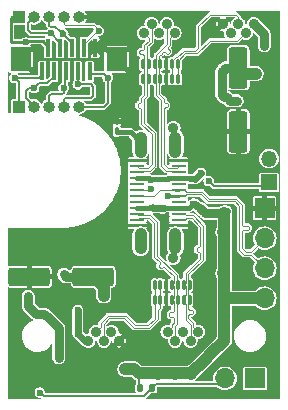
<source format=gbr>
%TF.GenerationSoftware,KiCad,Pcbnew,8.0.4*%
%TF.CreationDate,2024-08-19T21:40:42+03:00*%
%TF.ProjectId,Shield_Emergent_4,53686965-6c64-45f4-956d-657267656e74,rev?*%
%TF.SameCoordinates,Original*%
%TF.FileFunction,Copper,L1,Top*%
%TF.FilePolarity,Positive*%
%FSLAX46Y46*%
G04 Gerber Fmt 4.6, Leading zero omitted, Abs format (unit mm)*
G04 Created by KiCad (PCBNEW 8.0.4) date 2024-08-19 21:40:42*
%MOMM*%
%LPD*%
G01*
G04 APERTURE LIST*
G04 Aperture macros list*
%AMRoundRect*
0 Rectangle with rounded corners*
0 $1 Rounding radius*
0 $2 $3 $4 $5 $6 $7 $8 $9 X,Y pos of 4 corners*
0 Add a 4 corners polygon primitive as box body*
4,1,4,$2,$3,$4,$5,$6,$7,$8,$9,$2,$3,0*
0 Add four circle primitives for the rounded corners*
1,1,$1+$1,$2,$3*
1,1,$1+$1,$4,$5*
1,1,$1+$1,$6,$7*
1,1,$1+$1,$8,$9*
0 Add four rect primitives between the rounded corners*
20,1,$1+$1,$2,$3,$4,$5,0*
20,1,$1+$1,$4,$5,$6,$7,0*
20,1,$1+$1,$6,$7,$8,$9,0*
20,1,$1+$1,$8,$9,$2,$3,0*%
G04 Aperture macros list end*
%TA.AperFunction,ComponentPad*%
%ADD10R,1.000000X1.000000*%
%TD*%
%TA.AperFunction,ComponentPad*%
%ADD11O,1.000000X1.000000*%
%TD*%
%TA.AperFunction,SMDPad,CuDef*%
%ADD12RoundRect,0.075000X0.075000X-0.350000X0.075000X0.350000X-0.075000X0.350000X-0.075000X-0.350000X0*%
%TD*%
%TA.AperFunction,ComponentPad*%
%ADD13C,0.900000*%
%TD*%
%TA.AperFunction,SMDPad,CuDef*%
%ADD14R,1.300000X0.270000*%
%TD*%
%TA.AperFunction,ComponentPad*%
%ADD15O,1.100000X2.220000*%
%TD*%
%TA.AperFunction,SMDPad,CuDef*%
%ADD16R,1.800000X2.000000*%
%TD*%
%TA.AperFunction,SMDPad,CuDef*%
%ADD17R,0.400000X1.524000*%
%TD*%
%TA.AperFunction,SMDPad,CuDef*%
%ADD18RoundRect,0.075000X-0.075000X0.350000X-0.075000X-0.350000X0.075000X-0.350000X0.075000X0.350000X0*%
%TD*%
%TA.AperFunction,ComponentPad*%
%ADD19R,1.700000X1.700000*%
%TD*%
%TA.AperFunction,ComponentPad*%
%ADD20O,1.700000X1.700000*%
%TD*%
%TA.AperFunction,SMDPad,CuDef*%
%ADD21RoundRect,0.100000X0.100000X-0.217500X0.100000X0.217500X-0.100000X0.217500X-0.100000X-0.217500X0*%
%TD*%
%TA.AperFunction,SMDPad,CuDef*%
%ADD22RoundRect,0.250000X1.500000X0.550000X-1.500000X0.550000X-1.500000X-0.550000X1.500000X-0.550000X0*%
%TD*%
%TA.AperFunction,SMDPad,CuDef*%
%ADD23RoundRect,0.135000X0.135000X0.185000X-0.135000X0.185000X-0.135000X-0.185000X0.135000X-0.185000X0*%
%TD*%
%TA.AperFunction,SMDPad,CuDef*%
%ADD24RoundRect,0.250000X-0.550000X1.500000X-0.550000X-1.500000X0.550000X-1.500000X0.550000X1.500000X0*%
%TD*%
%TA.AperFunction,ComponentPad*%
%ADD25R,1.350000X1.350000*%
%TD*%
%TA.AperFunction,ComponentPad*%
%ADD26O,1.350000X1.350000*%
%TD*%
%TA.AperFunction,ViaPad*%
%ADD27C,0.600000*%
%TD*%
%TA.AperFunction,Conductor*%
%ADD28C,0.800000*%
%TD*%
%TA.AperFunction,Conductor*%
%ADD29C,1.000000*%
%TD*%
%TA.AperFunction,Conductor*%
%ADD30C,0.500000*%
%TD*%
%TA.AperFunction,Conductor*%
%ADD31C,0.400000*%
%TD*%
%TA.AperFunction,Conductor*%
%ADD32C,0.200000*%
%TD*%
%TA.AperFunction,Conductor*%
%ADD33C,0.600000*%
%TD*%
%TA.AperFunction,Conductor*%
%ADD34C,0.250000*%
%TD*%
%TA.AperFunction,Conductor*%
%ADD35C,0.112000*%
%TD*%
G04 APERTURE END LIST*
D10*
%TO.P,J4,1,Pin_1*%
%TO.N,K1*%
X3400000Y-8600000D03*
D11*
%TO.P,J4,2,Pin_2*%
%TO.N,K3*%
X4670000Y-8600000D03*
%TO.P,J4,3,Pin_3*%
%TO.N,K5*%
X5940000Y-8600000D03*
%TO.P,J4,4,Pin_4*%
%TO.N,K7*%
X7210000Y-8600000D03*
%TO.P,J4,5,Pin_5*%
%TO.N,K9*%
X8480000Y-8600000D03*
%TD*%
D12*
%TO.P,U3,1,1*%
%TO.N,RX1+*%
X13900000Y-6225000D03*
%TO.P,U3,2,2*%
%TO.N,RX1-*%
X14400000Y-6225000D03*
%TO.P,U3,3,3*%
%TO.N,TX1+*%
X14900000Y-6225000D03*
%TO.P,U3,4,4*%
%TO.N,TX1-*%
X15400000Y-6225000D03*
%TO.P,U3,5,5*%
%TO.N,GND*%
X15900000Y-6225000D03*
%TO.P,U3,6,6*%
%TO.N,D+*%
X16400000Y-6225000D03*
%TO.P,U3,7,7*%
%TO.N,D-*%
X16900000Y-6225000D03*
%TO.P,U3,8,8*%
X16900000Y-4975000D03*
%TO.P,U3,9,9*%
%TO.N,D+*%
X16400000Y-4975000D03*
%TO.P,U3,10,10*%
%TO.N,GND*%
X15900000Y-4975000D03*
%TO.P,U3,11,11*%
%TO.N,TX1-*%
X15400000Y-4975000D03*
%TO.P,U3,12,12*%
%TO.N,TX1+*%
X14900000Y-4975000D03*
%TO.P,U3,13,13*%
%TO.N,RX1-*%
X14400000Y-4975000D03*
%TO.P,U3,14,14*%
%TO.N,RX1+*%
X13900000Y-4975000D03*
%TD*%
D13*
%TO.P,X1,*%
%TO.N,*%
X16500000Y-10400000D03*
X16500000Y-21400000D03*
D14*
%TO.P,X1,A1,GND*%
%TO.N,GND*%
X16950000Y-13150000D03*
%TO.P,X1,A2,TX1+*%
%TO.N,TX1-*%
X16950000Y-13650000D03*
%TO.P,X1,A3,TX1-*%
%TO.N,TX1+*%
X16950000Y-14150000D03*
%TO.P,X1,A4,VBUS*%
%TO.N,VBUS*%
X16950000Y-14650000D03*
%TO.P,X1,A5,CC1*%
%TO.N,unconnected-(X1-CC1-PadA5)*%
X16950000Y-15150000D03*
%TO.P,X1,A6,D+*%
%TO.N,D+*%
X16950000Y-15650000D03*
%TO.P,X1,A7,D-*%
%TO.N,D-*%
X16950000Y-16150000D03*
%TO.P,X1,A8,SBU1*%
%TO.N,unconnected-(X1-SBU1-PadA8)*%
X16950000Y-16650000D03*
%TO.P,X1,A9,VBUS*%
%TO.N,VBUS*%
X16950000Y-17150000D03*
%TO.P,X1,A10,RX2-*%
%TO.N,RX2+*%
X16950000Y-17650000D03*
%TO.P,X1,A11,RX2+*%
%TO.N,RX2-*%
X16950000Y-18150000D03*
%TO.P,X1,A12,GND*%
%TO.N,GND*%
X16950000Y-18650000D03*
%TO.P,X1,B1,GND*%
X13450000Y-18650000D03*
%TO.P,X1,B2,TX2+*%
%TO.N,TX2+*%
X13450000Y-18150000D03*
%TO.P,X1,B3,TX2-*%
%TO.N,TX2-*%
X13450000Y-17650000D03*
%TO.P,X1,B4,VBUS*%
%TO.N,VBUS*%
X13450000Y-17150000D03*
%TO.P,X1,B5,CC2*%
%TO.N,unconnected-(X1-CC2-PadB5)*%
X13450000Y-16650000D03*
%TO.P,X1,B6,D+*%
%TO.N,D+*%
X13450000Y-16150000D03*
%TO.P,X1,B7,D-*%
%TO.N,D-*%
X13450000Y-15650000D03*
%TO.P,X1,B8,SBU2*%
%TO.N,unconnected-(X1-SBU2-PadB8)*%
X13450000Y-15150000D03*
%TO.P,X1,B9,VBUS*%
%TO.N,VBUS*%
X13450000Y-14650000D03*
%TO.P,X1,B10,RX1-*%
%TO.N,RX1-*%
X13450000Y-14150000D03*
%TO.P,X1,B11,RX1+*%
%TO.N,RX1+*%
X13450000Y-13650000D03*
%TO.P,X1,B12,GND*%
%TO.N,GND*%
X13450000Y-13150000D03*
D15*
%TO.P,X1,S1,SHIELD*%
%TO.N,Shield*%
X16670000Y-11800000D03*
X13730000Y-11800000D03*
X16670000Y-20000000D03*
X13730000Y-20000000D03*
%TD*%
D16*
%TO.P,J8,0*%
%TO.N,GND*%
X3600000Y-4600000D03*
X11700000Y-4600000D03*
D17*
%TO.P,J8,1,Pin_1*%
%TO.N,K1*%
X5400000Y-5600000D03*
%TO.P,J8,2,Pin_2*%
%TO.N,K2*%
X5900000Y-3600000D03*
%TO.P,J8,3,Pin_3*%
%TO.N,K3*%
X6400000Y-5600000D03*
%TO.P,J8,4,Pin_4*%
%TO.N,K4*%
X6900000Y-3600000D03*
%TO.P,J8,5,Pin_5*%
%TO.N,K5*%
X7400000Y-5600000D03*
%TO.P,J8,6,Pin_6*%
%TO.N,K6*%
X7900000Y-3600000D03*
%TO.P,J8,7,Pin_7*%
%TO.N,K7*%
X8400000Y-5600000D03*
%TO.P,J8,8,Pin_8*%
%TO.N,K8*%
X8900000Y-3600000D03*
%TO.P,J8,9,Pin_9*%
%TO.N,K9*%
X9400000Y-5600000D03*
%TO.P,J8,10,Pin_10*%
%TO.N,GND*%
X9900000Y-3600000D03*
%TD*%
D18*
%TO.P,U4,1,1*%
%TO.N,RX2+*%
X17900000Y-23675000D03*
%TO.P,U4,2,2*%
%TO.N,RX2-*%
X17400000Y-23675000D03*
%TO.P,U4,3,3*%
%TO.N,TX2-*%
X16900000Y-23675000D03*
%TO.P,U4,4,4*%
%TO.N,TX2+*%
X16400000Y-23675000D03*
%TO.P,U4,5,5*%
%TO.N,GND*%
X15900000Y-23675000D03*
%TO.P,U4,6,6*%
%TO.N,2_D+*%
X15400000Y-23675000D03*
%TO.P,U4,7,7*%
%TO.N,2_D-*%
X14900000Y-23675000D03*
%TO.P,U4,8,8*%
X14900000Y-24925000D03*
%TO.P,U4,9,9*%
%TO.N,2_D+*%
X15400000Y-24925000D03*
%TO.P,U4,10,10*%
%TO.N,GND*%
X15900000Y-24925000D03*
%TO.P,U4,11,11*%
%TO.N,TX2+*%
X16400000Y-24925000D03*
%TO.P,U4,12,12*%
%TO.N,TX2-*%
X16900000Y-24925000D03*
%TO.P,U4,13,13*%
%TO.N,RX2-*%
X17400000Y-24925000D03*
%TO.P,U4,14,14*%
%TO.N,RX2+*%
X17900000Y-24925000D03*
%TD*%
D19*
%TO.P,J2,1,Pin_1*%
%TO.N,GND*%
X24225000Y-17200000D03*
D20*
%TO.P,J2,2,Pin_2*%
%TO.N,D+*%
X24225000Y-19740000D03*
%TO.P,J2,3,Pin_3*%
%TO.N,D-*%
X24225000Y-22280000D03*
%TO.P,J2,4,Pin_4*%
%TO.N,VBUS*%
X24225000Y-24820000D03*
%TD*%
D19*
%TO.P,J6,1,Pin_1*%
%TO.N,EN2*%
X23400000Y-31600000D03*
D20*
%TO.P,J6,2,Pin_2*%
%TO.N,nFLT2*%
X20860000Y-31600000D03*
%TD*%
D21*
%TO.P,R1,1*%
%TO.N,Shield*%
X11700000Y-10657500D03*
%TO.P,R1,2*%
%TO.N,GND*%
X11700000Y-9842500D03*
%TD*%
D22*
%TO.P,C4,1*%
%TO.N,VOUT2*%
X9700000Y-23000000D03*
%TO.P,C4,2*%
%TO.N,GND*%
X4300000Y-23000000D03*
%TD*%
D23*
%TO.P,R7,1*%
%TO.N,nFLT2*%
X14710000Y-32400000D03*
%TO.P,R7,2*%
%TO.N,VBUS*%
X13690000Y-32400000D03*
%TD*%
D10*
%TO.P,J7,1,Pin_1*%
%TO.N,K2*%
X3450000Y-1000000D03*
D11*
%TO.P,J7,2,Pin_2*%
%TO.N,K4*%
X4720000Y-1000000D03*
%TO.P,J7,3,Pin_3*%
%TO.N,K6*%
X5990000Y-1000000D03*
%TO.P,J7,4,Pin_4*%
%TO.N,K8*%
X7260000Y-1000000D03*
%TO.P,J7,5,Pin_5*%
%TO.N,GND*%
X8530000Y-1000000D03*
%TD*%
D24*
%TO.P,C1,1*%
%TO.N,VOUT1*%
X22000000Y-5300000D03*
%TO.P,C1,2*%
%TO.N,GND*%
X22000000Y-10700000D03*
%TD*%
D25*
%TO.P,J5,1,Pin_1*%
%TO.N,EN1*%
X24600000Y-15000000D03*
D26*
%TO.P,J5,2,Pin_2*%
%TO.N,nFLT1*%
X24600000Y-13000000D03*
%TD*%
D13*
%TO.P,J3,1,VBUS*%
%TO.N,VOUT2*%
X9300000Y-28400000D03*
%TO.P,J3,2,D-*%
%TO.N,2_D-*%
X9950000Y-27650000D03*
%TO.P,J3,3,D+*%
%TO.N,2_D+*%
X10600000Y-28400000D03*
%TO.P,J3,4,ID*%
%TO.N,unconnected-(J3-ID-Pad4)*%
X11250000Y-27650000D03*
%TO.P,J3,5,GND*%
%TO.N,GND*%
X11900000Y-28400000D03*
%TO.P,J3,6,SSTX-*%
%TO.N,TX2+*%
X16000000Y-27650000D03*
%TO.P,J3,7,SSTX+*%
%TO.N,TX2-*%
X16650000Y-28400000D03*
%TO.P,J3,8,DRAIN*%
%TO.N,GND*%
X17300000Y-27650000D03*
%TO.P,J3,9,SSRX-*%
%TO.N,RX2-*%
X17950000Y-28400000D03*
%TO.P,J3,10,SSRX+*%
%TO.N,RX2+*%
X18600000Y-27650000D03*
%TD*%
%TO.P,J1,1,VBUS*%
%TO.N,VOUT1*%
X23300000Y-1600000D03*
%TO.P,J1,2,D-*%
%TO.N,D-*%
X22650000Y-2350000D03*
%TO.P,J1,3,D+*%
%TO.N,D+*%
X22000000Y-1600000D03*
%TO.P,J1,4,ID*%
%TO.N,unconnected-(J1-ID-Pad4)*%
X21350000Y-2350000D03*
%TO.P,J1,5,GND*%
%TO.N,GND*%
X20700000Y-1600000D03*
%TO.P,J1,6,SSTX-*%
%TO.N,TX1-*%
X16600000Y-2350000D03*
%TO.P,J1,7,SSTX+*%
%TO.N,TX1+*%
X15950000Y-1600000D03*
%TO.P,J1,8,DRAIN*%
%TO.N,GND*%
X15300000Y-2350000D03*
%TO.P,J1,9,SSRX-*%
%TO.N,RX1-*%
X14650000Y-1600000D03*
%TO.P,J1,10,SSRX+*%
%TO.N,RX1+*%
X14000000Y-2350000D03*
%TD*%
D27*
%TO.N,VOUT1*%
X23500000Y-5800000D03*
X24200000Y-2450000D03*
X20750000Y-5400000D03*
X21900000Y-8100000D03*
X24200000Y-3450000D03*
X20600000Y-6400000D03*
X20800000Y-7800000D03*
%TO.N,GND*%
X8000000Y-31400000D03*
X14100000Y-25500000D03*
X19250000Y-7100000D03*
X25000000Y-11200000D03*
X22000000Y-30400000D03*
X5350000Y-24300000D03*
X12750000Y-9600000D03*
X21534403Y-13600000D03*
X19450000Y-22550000D03*
X3200000Y-24800000D03*
X15200000Y-3200000D03*
X23000000Y-16000000D03*
X18850000Y-25150000D03*
X11200000Y-29200000D03*
X13050000Y-7600000D03*
X17800000Y-12600000D03*
X15750000Y-19000000D03*
X18592203Y-1092203D03*
X12450000Y-12350000D03*
X24600000Y-1200000D03*
X8100000Y-29800000D03*
X16400000Y-32600000D03*
X15000000Y-30000000D03*
X12600000Y-29300000D03*
X23100000Y-7450000D03*
X12400000Y-25000000D03*
X18800000Y-23100000D03*
X23600000Y-11250000D03*
X13300000Y-10300000D03*
X19000000Y-28600000D03*
X16800000Y-3400000D03*
X22548427Y-13644951D03*
X15500000Y-22800000D03*
X20400000Y-4100000D03*
X12600000Y-32600000D03*
X25000000Y-32800000D03*
X5400000Y-21200000D03*
X19200000Y-2500000D03*
X18800000Y-26600000D03*
X20600000Y-13600000D03*
X15700000Y-26800000D03*
X12800000Y-3200000D03*
X12650000Y-19300000D03*
X16500000Y-9400000D03*
X10850000Y-1850000D03*
X24900000Y-8600000D03*
X19100000Y-7900000D03*
X25200000Y-23600000D03*
X11900000Y-20000000D03*
X22000000Y-26200000D03*
X21800000Y-21300000D03*
X5350000Y-1750000D03*
X21400000Y-29600000D03*
X14700000Y-8300000D03*
X24800000Y-26600000D03*
X23700000Y-8600000D03*
X23200000Y-3000000D03*
X14950000Y-27900000D03*
X12250000Y-17900000D03*
X5000000Y-30800000D03*
X12595144Y-11381856D03*
X3200000Y-27500000D03*
X23200000Y-14000000D03*
X13000000Y-28100000D03*
X10350000Y-6850000D03*
X15300000Y-950000D03*
X17650000Y-21400000D03*
X19577000Y-13709395D03*
X8000000Y-30600000D03*
X5250000Y-25000000D03*
X8700000Y-2250000D03*
X19600000Y-19600000D03*
X14500000Y-21800000D03*
X12375000Y-13900000D03*
X10400000Y-19200000D03*
X10300000Y-7950000D03*
X18000000Y-5000000D03*
X15200000Y-14000000D03*
X13500000Y-1100000D03*
X12200000Y-27400000D03*
X24900000Y-9900000D03*
X12600000Y-22600000D03*
X16500000Y-7800000D03*
X23450000Y-18550000D03*
X16800000Y-30200000D03*
X2850000Y-7550000D03*
X20200000Y-2400000D03*
X12000000Y-3000000D03*
X13000000Y-23450000D03*
X10400000Y-18200000D03*
X10300000Y-5250000D03*
X19600000Y-1800000D03*
X25000000Y-18600000D03*
X14000000Y-23450000D03*
X22400000Y-23800000D03*
X7200000Y-20800000D03*
X16000000Y-7200000D03*
X10500000Y-32200000D03*
X12600000Y-6200000D03*
X19600000Y-18800000D03*
X17800000Y-2400000D03*
X19400000Y-32600000D03*
X14800000Y-29000000D03*
X25150000Y-6600000D03*
X9123000Y-7250000D03*
X18026999Y-13900000D03*
X25000000Y-21000000D03*
X7200000Y-24150000D03*
X17800000Y-11800000D03*
X14700000Y-9100000D03*
X10200000Y-1000000D03*
X24050000Y-29800000D03*
X4400000Y-20800000D03*
X7873000Y-7277354D03*
X23600000Y-9900000D03*
X17900000Y-7100000D03*
X12600000Y-31800000D03*
X19000000Y-9000000D03*
X12200000Y-900000D03*
X12050000Y-7300000D03*
X17300000Y-29200000D03*
X7250000Y-25900000D03*
X14850000Y-9800000D03*
X12600000Y-20850000D03*
X5250000Y-7700000D03*
X10050000Y-9400000D03*
X9600000Y-21200000D03*
X19600000Y-20600000D03*
X2800000Y-31400000D03*
X24800000Y-11800000D03*
X17800000Y-6000000D03*
X19200000Y-6050000D03*
X14500000Y-21800000D03*
X23000000Y-14800000D03*
X18900000Y-23900000D03*
X17800000Y-1100000D03*
X8000000Y-32200000D03*
X3450000Y-2300000D03*
X16900000Y-1100000D03*
X18600000Y-11000000D03*
X5650000Y-7200000D03*
X17100000Y-22300000D03*
X15700000Y-21000000D03*
X22300000Y-22300000D03*
X15888069Y-17902560D03*
X10800000Y-9900000D03*
%TO.N,VBUS*%
X14700000Y-17150000D03*
X14600000Y-14800000D03*
X20800000Y-24900000D03*
X19800000Y-29400000D03*
X20800000Y-26500000D03*
X20700000Y-28400000D03*
X12400000Y-30800000D03*
X18775000Y-17175000D03*
X20800000Y-20800000D03*
X18000000Y-31100000D03*
X18200000Y-16800000D03*
X20700000Y-22700000D03*
X20700000Y-19200000D03*
X15200000Y-31200000D03*
X18850000Y-14200000D03*
X15537961Y-17227000D03*
X21000000Y-17400000D03*
X13575000Y-31175000D03*
X16600000Y-31200000D03*
X19100000Y-30100000D03*
%TO.N,VOUT2*%
X7200000Y-22800000D03*
X8400000Y-25800000D03*
X4550000Y-25800000D03*
X6800000Y-27450000D03*
X5700000Y-26300000D03*
X10600000Y-24600000D03*
X8400000Y-26600000D03*
X8400000Y-27800000D03*
X6800000Y-29850000D03*
X4200000Y-24650000D03*
%TO.N,D-*%
X14600000Y-15600000D03*
X16000000Y-16175000D03*
%TO.N,EN1*%
X19489714Y-14885039D03*
%TO.N,nFLT2*%
X5200000Y-32800000D03*
%TO.N,K5*%
X7200000Y-7000000D03*
%TO.N,K3*%
X4700000Y-7000000D03*
%TO.N,K1*%
X3050000Y-6150000D03*
%TO.N,K9*%
X10950000Y-6150000D03*
%TO.N,K7*%
X8400000Y-6700000D03*
%TO.N,K6*%
X7167574Y-2414817D03*
%TO.N,K8*%
X10189912Y-2154657D03*
%TO.N,K2*%
X3998000Y-3158831D03*
%TO.N,K4*%
X6095654Y-2380083D03*
%TD*%
D28*
%TO.N,VOUT1*%
X24200000Y-2450000D02*
X24200000Y-3450000D01*
X21000000Y-7800000D02*
X21300000Y-8100000D01*
X22000000Y-5300000D02*
X20900000Y-5300000D01*
D29*
X22500000Y-5800000D02*
X23500000Y-5800000D01*
D28*
X20750000Y-5400000D02*
X20750000Y-5450000D01*
X23300000Y-1600000D02*
X23350000Y-1600000D01*
X20600000Y-5600000D02*
X20600000Y-6400000D01*
X20600000Y-6400000D02*
X20600000Y-7600000D01*
X21300000Y-8100000D02*
X21900000Y-8100000D01*
X20900000Y-5300000D02*
X20800000Y-5400000D01*
X20750000Y-5450000D02*
X20600000Y-5600000D01*
X20800000Y-5400000D02*
X20750000Y-5400000D01*
X20800000Y-7800000D02*
X21000000Y-7800000D01*
X23350000Y-1600000D02*
X24200000Y-2450000D01*
X20600000Y-7600000D02*
X20800000Y-7800000D01*
D30*
%TO.N,VBUS*%
X13710000Y-31310000D02*
X13575000Y-31175000D01*
D28*
X18775000Y-17175000D02*
X19000000Y-17400000D01*
D31*
X14450000Y-14650000D02*
X13450000Y-14650000D01*
D30*
X14700000Y-17150000D02*
X14800000Y-17050000D01*
D29*
X20800000Y-19100000D02*
X20700000Y-19200000D01*
D28*
X19200000Y-17600000D02*
X20800000Y-17600000D01*
D29*
X20800000Y-17600000D02*
X20800000Y-19100000D01*
X13200000Y-30800000D02*
X13575000Y-31175000D01*
D32*
X13575000Y-31175000D02*
X13575000Y-32285000D01*
D31*
X15800000Y-17150000D02*
X16950000Y-17150000D01*
D29*
X20700000Y-22700000D02*
X20800000Y-22800000D01*
X20800000Y-19300000D02*
X20800000Y-20800000D01*
D31*
X16950000Y-14650000D02*
X16075000Y-14650000D01*
D29*
X20800000Y-28000000D02*
X20800000Y-28400000D01*
X20700000Y-28500000D02*
X19800000Y-29400000D01*
X16600000Y-31200000D02*
X16575000Y-31175000D01*
X15200000Y-31200000D02*
X15175000Y-31175000D01*
X20800000Y-20800000D02*
X20800000Y-22600000D01*
X20800000Y-26500000D02*
X20800000Y-28000000D01*
D31*
X18200000Y-16800000D02*
X17850000Y-17150000D01*
D29*
X20800000Y-24900000D02*
X20800000Y-26500000D01*
D32*
X13575000Y-32285000D02*
X13690000Y-32400000D01*
D33*
X19000000Y-17400000D02*
X19200000Y-17600000D01*
D31*
X15000000Y-17150000D02*
X14700000Y-17150000D01*
D29*
X20700000Y-19200000D02*
X20800000Y-19300000D01*
D31*
X15752000Y-17150000D02*
X16950000Y-17150000D01*
D30*
X18575000Y-17175000D02*
X18775000Y-17175000D01*
D29*
X15225000Y-31175000D02*
X15200000Y-31200000D01*
D30*
X17900000Y-14700000D02*
X17990065Y-14700000D01*
D29*
X18025000Y-31175000D02*
X16625000Y-31175000D01*
D34*
X14675000Y-14725000D02*
X14600000Y-14800000D01*
D29*
X24225000Y-24820000D02*
X20880000Y-24820000D01*
D31*
X17850000Y-17150000D02*
X16950000Y-17150000D01*
D33*
X21000000Y-17400000D02*
X20800000Y-17600000D01*
D31*
X16075000Y-14650000D02*
X16000000Y-14725000D01*
X18050577Y-16949423D02*
X18200000Y-16800000D01*
D30*
X14777000Y-17227000D02*
X14700000Y-17150000D01*
D29*
X20800000Y-28400000D02*
X20700000Y-28400000D01*
D30*
X15537961Y-17227000D02*
X14777000Y-17227000D01*
D31*
X15537961Y-17227000D02*
X15675000Y-17227000D01*
X16950000Y-14650000D02*
X17950000Y-14650000D01*
D30*
X18200000Y-16800000D02*
X18400000Y-16800000D01*
D29*
X18000000Y-31100000D02*
X18000000Y-31200000D01*
X20880000Y-24820000D02*
X20800000Y-24900000D01*
X20800000Y-22600000D02*
X20700000Y-22700000D01*
D30*
X18250000Y-16850000D02*
X18575000Y-17175000D01*
D29*
X19800000Y-29400000D02*
X19100000Y-30100000D01*
D31*
X15537961Y-17227000D02*
X15460961Y-17150000D01*
D29*
X12400000Y-30800000D02*
X13200000Y-30800000D01*
X20800000Y-22800000D02*
X20800000Y-24900000D01*
D30*
X15460961Y-17150000D02*
X15000000Y-17150000D01*
D33*
X18850000Y-14200000D02*
X18350000Y-14700000D01*
D31*
X16000000Y-14725000D02*
X14675000Y-14725000D01*
D29*
X19100000Y-30100000D02*
X18100000Y-31100000D01*
D33*
X20800000Y-18100000D02*
X20800000Y-17600000D01*
D34*
X14600000Y-14800000D02*
X14450000Y-14650000D01*
D30*
X14700000Y-17150000D02*
X15800000Y-17150000D01*
X18400000Y-16800000D02*
X18775000Y-17175000D01*
D31*
X15460961Y-17150000D02*
X14700000Y-17150000D01*
D29*
X16625000Y-31175000D02*
X16600000Y-31200000D01*
D31*
X15675000Y-17227000D02*
X15752000Y-17150000D01*
X15752000Y-17150000D02*
X15800000Y-17150000D01*
D29*
X15175000Y-31175000D02*
X13575000Y-31175000D01*
X20800000Y-28400000D02*
X20800000Y-28400000D01*
D34*
X17950000Y-14650000D02*
X17900000Y-14700000D01*
D30*
X18250000Y-16850000D02*
X18200000Y-16800000D01*
D29*
X16575000Y-31175000D02*
X15225000Y-31175000D01*
D30*
X18350000Y-14700000D02*
X17990065Y-14700000D01*
D29*
X18100000Y-31100000D02*
X18000000Y-31100000D01*
X20700000Y-28400000D02*
X20700000Y-28500000D01*
X18000000Y-31200000D02*
X18025000Y-31175000D01*
D31*
X13450000Y-17150000D02*
X14700000Y-17150000D01*
D28*
%TO.N,VOUT2*%
X5700000Y-26300000D02*
X5783352Y-26300000D01*
X4200000Y-24650000D02*
X4200000Y-25450000D01*
D33*
X8400000Y-27800000D02*
X8400000Y-26600000D01*
X8400000Y-26600000D02*
X8400000Y-25800000D01*
D28*
X6800000Y-27450000D02*
X6800000Y-29850000D01*
X4900000Y-26150000D02*
X5550000Y-26150000D01*
D29*
X9700000Y-23000000D02*
X10600000Y-23900000D01*
D28*
X4550000Y-25800000D02*
X4900000Y-26150000D01*
X5783352Y-26300000D02*
X6800000Y-27316648D01*
D33*
X9000000Y-28400000D02*
X8400000Y-27800000D01*
D28*
X6800000Y-27316648D02*
X6800000Y-27450000D01*
X4200000Y-25450000D02*
X4550000Y-25800000D01*
D33*
X9300000Y-28400000D02*
X9000000Y-28400000D01*
D28*
X7200000Y-22800000D02*
X7400000Y-23000000D01*
X5550000Y-26150000D02*
X5700000Y-26300000D01*
X7400000Y-23000000D02*
X9700000Y-23000000D01*
D29*
X10600000Y-23900000D02*
X10600000Y-24600000D01*
D35*
%TO.N,RX1-*%
X14269500Y-4844500D02*
X14400000Y-4975000D01*
X14400000Y-4975000D02*
X14269500Y-5105500D01*
X14482384Y-14019500D02*
X14919500Y-13582384D01*
X14650000Y-1600000D02*
X14650000Y-3119000D01*
X14400000Y-6500000D02*
X14400000Y-6225000D01*
X14269500Y-7699500D02*
X14269500Y-6630500D01*
X13580500Y-14019500D02*
X14482384Y-14019500D01*
X14269500Y-6094500D02*
X14400000Y-6225000D01*
X14019500Y-7949500D02*
X14269500Y-7699500D01*
X14019500Y-9950500D02*
X14019500Y-7949500D01*
X14269500Y-6630500D02*
X14400000Y-6500000D01*
X14919500Y-10850500D02*
X14019500Y-9950500D01*
X13450000Y-14150000D02*
X13580500Y-14019500D01*
X14269500Y-3499500D02*
X14269500Y-4844500D01*
X14919500Y-13582384D02*
X14919500Y-10850500D01*
X14269500Y-5105500D02*
X14269500Y-6094500D01*
X14650000Y-3119000D02*
X14269500Y-3499500D01*
%TO.N,RX1+*%
X13780500Y-8200000D02*
X13685250Y-8295250D01*
X14030500Y-4271500D02*
X14030500Y-4844500D01*
X13900000Y-4975000D02*
X14030500Y-5105500D01*
X14410999Y-2760999D02*
X14410999Y-3020001D01*
X13629029Y-4081000D02*
X13724279Y-4176250D01*
X13470916Y-8581000D02*
X13566166Y-8676250D01*
X14030500Y-6094500D02*
X13900000Y-6225000D01*
X13780500Y-7850500D02*
X13780500Y-8200000D01*
X13780500Y-8771500D02*
X13780500Y-9202357D01*
X13724279Y-4176250D02*
X13935250Y-4176250D01*
X14030500Y-5105500D02*
X14030500Y-6094500D01*
X14680500Y-10949500D02*
X14680500Y-13483384D01*
X14030500Y-3700000D02*
X13935250Y-3795250D01*
X13629029Y-3890500D02*
X13629029Y-4081000D01*
X13566166Y-8295250D02*
X13470916Y-8390500D01*
X14030500Y-4844500D02*
X13900000Y-4975000D01*
X13685250Y-8295250D02*
X13566166Y-8295250D01*
X13566166Y-8676250D02*
X13685250Y-8676250D01*
X13935250Y-4176250D02*
X14030500Y-4271500D01*
X14383384Y-13780500D02*
X13580500Y-13780500D01*
X13780500Y-10049500D02*
X14680500Y-10949500D01*
X13935250Y-3795250D02*
X13724279Y-3795250D01*
X13580500Y-13780500D02*
X13450000Y-13650000D01*
X14030500Y-3400500D02*
X14030500Y-3700000D01*
X14030500Y-7600500D02*
X13780500Y-7850500D01*
X14030500Y-6630500D02*
X14030500Y-7600500D01*
X14000000Y-2350000D02*
X14410999Y-2760999D01*
X13900000Y-6500000D02*
X14030500Y-6630500D01*
X14410999Y-3020001D02*
X14030500Y-3400500D01*
X13780500Y-9202357D02*
X13780500Y-10049500D01*
X13900000Y-6225000D02*
X13900000Y-6500000D01*
X13470916Y-8390500D02*
X13470916Y-8581000D01*
X13685250Y-8676250D02*
X13780500Y-8771500D01*
X13724279Y-3795250D02*
X13629029Y-3890500D01*
X14680500Y-13483384D02*
X14383384Y-13780500D01*
%TO.N,TX1+*%
X15030500Y-6630500D02*
X14900000Y-6500000D01*
X15030500Y-4844500D02*
X14900000Y-4975000D01*
X15030500Y-7599500D02*
X15030500Y-6630500D01*
X15030500Y-4231502D02*
X15030500Y-4844500D01*
X15480500Y-13587119D02*
X15480500Y-8049500D01*
X15912881Y-14019500D02*
X15480500Y-13587119D01*
X15030500Y-5105500D02*
X15030500Y-6094500D01*
X15030500Y-6094500D02*
X14900000Y-6225000D01*
X14900000Y-6500000D02*
X14900000Y-6225000D01*
X14900000Y-4975000D02*
X15030500Y-5105500D01*
X15950000Y-1600000D02*
X15950000Y-3312002D01*
X16950000Y-14150000D02*
X16819500Y-14019500D01*
X16819500Y-14019500D02*
X15912881Y-14019500D01*
X15950000Y-3312002D02*
X15030500Y-4231502D01*
X15480500Y-8049500D02*
X15030500Y-7599500D01*
%TO.N,D+*%
X14850000Y-16150000D02*
X13450000Y-16150000D01*
D34*
X16950000Y-15650000D02*
X16750000Y-15650000D01*
D35*
X16530500Y-4569500D02*
X16530500Y-4552554D01*
X15350000Y-15650000D02*
X14850000Y-16150000D01*
X17465000Y-15650000D02*
X16950000Y-15650000D01*
X16400000Y-6225000D02*
X16400000Y-4975000D01*
X16400000Y-4975000D02*
X16400000Y-4700000D01*
X22931806Y-18769000D02*
X22836556Y-18673750D01*
X16950000Y-15650000D02*
X15350000Y-15650000D01*
X19600000Y-800000D02*
X21800000Y-800000D01*
X22836556Y-18673750D02*
X22414750Y-18673750D01*
X22414750Y-18673750D02*
X22319500Y-18578500D01*
X22836556Y-19054750D02*
X22931806Y-18959500D01*
X17354500Y-3845500D02*
X18354500Y-3845500D01*
X22000000Y-1000000D02*
X22000000Y-1600000D01*
X22609500Y-20890500D02*
X22319500Y-20600500D01*
X16530500Y-4552554D02*
X16716054Y-4367000D01*
X22319500Y-17500000D02*
X22319500Y-16900500D01*
X24225000Y-19740000D02*
X23074500Y-20890500D01*
X19549500Y-16380500D02*
X18949500Y-15780500D01*
X22319500Y-16900500D02*
X21799500Y-16380500D01*
X18354500Y-3845500D02*
X18600000Y-3600000D01*
X16400000Y-4700000D02*
X16530500Y-4569500D01*
X22319500Y-18578500D02*
X22319500Y-17500000D01*
X22414750Y-19054750D02*
X22836556Y-19054750D01*
X23074500Y-20890500D02*
X22609500Y-20890500D01*
X18949500Y-15780500D02*
X17595500Y-15780500D01*
X16716054Y-4367000D02*
X16833000Y-4367000D01*
X22319500Y-19150000D02*
X22414750Y-19054750D01*
X18600000Y-3600000D02*
X18600000Y-1800000D01*
X21799500Y-16380500D02*
X19549500Y-16380500D01*
X17595500Y-15780500D02*
X17465000Y-15650000D01*
X16725000Y-15625000D02*
X16650000Y-15700000D01*
X22319500Y-20600500D02*
X22319500Y-19150000D01*
X16833000Y-4367000D02*
X17354500Y-3845500D01*
X21800000Y-800000D02*
X22000000Y-1000000D01*
X22931806Y-18959500D02*
X22931806Y-18769000D01*
X18600000Y-1800000D02*
X19600000Y-800000D01*
%TO.N,TX1-*%
X15511184Y-4088817D02*
X15500000Y-4100000D01*
X15269500Y-6094500D02*
X15400000Y-6225000D01*
X16600000Y-2350000D02*
X16189001Y-2760999D01*
X15933837Y-8661459D02*
X15814750Y-8661459D01*
X15814750Y-8661459D02*
X15719500Y-8756709D01*
X15400000Y-4975000D02*
X15269500Y-5105500D01*
X15500000Y-4100000D02*
X15269500Y-4330500D01*
X15814750Y-8280459D02*
X15933837Y-8280459D01*
X16029087Y-8566209D02*
X15933837Y-8661459D01*
X15780593Y-3954113D02*
X15645889Y-3954114D01*
X15645889Y-3954114D02*
X15511184Y-4088817D01*
X16050000Y-3550000D02*
X16050000Y-3684704D01*
X15269500Y-5105500D02*
X15269500Y-6094500D01*
X15400000Y-6500000D02*
X15269500Y-6630500D01*
X15400000Y-6225000D02*
X15400000Y-6500000D01*
X16011881Y-13780500D02*
X16819500Y-13780500D01*
X15269500Y-6630500D02*
X15269500Y-7500500D01*
X16199186Y-3968595D02*
X16064483Y-4103299D01*
X16029087Y-8375709D02*
X16029087Y-8566209D01*
X15269500Y-7500500D02*
X15719500Y-7950500D01*
X16064483Y-4103299D02*
X15929779Y-4103299D01*
X15929779Y-4103299D02*
X15780593Y-3954113D01*
X16189001Y-3410999D02*
X16050000Y-3550000D01*
X16189001Y-2760999D02*
X16189001Y-3410999D01*
X15719500Y-9900000D02*
X15719500Y-13488119D01*
X16819500Y-13780500D02*
X16950000Y-13650000D01*
X15269500Y-4330500D02*
X15269500Y-4844500D01*
X15269500Y-4844500D02*
X15400000Y-4975000D01*
X15719500Y-7950500D02*
X15719500Y-8185209D01*
X16199187Y-3833891D02*
X16199186Y-3968595D01*
X15933837Y-8280459D02*
X16029087Y-8375709D01*
X15719500Y-13488119D02*
X16011881Y-13780500D01*
X16050000Y-3684704D02*
X16199187Y-3833891D01*
X15719500Y-8756709D02*
X15719500Y-9900000D01*
X15719500Y-8185209D02*
X15814750Y-8280459D01*
%TO.N,D-*%
X16900000Y-4975000D02*
X16900000Y-4700000D01*
X22550000Y-2350000D02*
X22650000Y-2350000D01*
X16900000Y-4700000D02*
X17515500Y-4084500D01*
X13450000Y-15650000D02*
X14550000Y-15650000D01*
X17515500Y-4084500D02*
X18515500Y-4084500D01*
X18850500Y-16019500D02*
X19450500Y-16619500D01*
X18515500Y-4084500D02*
X19600000Y-3000000D01*
X22080500Y-20699500D02*
X22510500Y-21129500D01*
X19600000Y-3000000D02*
X21900000Y-3000000D01*
X21900000Y-3000000D02*
X22550000Y-2350000D01*
X17465000Y-16150000D02*
X17595500Y-16019500D01*
X22510500Y-21129500D02*
X23074500Y-21129500D01*
X22080500Y-16999500D02*
X22080500Y-20699500D01*
X14550000Y-15650000D02*
X14600000Y-15600000D01*
X16950000Y-16150000D02*
X17465000Y-16150000D01*
X16900000Y-6225000D02*
X16900000Y-4975000D01*
D34*
X16000000Y-16175000D02*
X16025000Y-16150000D01*
D35*
X23074500Y-21129500D02*
X24225000Y-22280000D01*
D34*
X16025000Y-16150000D02*
X16950000Y-16150000D01*
D35*
X21700500Y-16619500D02*
X22080500Y-16999500D01*
X19450500Y-16619500D02*
X21700500Y-16619500D01*
X17595500Y-16019500D02*
X18850500Y-16019500D01*
D32*
%TO.N,EN1*%
X19931675Y-15327000D02*
X24073000Y-15327000D01*
X24073000Y-15327000D02*
X24400000Y-15000000D01*
X19489714Y-14885039D02*
X19931675Y-15327000D01*
%TO.N,nFLT2*%
X15037000Y-32073000D02*
X14710000Y-32400000D01*
X20860000Y-31600000D02*
X20387000Y-32073000D01*
X5527000Y-33127000D02*
X5200000Y-32800000D01*
X13983000Y-33127000D02*
X5527000Y-33127000D01*
X14710000Y-32400000D02*
X13983000Y-33127000D01*
X20387000Y-32073000D02*
X15037000Y-32073000D01*
D35*
%TO.N,2_D-*%
X10950500Y-26280500D02*
X10360999Y-26870001D01*
X12449500Y-26280500D02*
X10950500Y-26280500D01*
X14900000Y-23875000D02*
X14900000Y-26531000D01*
X14350500Y-27080500D02*
X13249500Y-27080500D01*
X13249500Y-27080500D02*
X12449500Y-26280500D01*
X10360999Y-27239001D02*
X9950000Y-27650000D01*
X14900000Y-26531000D02*
X14350500Y-27080500D01*
X10360999Y-26870001D02*
X10360999Y-27239001D01*
%TO.N,TX2+*%
X16435250Y-26376250D02*
X16530500Y-26471500D01*
X16129026Y-26090500D02*
X16129026Y-26281000D01*
X14880500Y-21318498D02*
X15331001Y-21768999D01*
X15869816Y-22307814D02*
X15974691Y-22412689D01*
X15246793Y-21987909D02*
X15246793Y-22122613D01*
X16435250Y-25995250D02*
X16224276Y-25995250D01*
X16530500Y-22968498D02*
X16530500Y-23544500D01*
X15735111Y-22173108D02*
X15869816Y-22307814D01*
X15600407Y-22173108D02*
X15735111Y-22173108D01*
X16530500Y-26869500D02*
X16410999Y-26989001D01*
X16530500Y-25900000D02*
X16435250Y-25995250D01*
X15516200Y-22257316D02*
X15600407Y-22173108D01*
X16400000Y-24925000D02*
X16530500Y-24794500D01*
X14450500Y-18019500D02*
X14880500Y-18449500D01*
X13580500Y-18019500D02*
X14450500Y-18019500D01*
X16224276Y-25995250D02*
X16129026Y-26090500D01*
X16530500Y-23544500D02*
X16400000Y-23675000D01*
X15331001Y-21903702D02*
X15246793Y-21987909D01*
X16530500Y-26471500D02*
X16530500Y-26700000D01*
X16530500Y-24794500D02*
X16530500Y-23805500D01*
X15381496Y-22257316D02*
X15516200Y-22257316D01*
X13450000Y-18150000D02*
X13580500Y-18019500D01*
X14880500Y-18449500D02*
X14880500Y-21318498D01*
X16410999Y-26989001D02*
X16410999Y-27239001D01*
X16129026Y-26281000D02*
X16224276Y-26376250D01*
X16530500Y-23805500D02*
X16400000Y-23675000D01*
X16410999Y-27239001D02*
X16000000Y-27650000D01*
X16224276Y-26376250D02*
X16435250Y-26376250D01*
X16530500Y-26700000D02*
X16530500Y-26869500D01*
X16530500Y-25055500D02*
X16530500Y-25900000D01*
X16400000Y-24925000D02*
X16530500Y-25055500D01*
X15246793Y-22122613D02*
X15381496Y-22257316D01*
X15331001Y-21768999D02*
X15331001Y-21903702D01*
X15974691Y-22412689D02*
X16530500Y-22968498D01*
%TO.N,2_D+*%
X12350500Y-26519500D02*
X11049500Y-26519500D01*
X14449500Y-27319500D02*
X13150500Y-27319500D01*
X13150500Y-27319500D02*
X12350500Y-26519500D01*
X10600000Y-26969000D02*
X10600000Y-28400000D01*
X15233000Y-26536000D02*
X14449500Y-27319500D01*
X15233000Y-25792000D02*
X15233000Y-26536000D01*
X15400000Y-25625000D02*
X15233000Y-25792000D01*
X15400000Y-23875000D02*
X15400000Y-25125000D01*
X15400000Y-25125000D02*
X15400000Y-25625000D01*
X11049500Y-26519500D02*
X10600000Y-26969000D01*
%TO.N,RX2+*%
X17864750Y-25780459D02*
X18075718Y-25780459D01*
X17769500Y-22799500D02*
X19027000Y-21542000D01*
X18189001Y-26904251D02*
X18189001Y-27239001D01*
X17864750Y-26161459D02*
X17769500Y-26256709D01*
X17900000Y-24925000D02*
X17900000Y-24650000D01*
X18170968Y-25875709D02*
X18170968Y-26066209D01*
X17769500Y-23805500D02*
X17900000Y-23675000D01*
X17900000Y-24925000D02*
X17900000Y-25200000D01*
X17769500Y-26484750D02*
X17842375Y-26557625D01*
X17842375Y-26557625D02*
X18189001Y-26904251D01*
X18149500Y-17780500D02*
X17595500Y-17780500D01*
X17769500Y-25685209D02*
X17864750Y-25780459D01*
X18075718Y-25780459D02*
X18170968Y-25875709D01*
X17900000Y-24650000D02*
X17769500Y-24519500D01*
X17769500Y-25330500D02*
X17769500Y-25685209D01*
X19027000Y-18658000D02*
X18149500Y-17780500D01*
X17900000Y-23675000D02*
X17769500Y-23544500D01*
X17769500Y-26256709D02*
X17769500Y-26484750D01*
X17465000Y-17650000D02*
X16950000Y-17650000D01*
X19027000Y-21542000D02*
X19027000Y-18658000D01*
X17900000Y-25200000D02*
X17769500Y-25330500D01*
X17769500Y-24519500D02*
X17769500Y-23805500D01*
X18170968Y-26066209D02*
X18075718Y-26161459D01*
X18189001Y-27239001D02*
X18600000Y-27650000D01*
X17769500Y-23544500D02*
X17769500Y-22799500D01*
X18075718Y-26161459D02*
X17864750Y-26161459D01*
X17595500Y-17780500D02*
X17465000Y-17650000D01*
%TO.N,RX2-*%
X17595500Y-18019500D02*
X18050500Y-18019500D01*
X16950000Y-18150000D02*
X17465000Y-18150000D01*
X17400000Y-24925000D02*
X17400000Y-24650000D01*
X17530500Y-23544500D02*
X17400000Y-23675000D01*
X17530500Y-24519500D02*
X17530500Y-23805500D01*
X18677750Y-20876250D02*
X18773000Y-20971500D01*
X18552442Y-20876250D02*
X18677750Y-20876250D01*
X18773000Y-20971500D02*
X18773000Y-21300000D01*
X18773000Y-21300000D02*
X18773000Y-21458000D01*
X17465000Y-18150000D02*
X17595500Y-18019500D01*
X18552442Y-20495250D02*
X18457192Y-20590500D01*
X18457192Y-20781000D02*
X18552442Y-20876250D01*
X17530500Y-22700500D02*
X17530500Y-23544500D01*
X17950000Y-27050000D02*
X17530500Y-26630500D01*
X18773000Y-20400000D02*
X18677750Y-20495250D01*
X18050500Y-18019500D02*
X18773000Y-18742000D01*
X17400000Y-24650000D02*
X17530500Y-24519500D01*
X17950000Y-28400000D02*
X17950000Y-27050000D01*
X17530500Y-23805500D02*
X17400000Y-23675000D01*
X18457192Y-20590500D02*
X18457192Y-20781000D01*
X17950000Y-28400000D02*
X18000000Y-28350000D01*
X17530500Y-25330500D02*
X17400000Y-25200000D01*
X18677750Y-20495250D02*
X18552442Y-20495250D01*
X18773000Y-18742000D02*
X18773000Y-20400000D01*
X17530500Y-26630500D02*
X17530500Y-25330500D01*
X18773000Y-21458000D02*
X17530500Y-22700500D01*
X17400000Y-25200000D02*
X17400000Y-24925000D01*
%TO.N,TX2-*%
X16769500Y-22869500D02*
X15119500Y-21219500D01*
X16769500Y-24794500D02*
X16769500Y-23805500D01*
X16769500Y-23805500D02*
X16900000Y-23675000D01*
X16769500Y-25055500D02*
X16900000Y-24925000D01*
X14549500Y-17780500D02*
X13580500Y-17780500D01*
X15119500Y-21219500D02*
X15119500Y-18350500D01*
X16650000Y-27150000D02*
X16769500Y-27030500D01*
X13580500Y-17780500D02*
X13450000Y-17650000D01*
X16900000Y-24925000D02*
X16769500Y-24794500D01*
X16900000Y-23675000D02*
X16769500Y-23544500D01*
X16769500Y-27030500D02*
X16769500Y-25055500D01*
X15119500Y-18350500D02*
X14549500Y-17780500D01*
X16650000Y-28400000D02*
X16650000Y-27150000D01*
X16769500Y-23544500D02*
X16769500Y-22869500D01*
D31*
%TO.N,Shield*%
X13730000Y-11630000D02*
X13730000Y-11687423D01*
X12880423Y-10780423D02*
X13730000Y-11630000D01*
X11860000Y-10750000D02*
X12823000Y-10750000D01*
D30*
X13730000Y-11687423D02*
X13730000Y-11800000D01*
D31*
X12823000Y-10780423D02*
X12880423Y-10780423D01*
D32*
%TO.N,K5*%
X7300000Y-7000000D02*
X7300000Y-7000000D01*
X7200000Y-7000000D02*
X7300000Y-7000000D01*
X7050000Y-7550000D02*
X7200000Y-7400000D01*
X7300000Y-6700000D02*
X7300000Y-5675000D01*
X5940000Y-7710000D02*
X6100000Y-7550000D01*
X5940000Y-8600000D02*
X5940000Y-7710000D01*
X7300000Y-7000000D02*
X7300000Y-6700000D01*
X7200000Y-7400000D02*
X7200000Y-7000000D01*
X6100000Y-7550000D02*
X7050000Y-7550000D01*
%TO.N,K3*%
X5100000Y-6600000D02*
X5816000Y-6600000D01*
X5816000Y-6600000D02*
X6350000Y-6066000D01*
X4300000Y-7000000D02*
X4000000Y-7300000D01*
X4700000Y-7000000D02*
X5100000Y-6600000D01*
X4700000Y-7000000D02*
X4300000Y-7000000D01*
X4000000Y-7300000D02*
X4000000Y-7873000D01*
X4000000Y-7873000D02*
X4670000Y-8543000D01*
X6350000Y-6066000D02*
X6350000Y-5600000D01*
X4670000Y-8543000D02*
X4670000Y-8600000D01*
%TO.N,K1*%
X3050000Y-6150000D02*
X3100000Y-6200000D01*
X5400000Y-5600000D02*
X5400000Y-5398000D01*
X5100000Y-6200000D02*
X5400000Y-5900000D01*
X5400000Y-5398000D02*
X5350000Y-5348000D01*
X5400000Y-5900000D02*
X5400000Y-5600000D01*
X3400000Y-6500000D02*
X3400000Y-8600000D01*
X3050000Y-6150000D02*
X3400000Y-6500000D01*
X3100000Y-6200000D02*
X5100000Y-6200000D01*
%TO.N,K9*%
X10950000Y-6150000D02*
X10950000Y-8250000D01*
X9600000Y-5850000D02*
X9350000Y-5600000D01*
X10950000Y-8250000D02*
X10600000Y-8600000D01*
X10650000Y-5850000D02*
X9600000Y-5850000D01*
X10950000Y-6150000D02*
X10650000Y-5850000D01*
X10600000Y-8600000D02*
X8480000Y-8600000D01*
%TO.N,K7*%
X7350000Y-7850000D02*
X7210000Y-7990000D01*
X8400000Y-6700000D02*
X9500000Y-6700000D01*
X7210000Y-7990000D02*
X7210000Y-8600000D01*
X9500000Y-7850000D02*
X7350000Y-7850000D01*
X8400000Y-5650000D02*
X8350000Y-5600000D01*
X9700000Y-7650000D02*
X9500000Y-7850000D01*
X8400000Y-6700000D02*
X8400000Y-5650000D01*
X9700000Y-6900000D02*
X9700000Y-7650000D01*
X9500000Y-6700000D02*
X9700000Y-6900000D01*
%TO.N,K6*%
X7167574Y-2414817D02*
X7212054Y-2370337D01*
X7212054Y-2222054D02*
X7167574Y-2266534D01*
X7212054Y-2222054D02*
X6872054Y-2222054D01*
X5990000Y-1740000D02*
X5990000Y-1000000D01*
X7850000Y-3097243D02*
X7850000Y-3600000D01*
X7212054Y-2370337D02*
X7212054Y-2222054D01*
X6872054Y-2222054D02*
X6500000Y-1850000D01*
X7167574Y-2266534D02*
X7167574Y-2414817D01*
X6100000Y-1850000D02*
X5990000Y-1740000D01*
X7167574Y-2414817D02*
X7850000Y-3097243D01*
X6500000Y-1850000D02*
X6100000Y-1850000D01*
D35*
%TO.N,K8*%
X8850000Y-3350000D02*
X8850000Y-3600000D01*
X10045343Y-2154657D02*
X8850000Y-3350000D01*
X10189912Y-2154657D02*
X10045343Y-2154657D01*
X7350000Y-1700000D02*
X7260000Y-1610000D01*
X9735255Y-1700000D02*
X7350000Y-1700000D01*
X7260000Y-1610000D02*
X7260000Y-1000000D01*
X10189912Y-2154657D02*
X9735255Y-1700000D01*
D34*
%TO.N,K2*%
X4106831Y-3050000D02*
X5430646Y-3050000D01*
X3998000Y-3158831D02*
X4106831Y-3050000D01*
X2750000Y-1100000D02*
X2850000Y-1000000D01*
X2750000Y-3150000D02*
X2750000Y-1100000D01*
X2850000Y-1000000D02*
X3450000Y-1000000D01*
X2758831Y-3158831D02*
X2750000Y-3150000D01*
X3998000Y-3158831D02*
X2758831Y-3158831D01*
X5430646Y-3050000D02*
X5915323Y-3534677D01*
D32*
%TO.N,K4*%
X6095654Y-2380083D02*
X6100083Y-2380083D01*
X4177000Y-2077000D02*
X4177000Y-1543000D01*
X6100083Y-2380083D02*
X6850000Y-3130000D01*
X6083737Y-2392000D02*
X5960000Y-2392000D01*
X4480083Y-2380083D02*
X4177000Y-2077000D01*
X6095654Y-2380083D02*
X4480083Y-2380083D01*
X6095654Y-2380083D02*
X6083737Y-2392000D01*
X4177000Y-1543000D02*
X4720000Y-1000000D01*
%TD*%
%TA.AperFunction,Conductor*%
%TO.N,GND*%
G36*
X19572959Y-514352D02*
G01*
X19587311Y-549000D01*
X19572959Y-583648D01*
X19557062Y-594270D01*
X19514463Y-611914D01*
X19514464Y-611915D01*
X19483027Y-624936D01*
X19453982Y-653981D01*
X19424937Y-683027D01*
X18424937Y-1683026D01*
X18424936Y-1683027D01*
X18421978Y-1690171D01*
X18421978Y-1690172D01*
X18393499Y-1758922D01*
X18393499Y-1846776D01*
X18393500Y-1846785D01*
X18393500Y-3494169D01*
X18379148Y-3528817D01*
X18283317Y-3624648D01*
X18248669Y-3639000D01*
X17313422Y-3639000D01*
X17296192Y-3646138D01*
X17296191Y-3646138D01*
X17245451Y-3667155D01*
X17237527Y-3670437D01*
X17179437Y-3728527D01*
X17179436Y-3728528D01*
X16761818Y-4146147D01*
X16727170Y-4160499D01*
X16674976Y-4160499D01*
X16639742Y-4175095D01*
X16599080Y-4191937D01*
X16577643Y-4213375D01*
X16540991Y-4250027D01*
X16413526Y-4377492D01*
X16405867Y-4385150D01*
X16371222Y-4399500D01*
X16302792Y-4399500D01*
X16237013Y-4412583D01*
X16176772Y-4452835D01*
X16139989Y-4460151D01*
X16122326Y-4452835D01*
X16062792Y-4413055D01*
X16050000Y-4410510D01*
X16050000Y-5539488D01*
X16062791Y-5536944D01*
X16117277Y-5500538D01*
X16154059Y-5493221D01*
X16185242Y-5514057D01*
X16193500Y-5541280D01*
X16193500Y-5658718D01*
X16179148Y-5693366D01*
X16144500Y-5707718D01*
X16117278Y-5699460D01*
X16062794Y-5663056D01*
X16050000Y-5660510D01*
X16050000Y-6789488D01*
X16062790Y-6786944D01*
X16122325Y-6747164D01*
X16159107Y-6739847D01*
X16176770Y-6747163D01*
X16237014Y-6787417D01*
X16302789Y-6800500D01*
X16497210Y-6800499D01*
X16562986Y-6787417D01*
X16622777Y-6747465D01*
X16659560Y-6740150D01*
X16677222Y-6747465D01*
X16737014Y-6787417D01*
X16802789Y-6800500D01*
X16997210Y-6800499D01*
X17062986Y-6787417D01*
X17137577Y-6737577D01*
X17187417Y-6662986D01*
X17200500Y-6597211D01*
X17200499Y-5852790D01*
X17187417Y-5787014D01*
X17137577Y-5712423D01*
X17137576Y-5712421D01*
X17128276Y-5706207D01*
X17107441Y-5675024D01*
X17106500Y-5665466D01*
X17106500Y-5534532D01*
X17120852Y-5499884D01*
X17128276Y-5493791D01*
X17137577Y-5487577D01*
X17187417Y-5412986D01*
X17200500Y-5347211D01*
X17200499Y-4711830D01*
X17214851Y-4677183D01*
X17586683Y-4305352D01*
X17621331Y-4291000D01*
X18468715Y-4291000D01*
X18468723Y-4291001D01*
X18474424Y-4291001D01*
X18556574Y-4291001D01*
X18556576Y-4291001D01*
X18601051Y-4272578D01*
X18632473Y-4259563D01*
X18690563Y-4201473D01*
X18690563Y-4201472D01*
X18697452Y-4194583D01*
X18697453Y-4194580D01*
X19671183Y-3220852D01*
X19705831Y-3206500D01*
X21853215Y-3206500D01*
X21853223Y-3206501D01*
X21858924Y-3206501D01*
X21941074Y-3206501D01*
X21941076Y-3206501D01*
X21991186Y-3185744D01*
X22016973Y-3175063D01*
X22075063Y-3116973D01*
X22075063Y-3116972D01*
X22081952Y-3110083D01*
X22081954Y-3110080D01*
X22303035Y-2888998D01*
X22337682Y-2874647D01*
X22356430Y-2878376D01*
X22493238Y-2935044D01*
X22650000Y-2955682D01*
X22806762Y-2935044D01*
X22952841Y-2874536D01*
X23078282Y-2778282D01*
X23174536Y-2652841D01*
X23235044Y-2506762D01*
X23250367Y-2390371D01*
X23269117Y-2357894D01*
X23305342Y-2348187D01*
X23333595Y-2362120D01*
X23635148Y-2663672D01*
X23649500Y-2698320D01*
X23649500Y-3522477D01*
X23687015Y-3662483D01*
X23687016Y-3662487D01*
X23751126Y-3773526D01*
X23759491Y-3788015D01*
X23861985Y-3890509D01*
X23907930Y-3917035D01*
X23987512Y-3962983D01*
X23987514Y-3962983D01*
X23987515Y-3962984D01*
X24014867Y-3970313D01*
X24127522Y-4000500D01*
X24127525Y-4000500D01*
X24272477Y-4000500D01*
X24342480Y-3981742D01*
X24412485Y-3962984D01*
X24538015Y-3890509D01*
X24640509Y-3788015D01*
X24712984Y-3662485D01*
X24740001Y-3561657D01*
X24750500Y-3522477D01*
X24750500Y-2377522D01*
X24716827Y-2251857D01*
X24712984Y-2237515D01*
X24711072Y-2234204D01*
X24682055Y-2183945D01*
X24640510Y-2111986D01*
X24232681Y-1704157D01*
X23823020Y-1294495D01*
X23818794Y-1289676D01*
X23728282Y-1171718D01*
X23728281Y-1171717D01*
X23602841Y-1075464D01*
X23602836Y-1075461D01*
X23456761Y-1014955D01*
X23300000Y-994318D01*
X23143238Y-1014955D01*
X22997163Y-1075461D01*
X22997158Y-1075464D01*
X22871718Y-1171717D01*
X22871717Y-1171718D01*
X22775464Y-1297158D01*
X22775461Y-1297163D01*
X22714955Y-1443238D01*
X22698581Y-1567619D01*
X22679829Y-1600097D01*
X22643604Y-1609804D01*
X22611126Y-1591052D01*
X22601419Y-1567619D01*
X22585044Y-1443238D01*
X22524538Y-1297163D01*
X22524535Y-1297158D01*
X22509950Y-1278151D01*
X22428282Y-1171718D01*
X22302841Y-1075464D01*
X22302834Y-1075461D01*
X22236749Y-1048087D01*
X22210231Y-1021568D01*
X22206501Y-1002817D01*
X22206501Y-958924D01*
X22188084Y-914465D01*
X22188083Y-914462D01*
X22175063Y-883027D01*
X22116973Y-824937D01*
X22116971Y-824936D01*
X22114180Y-822145D01*
X22114180Y-822144D01*
X22114176Y-822141D01*
X21981955Y-689920D01*
X21981955Y-689919D01*
X21916975Y-624938D01*
X21916973Y-624937D01*
X21885535Y-611915D01*
X21842937Y-594270D01*
X21816419Y-567751D01*
X21816419Y-530248D01*
X21842938Y-503730D01*
X21861689Y-500000D01*
X25500500Y-500000D01*
X25535148Y-514352D01*
X25549500Y-549000D01*
X25549500Y-33300500D01*
X25535148Y-33335148D01*
X25500500Y-33349500D01*
X14233058Y-33349500D01*
X14198410Y-33335148D01*
X14184058Y-33300500D01*
X14198410Y-33265852D01*
X14579409Y-32884851D01*
X14614057Y-32870499D01*
X14887618Y-32870499D01*
X14887622Y-32870499D01*
X14911498Y-32867730D01*
X15009141Y-32824616D01*
X15084616Y-32749141D01*
X15127730Y-32651498D01*
X15127730Y-32651496D01*
X15127731Y-32651494D01*
X15130498Y-32627640D01*
X15130497Y-32627640D01*
X15130500Y-32627623D01*
X15130499Y-32372499D01*
X15144851Y-32337852D01*
X15179499Y-32323500D01*
X20146959Y-32323500D01*
X20178043Y-32334622D01*
X20181979Y-32337852D01*
X20301455Y-32435905D01*
X20301458Y-32435907D01*
X20301462Y-32435910D01*
X20475273Y-32528814D01*
X20663868Y-32586024D01*
X20860000Y-32605341D01*
X21056132Y-32586024D01*
X21244727Y-32528814D01*
X21418538Y-32435910D01*
X21570883Y-32310883D01*
X21695910Y-32158538D01*
X21788814Y-31984727D01*
X21846024Y-31796132D01*
X21865341Y-31600000D01*
X21846024Y-31403868D01*
X21788814Y-31215273D01*
X21695910Y-31041462D01*
X21695907Y-31041458D01*
X21695905Y-31041455D01*
X21642537Y-30976427D01*
X21570883Y-30889117D01*
X21499227Y-30830310D01*
X21418544Y-30764094D01*
X21418541Y-30764092D01*
X21418539Y-30764091D01*
X21418538Y-30764090D01*
X21364444Y-30735176D01*
X22399500Y-30735176D01*
X22399500Y-32464823D01*
X22408232Y-32508721D01*
X22441495Y-32558504D01*
X22467594Y-32575942D01*
X22491278Y-32591767D01*
X22535180Y-32600500D01*
X24264820Y-32600500D01*
X24308722Y-32591767D01*
X24358504Y-32558504D01*
X24391767Y-32508722D01*
X24400500Y-32464820D01*
X24400500Y-30735180D01*
X24391767Y-30691278D01*
X24378342Y-30671186D01*
X24358504Y-30641495D01*
X24308721Y-30608232D01*
X24264823Y-30599500D01*
X24264820Y-30599500D01*
X22535180Y-30599500D01*
X22535176Y-30599500D01*
X22491278Y-30608232D01*
X22441495Y-30641495D01*
X22408232Y-30691278D01*
X22399500Y-30735176D01*
X21364444Y-30735176D01*
X21338592Y-30721358D01*
X21244726Y-30671185D01*
X21056132Y-30613976D01*
X20860000Y-30594659D01*
X20663867Y-30613976D01*
X20663866Y-30613976D01*
X20475273Y-30671185D01*
X20301458Y-30764092D01*
X20301455Y-30764094D01*
X20149117Y-30889117D01*
X20024094Y-31041455D01*
X20024092Y-31041458D01*
X19931185Y-31215273D01*
X19873976Y-31403866D01*
X19873976Y-31403867D01*
X19854659Y-31599999D01*
X19854659Y-31600000D01*
X19871274Y-31768697D01*
X19860387Y-31804585D01*
X19827313Y-31822264D01*
X19822510Y-31822500D01*
X18400763Y-31822500D01*
X18366115Y-31808148D01*
X18351763Y-31773500D01*
X18366115Y-31738852D01*
X18373540Y-31732758D01*
X18414669Y-31705277D01*
X18530276Y-31589670D01*
X18530277Y-31589669D01*
X19605277Y-30514669D01*
X20305276Y-29814670D01*
X20305276Y-29814669D01*
X21205276Y-28914669D01*
X21205281Y-28914660D01*
X21206436Y-28913254D01*
X21213254Y-28906436D01*
X21214660Y-28905281D01*
X21214669Y-28905276D01*
X21305276Y-28814669D01*
X21376465Y-28708127D01*
X21425501Y-28589744D01*
X21450500Y-28464069D01*
X21450500Y-28335931D01*
X21450500Y-28000000D01*
X21644341Y-28000000D01*
X21664937Y-28235410D01*
X21664938Y-28235416D01*
X21726094Y-28463655D01*
X21726095Y-28463660D01*
X21825963Y-28677828D01*
X21825970Y-28677840D01*
X21961500Y-28871395D01*
X21961506Y-28871402D01*
X22128597Y-29038493D01*
X22128604Y-29038499D01*
X22322159Y-29174029D01*
X22322171Y-29174036D01*
X22536339Y-29273904D01*
X22536344Y-29273905D01*
X22764583Y-29335061D01*
X22764587Y-29335061D01*
X22764592Y-29335063D01*
X23000000Y-29355659D01*
X23235408Y-29335063D01*
X23235414Y-29335061D01*
X23235416Y-29335061D01*
X23349535Y-29304483D01*
X23463657Y-29273904D01*
X23463660Y-29273904D01*
X23463660Y-29273903D01*
X23463663Y-29273903D01*
X23677830Y-29174035D01*
X23677831Y-29174034D01*
X23677840Y-29174029D01*
X23871395Y-29038499D01*
X23871401Y-29038495D01*
X24038495Y-28871401D01*
X24082943Y-28807923D01*
X24174029Y-28677840D01*
X24174036Y-28677828D01*
X24215111Y-28589742D01*
X24273903Y-28463663D01*
X24308128Y-28335931D01*
X24335061Y-28235416D01*
X24335062Y-28235410D01*
X24335063Y-28235408D01*
X24355659Y-28000000D01*
X24335063Y-27764592D01*
X24328474Y-27740002D01*
X24273905Y-27536344D01*
X24273904Y-27536339D01*
X24174036Y-27322172D01*
X24174028Y-27322160D01*
X24038499Y-27128604D01*
X24038493Y-27128597D01*
X23871402Y-26961506D01*
X23871395Y-26961500D01*
X23677840Y-26825970D01*
X23677828Y-26825963D01*
X23463660Y-26726095D01*
X23463655Y-26726094D01*
X23235416Y-26664938D01*
X23235410Y-26664937D01*
X23000000Y-26644341D01*
X22764589Y-26664937D01*
X22764583Y-26664938D01*
X22536344Y-26726094D01*
X22536339Y-26726095D01*
X22322172Y-26825963D01*
X22322160Y-26825971D01*
X22128604Y-26961500D01*
X22128597Y-26961506D01*
X21961506Y-27128597D01*
X21961500Y-27128604D01*
X21825971Y-27322160D01*
X21825963Y-27322172D01*
X21726095Y-27536339D01*
X21726094Y-27536344D01*
X21664938Y-27764583D01*
X21664937Y-27764589D01*
X21644341Y-28000000D01*
X21450500Y-28000000D01*
X21450500Y-27935931D01*
X21450500Y-26435931D01*
X21450500Y-25519500D01*
X21464852Y-25484852D01*
X21499500Y-25470500D01*
X23441387Y-25470500D01*
X23476035Y-25484852D01*
X23479264Y-25488415D01*
X23514114Y-25530880D01*
X23514115Y-25530881D01*
X23514117Y-25530883D01*
X23542212Y-25553940D01*
X23666455Y-25655905D01*
X23666458Y-25655907D01*
X23666462Y-25655910D01*
X23840273Y-25748814D01*
X24028868Y-25806024D01*
X24225000Y-25825341D01*
X24421132Y-25806024D01*
X24609727Y-25748814D01*
X24783538Y-25655910D01*
X24935883Y-25530883D01*
X25060910Y-25378538D01*
X25153814Y-25204727D01*
X25211024Y-25016132D01*
X25230341Y-24820000D01*
X25211024Y-24623868D01*
X25153814Y-24435273D01*
X25060910Y-24261462D01*
X25060907Y-24261458D01*
X25060905Y-24261455D01*
X24985393Y-24169445D01*
X24935883Y-24109117D01*
X24860446Y-24047207D01*
X24783544Y-23984094D01*
X24783541Y-23984092D01*
X24783539Y-23984091D01*
X24783538Y-23984090D01*
X24674923Y-23926034D01*
X24609726Y-23891185D01*
X24421132Y-23833976D01*
X24225000Y-23814659D01*
X24028867Y-23833976D01*
X24028866Y-23833976D01*
X23840273Y-23891185D01*
X23666458Y-23984092D01*
X23666455Y-23984094D01*
X23514114Y-24109119D01*
X23479264Y-24151585D01*
X23446190Y-24169264D01*
X23441387Y-24169500D01*
X21499500Y-24169500D01*
X21464852Y-24155148D01*
X21450500Y-24120500D01*
X21450500Y-22735931D01*
X21445254Y-22709560D01*
X21445254Y-22690439D01*
X21450500Y-22664069D01*
X21450500Y-20735931D01*
X21450500Y-19235931D01*
X21445254Y-19209560D01*
X21445254Y-19190439D01*
X21447040Y-19181462D01*
X21450500Y-19164069D01*
X21450500Y-17535931D01*
X21443981Y-17503158D01*
X21444708Y-17480917D01*
X21450499Y-17459309D01*
X21450499Y-17435732D01*
X21450998Y-17428758D01*
X21455133Y-17400000D01*
X21455133Y-17399998D01*
X21450998Y-17371239D01*
X21450499Y-17364266D01*
X21450499Y-17340690D01*
X21447912Y-17331037D01*
X21442848Y-17312137D01*
X21441684Y-17306465D01*
X21436697Y-17271774D01*
X21427110Y-17250783D01*
X21424355Y-17243118D01*
X21419799Y-17226113D01*
X21402032Y-17195341D01*
X21399904Y-17191211D01*
X21382882Y-17153937D01*
X21371698Y-17141029D01*
X21366296Y-17133443D01*
X21360489Y-17123385D01*
X21331169Y-17094065D01*
X21328785Y-17091505D01*
X21298048Y-17056031D01*
X21288735Y-17050047D01*
X21280577Y-17043473D01*
X21276614Y-17039510D01*
X21269059Y-17035148D01*
X21235555Y-17015805D01*
X21233573Y-17014597D01*
X21189069Y-16985996D01*
X21189066Y-16985995D01*
X21189063Y-16985993D01*
X21189064Y-16985993D01*
X21184217Y-16984570D01*
X21176857Y-16981419D01*
X21176853Y-16981430D01*
X21173888Y-16980201D01*
X21173887Y-16980201D01*
X21173885Y-16980200D01*
X21173884Y-16980200D01*
X21122372Y-16966397D01*
X21121251Y-16966082D01*
X21064778Y-16949500D01*
X21064772Y-16949500D01*
X20935228Y-16949500D01*
X20935221Y-16949500D01*
X20918042Y-16954545D01*
X20894679Y-16955588D01*
X20864069Y-16949500D01*
X20735931Y-16949500D01*
X20735927Y-16949500D01*
X20610262Y-16974497D01*
X20610253Y-16974499D01*
X20491875Y-17023533D01*
X20465373Y-17041242D01*
X20438150Y-17049500D01*
X19448321Y-17049500D01*
X19413673Y-17035148D01*
X19113017Y-16734492D01*
X19113015Y-16734490D01*
X19113012Y-16734488D01*
X19113008Y-16734485D01*
X18987487Y-16662016D01*
X18987483Y-16662015D01*
X18847477Y-16624500D01*
X18847474Y-16624500D01*
X18811189Y-16624500D01*
X18776541Y-16610148D01*
X18645913Y-16479520D01*
X18554589Y-16426793D01*
X18554587Y-16426792D01*
X18452730Y-16399500D01*
X18452727Y-16399500D01*
X18424470Y-16399500D01*
X18397980Y-16391722D01*
X18389069Y-16385995D01*
X18264776Y-16349500D01*
X18264772Y-16349500D01*
X18135228Y-16349500D01*
X18135223Y-16349500D01*
X18010933Y-16385995D01*
X18010931Y-16385995D01*
X18010931Y-16385996D01*
X17995458Y-16395940D01*
X17901950Y-16456033D01*
X17836532Y-16531531D01*
X17802996Y-16548318D01*
X17767412Y-16536475D01*
X17750625Y-16502939D01*
X17750541Y-16500599D01*
X17750500Y-16500186D01*
X17750500Y-16500180D01*
X17741767Y-16456278D01*
X17722352Y-16427222D01*
X17715037Y-16390440D01*
X17722353Y-16372777D01*
X17733228Y-16356501D01*
X17741767Y-16343722D01*
X17750500Y-16299820D01*
X17750500Y-16275000D01*
X17764852Y-16240352D01*
X17799500Y-16226000D01*
X18744669Y-16226000D01*
X18779317Y-16240352D01*
X19272641Y-16733676D01*
X19272644Y-16733680D01*
X19272645Y-16733680D01*
X19275436Y-16736471D01*
X19275437Y-16736473D01*
X19333527Y-16794563D01*
X19361219Y-16806033D01*
X19409424Y-16826001D01*
X19409426Y-16826001D01*
X19497277Y-16826001D01*
X19497285Y-16826000D01*
X21594669Y-16826000D01*
X21629317Y-16840352D01*
X21859648Y-17070683D01*
X21874000Y-17105331D01*
X21874000Y-20654467D01*
X21873999Y-20654481D01*
X21873999Y-20658424D01*
X21873999Y-20740576D01*
X21883839Y-20764329D01*
X21888492Y-20775562D01*
X21888492Y-20775564D01*
X21905437Y-20816473D01*
X21905438Y-20816475D01*
X21970418Y-20881454D01*
X21970420Y-20881455D01*
X22332641Y-21243676D01*
X22332644Y-21243680D01*
X22332645Y-21243680D01*
X22335436Y-21246471D01*
X22335437Y-21246473D01*
X22393527Y-21304563D01*
X22424962Y-21317583D01*
X22424964Y-21317585D01*
X22424964Y-21317584D01*
X22469424Y-21336001D01*
X22469425Y-21336001D01*
X22557277Y-21336001D01*
X22557285Y-21336000D01*
X22968669Y-21336000D01*
X23003317Y-21350352D01*
X23358285Y-21705320D01*
X23372637Y-21739968D01*
X23366851Y-21763066D01*
X23296186Y-21895271D01*
X23238976Y-22083866D01*
X23238976Y-22083867D01*
X23219659Y-22279999D01*
X23219659Y-22280000D01*
X23238976Y-22476132D01*
X23238976Y-22476133D01*
X23296185Y-22664726D01*
X23312066Y-22694437D01*
X23383684Y-22828425D01*
X23389092Y-22838541D01*
X23389094Y-22838544D01*
X23443905Y-22905330D01*
X23514117Y-22990883D01*
X23591065Y-23054033D01*
X23666455Y-23115905D01*
X23666458Y-23115907D01*
X23666462Y-23115910D01*
X23840273Y-23208814D01*
X24028868Y-23266024D01*
X24225000Y-23285341D01*
X24421132Y-23266024D01*
X24609727Y-23208814D01*
X24783538Y-23115910D01*
X24935883Y-22990883D01*
X25060910Y-22838538D01*
X25153814Y-22664727D01*
X25211024Y-22476132D01*
X25230341Y-22280000D01*
X25211024Y-22083868D01*
X25153814Y-21895273D01*
X25060910Y-21721462D01*
X25060907Y-21721458D01*
X25060905Y-21721455D01*
X24983827Y-21627537D01*
X24935883Y-21569117D01*
X24852790Y-21500924D01*
X24783544Y-21444094D01*
X24783541Y-21444092D01*
X24783539Y-21444091D01*
X24783538Y-21444090D01*
X24703592Y-21401358D01*
X24609726Y-21351185D01*
X24421132Y-21293976D01*
X24225000Y-21274659D01*
X24028867Y-21293976D01*
X24028866Y-21293976D01*
X23840271Y-21351186D01*
X23708066Y-21421851D01*
X23670744Y-21425527D01*
X23650320Y-21413285D01*
X23281682Y-21044647D01*
X23267330Y-21009999D01*
X23281681Y-20975352D01*
X23650320Y-20606713D01*
X23684967Y-20592362D01*
X23708065Y-20598148D01*
X23840263Y-20668809D01*
X23840265Y-20668810D01*
X23840273Y-20668814D01*
X24028868Y-20726024D01*
X24225000Y-20745341D01*
X24421132Y-20726024D01*
X24609727Y-20668814D01*
X24783538Y-20575910D01*
X24935883Y-20450883D01*
X25060910Y-20298538D01*
X25153814Y-20124727D01*
X25211024Y-19936132D01*
X25230341Y-19740000D01*
X25211024Y-19543868D01*
X25153814Y-19355273D01*
X25060910Y-19181462D01*
X25060907Y-19181458D01*
X25060905Y-19181455D01*
X25007537Y-19116427D01*
X24935883Y-19029117D01*
X24864227Y-18970310D01*
X24783544Y-18904094D01*
X24783541Y-18904092D01*
X24783539Y-18904091D01*
X24783538Y-18904090D01*
X24683278Y-18850500D01*
X24609726Y-18811185D01*
X24421132Y-18753976D01*
X24225000Y-18734659D01*
X24028867Y-18753976D01*
X24028866Y-18753976D01*
X23840273Y-18811185D01*
X23666458Y-18904092D01*
X23666455Y-18904094D01*
X23514117Y-19029117D01*
X23389094Y-19181455D01*
X23389092Y-19181458D01*
X23296185Y-19355273D01*
X23238976Y-19543866D01*
X23238976Y-19543867D01*
X23219659Y-19739999D01*
X23219659Y-19740000D01*
X23238976Y-19936132D01*
X23238976Y-19936133D01*
X23296186Y-20124728D01*
X23366851Y-20256932D01*
X23370527Y-20294254D01*
X23358285Y-20314678D01*
X23003317Y-20669648D01*
X22968669Y-20684000D01*
X22715331Y-20684000D01*
X22680683Y-20669648D01*
X22540352Y-20529317D01*
X22526000Y-20494669D01*
X22526000Y-19310250D01*
X22540352Y-19275602D01*
X22575000Y-19261250D01*
X22789771Y-19261250D01*
X22789779Y-19261251D01*
X22795480Y-19261251D01*
X22877631Y-19261251D01*
X22877632Y-19261251D01*
X22922091Y-19242834D01*
X22953529Y-19229813D01*
X23011619Y-19171723D01*
X23011619Y-19171722D01*
X23018508Y-19164833D01*
X23018510Y-19164830D01*
X23041886Y-19141454D01*
X23041889Y-19141452D01*
X23048778Y-19134563D01*
X23048779Y-19134563D01*
X23106869Y-19076473D01*
X23123662Y-19035931D01*
X23138307Y-19000576D01*
X23138307Y-18918424D01*
X23138307Y-18914481D01*
X23138306Y-18914467D01*
X23138306Y-18815785D01*
X23138307Y-18815776D01*
X23138307Y-18727926D01*
X23138306Y-18727922D01*
X23116177Y-18674499D01*
X23106869Y-18652027D01*
X23048779Y-18593937D01*
X23048777Y-18593936D01*
X23045986Y-18591145D01*
X23045986Y-18591144D01*
X23045982Y-18591141D01*
X23018511Y-18563670D01*
X23018511Y-18563669D01*
X22953531Y-18498688D01*
X22953529Y-18498687D01*
X22915504Y-18482937D01*
X22877633Y-18467249D01*
X22877632Y-18467249D01*
X22795480Y-18467249D01*
X22789779Y-18467249D01*
X22789771Y-18467250D01*
X22575000Y-18467250D01*
X22540352Y-18452898D01*
X22526000Y-18418250D01*
X22526000Y-16947285D01*
X22526001Y-16947276D01*
X22526001Y-16859426D01*
X22526000Y-16859422D01*
X22503079Y-16804088D01*
X22503078Y-16804086D01*
X22501345Y-16799901D01*
X22494563Y-16783527D01*
X22436473Y-16725437D01*
X22433683Y-16722647D01*
X22433676Y-16722641D01*
X22046256Y-16335221D01*
X23225000Y-16335221D01*
X23225000Y-17000000D01*
X23763120Y-17000000D01*
X23759075Y-17007007D01*
X23725000Y-17134174D01*
X23725000Y-17265826D01*
X23759075Y-17392993D01*
X23763120Y-17400000D01*
X23225001Y-17400000D01*
X23225001Y-18064772D01*
X23233703Y-18108527D01*
X23266855Y-18158144D01*
X23316474Y-18191297D01*
X23360223Y-18199999D01*
X24024999Y-18199999D01*
X24025000Y-18199998D01*
X24025000Y-17661879D01*
X24032007Y-17665925D01*
X24159174Y-17700000D01*
X24290826Y-17700000D01*
X24417993Y-17665925D01*
X24425000Y-17661879D01*
X24425000Y-18199999D01*
X25089772Y-18199999D01*
X25133527Y-18191296D01*
X25183144Y-18158144D01*
X25216297Y-18108525D01*
X25224999Y-18064778D01*
X25225000Y-18064775D01*
X25225000Y-17400000D01*
X24686880Y-17400000D01*
X24690925Y-17392993D01*
X24725000Y-17265826D01*
X24725000Y-17134174D01*
X24690925Y-17007007D01*
X24686880Y-17000000D01*
X25224999Y-17000000D01*
X25224999Y-16335227D01*
X25216296Y-16291472D01*
X25183144Y-16241855D01*
X25133525Y-16208702D01*
X25089778Y-16200000D01*
X24425000Y-16200000D01*
X24425000Y-16738120D01*
X24417993Y-16734075D01*
X24290826Y-16700000D01*
X24159174Y-16700000D01*
X24032007Y-16734075D01*
X24025000Y-16738120D01*
X24025000Y-16200000D01*
X23360227Y-16200000D01*
X23316472Y-16208703D01*
X23266855Y-16241855D01*
X23233702Y-16291474D01*
X23225000Y-16335221D01*
X22046256Y-16335221D01*
X21981455Y-16270420D01*
X21981455Y-16270419D01*
X21916475Y-16205438D01*
X21916473Y-16205437D01*
X21885035Y-16192415D01*
X21840577Y-16173999D01*
X21840576Y-16173999D01*
X21758424Y-16173999D01*
X21752723Y-16173999D01*
X21752715Y-16174000D01*
X19655331Y-16174000D01*
X19620683Y-16159648D01*
X19131455Y-15670420D01*
X19131455Y-15670419D01*
X19066475Y-15605438D01*
X19066473Y-15605437D01*
X19035035Y-15592415D01*
X18990577Y-15573999D01*
X18990576Y-15573999D01*
X18908424Y-15573999D01*
X18902723Y-15573999D01*
X18902715Y-15574000D01*
X17799500Y-15574000D01*
X17764852Y-15559648D01*
X17750500Y-15525000D01*
X17750500Y-15500180D01*
X17750499Y-15500176D01*
X17745478Y-15474937D01*
X17741767Y-15456278D01*
X17722352Y-15427222D01*
X17715037Y-15390440D01*
X17722353Y-15372777D01*
X17726028Y-15367277D01*
X17741767Y-15343722D01*
X17750500Y-15299820D01*
X17750500Y-15138427D01*
X17764852Y-15103779D01*
X17799500Y-15089427D01*
X17812176Y-15091096D01*
X17839974Y-15098544D01*
X17847272Y-15100500D01*
X17847273Y-15100500D01*
X17937338Y-15100500D01*
X18129557Y-15100500D01*
X18154056Y-15107064D01*
X18176113Y-15119799D01*
X18176115Y-15119799D01*
X18176116Y-15119800D01*
X18290687Y-15150498D01*
X18290688Y-15150499D01*
X18290691Y-15150499D01*
X18409312Y-15150499D01*
X18409312Y-15150498D01*
X18523887Y-15119799D01*
X18626614Y-15060489D01*
X18969525Y-14717577D01*
X19004172Y-14703226D01*
X19038820Y-14717578D01*
X19053172Y-14752226D01*
X19052673Y-14759199D01*
X19034581Y-14885036D01*
X19034581Y-14885041D01*
X19053015Y-15013262D01*
X19106832Y-15131102D01*
X19166531Y-15200000D01*
X19191665Y-15229006D01*
X19300645Y-15299043D01*
X19369807Y-15319350D01*
X19424937Y-15335538D01*
X19424942Y-15335539D01*
X19554479Y-15335539D01*
X19554486Y-15335539D01*
X19554492Y-15335537D01*
X19557708Y-15335074D01*
X19594048Y-15344341D01*
X19599340Y-15348926D01*
X19789775Y-15539362D01*
X19789776Y-15539362D01*
X19789778Y-15539364D01*
X19881847Y-15577500D01*
X19981503Y-15577500D01*
X23725500Y-15577500D01*
X23760148Y-15591852D01*
X23774500Y-15626500D01*
X23774500Y-15689823D01*
X23783232Y-15733721D01*
X23816495Y-15783504D01*
X23840919Y-15799823D01*
X23866278Y-15816767D01*
X23910180Y-15825500D01*
X25289820Y-15825500D01*
X25333722Y-15816767D01*
X25383504Y-15783504D01*
X25416767Y-15733722D01*
X25425500Y-15689820D01*
X25425500Y-14310180D01*
X25416767Y-14266278D01*
X25394017Y-14232230D01*
X25383504Y-14216495D01*
X25333721Y-14183232D01*
X25289823Y-14174500D01*
X25289820Y-14174500D01*
X23910180Y-14174500D01*
X23910176Y-14174500D01*
X23866278Y-14183232D01*
X23816495Y-14216495D01*
X23783232Y-14266278D01*
X23774500Y-14310176D01*
X23774500Y-15027500D01*
X23760148Y-15062148D01*
X23725500Y-15076500D01*
X20055732Y-15076500D01*
X20021084Y-15062148D01*
X19949509Y-14990573D01*
X19935157Y-14955925D01*
X19935654Y-14948966D01*
X19944847Y-14885039D01*
X19938907Y-14843722D01*
X19926412Y-14756815D01*
X19901938Y-14703226D01*
X19872596Y-14638976D01*
X19787763Y-14541072D01*
X19678783Y-14471035D01*
X19666022Y-14467288D01*
X19554490Y-14434539D01*
X19554486Y-14434539D01*
X19424942Y-14434539D01*
X19424935Y-14434539D01*
X19313401Y-14467288D01*
X19276113Y-14463279D01*
X19252582Y-14434077D01*
X19256591Y-14396789D01*
X19257131Y-14395826D01*
X19269799Y-14373887D01*
X19274357Y-14356871D01*
X19277107Y-14349222D01*
X19286697Y-14328226D01*
X19291685Y-14293530D01*
X19292846Y-14287868D01*
X19300499Y-14259309D01*
X19300499Y-14235732D01*
X19300998Y-14228758D01*
X19301395Y-14226001D01*
X19305133Y-14200000D01*
X19304351Y-14194564D01*
X19300998Y-14171239D01*
X19300499Y-14164266D01*
X19300499Y-14140690D01*
X19298619Y-14133676D01*
X19292848Y-14112137D01*
X19291684Y-14106465D01*
X19286697Y-14071774D01*
X19277110Y-14050783D01*
X19274355Y-14043118D01*
X19269799Y-14026113D01*
X19252032Y-13995341D01*
X19249904Y-13991211D01*
X19232882Y-13953937D01*
X19221698Y-13941029D01*
X19216296Y-13933443D01*
X19212705Y-13927223D01*
X19210490Y-13923386D01*
X19181163Y-13894059D01*
X19178785Y-13891505D01*
X19148048Y-13856031D01*
X19138735Y-13850047D01*
X19130577Y-13843473D01*
X19126614Y-13839510D01*
X19085564Y-13815810D01*
X19085562Y-13815809D01*
X19085555Y-13815805D01*
X19083573Y-13814597D01*
X19060584Y-13799823D01*
X19039069Y-13785996D01*
X19039066Y-13785995D01*
X19039063Y-13785993D01*
X19039064Y-13785993D01*
X19034217Y-13784570D01*
X19026857Y-13781419D01*
X19026853Y-13781430D01*
X19023888Y-13780201D01*
X19023887Y-13780201D01*
X19023885Y-13780200D01*
X19023884Y-13780200D01*
X18972372Y-13766397D01*
X18971251Y-13766082D01*
X18914778Y-13749500D01*
X18914772Y-13749500D01*
X18785228Y-13749500D01*
X18728757Y-13766080D01*
X18727637Y-13766394D01*
X18676108Y-13780202D01*
X18673142Y-13781431D01*
X18673138Y-13781421D01*
X18665785Y-13784570D01*
X18660933Y-13785995D01*
X18660931Y-13785995D01*
X18660931Y-13785996D01*
X18655600Y-13789422D01*
X18616424Y-13814597D01*
X18614435Y-13815809D01*
X18573383Y-13839511D01*
X18573382Y-13839511D01*
X18569418Y-13843476D01*
X18561267Y-13850045D01*
X18551951Y-13856032D01*
X18521218Y-13891500D01*
X18518835Y-13894059D01*
X18127749Y-14285148D01*
X18093101Y-14299500D01*
X17799500Y-14299500D01*
X17764852Y-14285148D01*
X17750500Y-14250500D01*
X17750500Y-14000180D01*
X17750499Y-14000176D01*
X17749540Y-13995357D01*
X17741767Y-13956278D01*
X17722352Y-13927222D01*
X17715037Y-13890440D01*
X17722353Y-13872777D01*
X17741767Y-13843722D01*
X17750500Y-13799820D01*
X17750500Y-13500180D01*
X17741767Y-13456278D01*
X17722051Y-13426771D01*
X17714736Y-13389991D01*
X17722053Y-13372326D01*
X17741297Y-13343525D01*
X17749999Y-13299778D01*
X17750000Y-13299775D01*
X17750000Y-13285000D01*
X16150001Y-13285000D01*
X16150001Y-13299772D01*
X16158703Y-13343527D01*
X16177947Y-13372327D01*
X16185263Y-13409109D01*
X16177948Y-13426772D01*
X16158232Y-13456280D01*
X16149500Y-13500176D01*
X16149500Y-13507788D01*
X16135148Y-13542436D01*
X16100500Y-13556788D01*
X16065852Y-13542436D01*
X15940352Y-13416936D01*
X15926000Y-13382288D01*
X15926000Y-12640658D01*
X15940352Y-12606010D01*
X15975000Y-12591658D01*
X16009648Y-12606010D01*
X16020269Y-12621906D01*
X16049225Y-12691811D01*
X16080137Y-12738074D01*
X16125883Y-12806539D01*
X16177177Y-12857833D01*
X16191529Y-12892481D01*
X16183271Y-12919703D01*
X16158702Y-12956473D01*
X16150000Y-13000221D01*
X16150000Y-13015000D01*
X16411069Y-13015000D01*
X16429820Y-13018730D01*
X16465664Y-13033577D01*
X16465666Y-13033577D01*
X16465672Y-13033580D01*
X16532378Y-13046848D01*
X16601001Y-13060499D01*
X16601007Y-13060500D01*
X16738993Y-13060500D01*
X16874328Y-13033580D01*
X16882667Y-13030125D01*
X16910180Y-13018730D01*
X16928931Y-13015000D01*
X17749999Y-13015000D01*
X17749999Y-13000227D01*
X17749954Y-13000000D01*
X23769953Y-13000000D01*
X23788092Y-13172576D01*
X23841714Y-13337611D01*
X23928478Y-13487889D01*
X24044590Y-13616845D01*
X24184976Y-13718842D01*
X24343501Y-13789422D01*
X24513236Y-13825500D01*
X24686764Y-13825500D01*
X24856499Y-13789422D01*
X25015024Y-13718842D01*
X25155410Y-13616845D01*
X25271522Y-13487889D01*
X25358286Y-13337611D01*
X25411908Y-13172576D01*
X25430047Y-13000000D01*
X25411908Y-12827424D01*
X25358286Y-12662389D01*
X25271522Y-12512111D01*
X25155410Y-12383155D01*
X25015024Y-12281158D01*
X24856499Y-12210578D01*
X24686764Y-12174500D01*
X24513236Y-12174500D01*
X24343507Y-12210576D01*
X24343498Y-12210579D01*
X24184975Y-12281159D01*
X24044588Y-12383156D01*
X24044585Y-12383158D01*
X23928481Y-12512107D01*
X23928475Y-12512115D01*
X23841716Y-12662385D01*
X23841713Y-12662391D01*
X23832154Y-12691811D01*
X23788092Y-12827424D01*
X23769953Y-13000000D01*
X17749954Y-13000000D01*
X17741296Y-12956472D01*
X17708144Y-12906855D01*
X17658525Y-12873702D01*
X17614778Y-12865000D01*
X17266727Y-12865000D01*
X17232079Y-12850648D01*
X17217727Y-12816000D01*
X17225985Y-12788777D01*
X17246518Y-12758046D01*
X17290775Y-12691811D01*
X17343580Y-12564328D01*
X17370500Y-12428993D01*
X17370500Y-12231479D01*
X21050001Y-12231479D01*
X21064834Y-12325147D01*
X21122354Y-12438038D01*
X21122359Y-12438045D01*
X21211954Y-12527640D01*
X21211961Y-12527645D01*
X21324849Y-12585163D01*
X21418519Y-12599999D01*
X21799999Y-12599999D01*
X22200000Y-12599999D01*
X22581479Y-12599999D01*
X22675147Y-12585165D01*
X22788038Y-12527645D01*
X22788045Y-12527640D01*
X22877640Y-12438045D01*
X22877645Y-12438038D01*
X22935163Y-12325150D01*
X22950000Y-12231480D01*
X22950000Y-10900000D01*
X22200000Y-10900000D01*
X22200000Y-12599999D01*
X21799999Y-12599999D01*
X21800000Y-12599998D01*
X21800000Y-10900000D01*
X21050001Y-10900000D01*
X21050001Y-12231479D01*
X17370500Y-12231479D01*
X17370500Y-11171007D01*
X17358118Y-11108758D01*
X17343582Y-11035681D01*
X17343579Y-11035670D01*
X17330714Y-11004611D01*
X17290775Y-10908189D01*
X17233151Y-10821949D01*
X17214116Y-10793460D01*
X17116539Y-10695883D01*
X17080172Y-10671584D01*
X17059337Y-10640402D01*
X17062124Y-10612092D01*
X17085044Y-10556762D01*
X17105682Y-10400000D01*
X17085044Y-10243238D01*
X17053247Y-10166473D01*
X17024538Y-10097163D01*
X17024535Y-10097158D01*
X17019484Y-10090576D01*
X16928282Y-9971718D01*
X16892435Y-9944212D01*
X16802841Y-9875464D01*
X16802836Y-9875461D01*
X16656761Y-9814955D01*
X16500000Y-9794318D01*
X16343238Y-9814955D01*
X16197163Y-9875461D01*
X16197158Y-9875464D01*
X16071718Y-9971717D01*
X16071717Y-9971718D01*
X16013874Y-10047102D01*
X15981396Y-10065854D01*
X15945171Y-10056147D01*
X15926419Y-10023669D01*
X15926000Y-10017273D01*
X15926000Y-9168519D01*
X21050000Y-9168519D01*
X21050000Y-10500000D01*
X21800000Y-10500000D01*
X22200000Y-10500000D01*
X22949999Y-10500000D01*
X22949999Y-9168520D01*
X22935165Y-9074852D01*
X22877645Y-8961961D01*
X22877640Y-8961954D01*
X22788045Y-8872359D01*
X22788038Y-8872354D01*
X22675150Y-8814836D01*
X22581480Y-8800000D01*
X22200000Y-8800000D01*
X22200000Y-10500000D01*
X21800000Y-10500000D01*
X21800000Y-8800000D01*
X21418520Y-8800000D01*
X21324852Y-8814834D01*
X21211961Y-8872354D01*
X21211954Y-8872359D01*
X21122359Y-8961954D01*
X21122354Y-8961961D01*
X21064836Y-9074849D01*
X21050000Y-9168519D01*
X15926000Y-9168519D01*
X15926000Y-8916960D01*
X15940352Y-8882312D01*
X15970374Y-8869875D01*
X15970181Y-8868901D01*
X15974907Y-8867960D01*
X15974913Y-8867960D01*
X16019372Y-8849543D01*
X16050810Y-8836522D01*
X16108900Y-8778432D01*
X16108900Y-8778431D01*
X16115789Y-8771542D01*
X16115791Y-8771539D01*
X16139167Y-8748163D01*
X16139170Y-8748161D01*
X16146059Y-8741272D01*
X16146060Y-8741272D01*
X16204150Y-8683182D01*
X16217965Y-8649828D01*
X16235588Y-8607285D01*
X16235588Y-8525133D01*
X16235588Y-8521190D01*
X16235587Y-8521176D01*
X16235587Y-8422494D01*
X16235588Y-8422485D01*
X16235588Y-8334635D01*
X16235587Y-8334631D01*
X16219367Y-8295475D01*
X16210276Y-8273527D01*
X16204150Y-8258736D01*
X16146060Y-8200646D01*
X16143270Y-8197856D01*
X16143263Y-8197850D01*
X16115792Y-8170379D01*
X16115792Y-8170378D01*
X16050812Y-8105397D01*
X16050810Y-8105396D01*
X16019372Y-8092374D01*
X15974914Y-8073958D01*
X15970180Y-8073017D01*
X15970373Y-8072041D01*
X15940352Y-8059606D01*
X15926000Y-8024958D01*
X15926000Y-7997285D01*
X15926001Y-7997276D01*
X15926001Y-7909426D01*
X15926000Y-7909422D01*
X15920972Y-7897285D01*
X15906507Y-7862364D01*
X15894563Y-7833527D01*
X15836473Y-7775437D01*
X15836471Y-7775436D01*
X15833680Y-7772645D01*
X15833680Y-7772644D01*
X15833676Y-7772641D01*
X15733510Y-7672475D01*
X20049499Y-7672475D01*
X20056829Y-7699828D01*
X20073484Y-7761985D01*
X20073586Y-7762363D01*
X20073586Y-7762364D01*
X20087015Y-7812484D01*
X20087016Y-7812487D01*
X20159485Y-7938008D01*
X20159488Y-7938012D01*
X20159490Y-7938015D01*
X20461985Y-8240510D01*
X20557192Y-8295477D01*
X20586650Y-8312485D01*
X20587515Y-8312984D01*
X20620592Y-8321847D01*
X20727522Y-8350500D01*
X20727525Y-8350500D01*
X20727526Y-8350500D01*
X20751679Y-8350500D01*
X20786327Y-8364852D01*
X20961985Y-8540510D01*
X20961988Y-8540511D01*
X20961991Y-8540514D01*
X21065026Y-8600000D01*
X21087515Y-8612984D01*
X21121443Y-8622075D01*
X21227522Y-8650500D01*
X21227525Y-8650500D01*
X21972477Y-8650500D01*
X22042480Y-8631742D01*
X22112485Y-8612984D01*
X22238015Y-8540509D01*
X22340509Y-8438015D01*
X22412696Y-8312984D01*
X22412983Y-8312487D01*
X22412983Y-8312486D01*
X22412984Y-8312485D01*
X22443079Y-8200172D01*
X22450500Y-8172477D01*
X22450500Y-8027522D01*
X22418855Y-7909426D01*
X22412984Y-7887515D01*
X22412983Y-7887514D01*
X22412983Y-7887512D01*
X22357779Y-7791897D01*
X22340509Y-7761985D01*
X22238015Y-7659491D01*
X22236167Y-7658424D01*
X22112487Y-7587016D01*
X22112483Y-7587015D01*
X21972478Y-7549500D01*
X21972475Y-7549500D01*
X21548321Y-7549500D01*
X21513673Y-7535148D01*
X21338017Y-7359492D01*
X21338015Y-7359490D01*
X21338012Y-7359488D01*
X21338008Y-7359485D01*
X21212487Y-7287017D01*
X21212484Y-7287015D01*
X21186816Y-7280137D01*
X21157064Y-7257305D01*
X21150500Y-7232807D01*
X21150500Y-7176849D01*
X21164852Y-7142201D01*
X21199500Y-7127849D01*
X21221745Y-7133189D01*
X21324696Y-7185646D01*
X21418481Y-7200500D01*
X22581518Y-7200499D01*
X22675304Y-7185646D01*
X22744284Y-7150499D01*
X22788335Y-7128054D01*
X22788337Y-7128052D01*
X22788342Y-7128050D01*
X22878050Y-7038342D01*
X22878054Y-7038335D01*
X22935644Y-6925309D01*
X22935644Y-6925307D01*
X22935646Y-6925304D01*
X22950500Y-6831519D01*
X22950500Y-6499500D01*
X22964852Y-6464852D01*
X22999500Y-6450500D01*
X23564069Y-6450500D01*
X23689744Y-6425501D01*
X23808127Y-6376465D01*
X23914669Y-6305276D01*
X24005276Y-6214669D01*
X24076465Y-6108127D01*
X24125501Y-5989744D01*
X24150500Y-5864069D01*
X24150500Y-5735931D01*
X24125501Y-5610256D01*
X24076465Y-5491873D01*
X24005276Y-5385331D01*
X23914669Y-5294724D01*
X23808127Y-5223535D01*
X23714722Y-5184845D01*
X23689742Y-5174498D01*
X23689737Y-5174497D01*
X23564072Y-5149500D01*
X23564069Y-5149500D01*
X22999499Y-5149500D01*
X22964851Y-5135148D01*
X22950499Y-5100500D01*
X22950499Y-3768482D01*
X22935646Y-3674696D01*
X22878054Y-3561664D01*
X22878049Y-3561657D01*
X22788342Y-3471950D01*
X22788335Y-3471945D01*
X22675308Y-3414355D01*
X22675305Y-3414354D01*
X22675304Y-3414354D01*
X22581519Y-3399500D01*
X22581517Y-3399500D01*
X21418482Y-3399500D01*
X21324696Y-3414353D01*
X21211664Y-3471945D01*
X21211657Y-3471950D01*
X21121950Y-3561657D01*
X21121945Y-3561664D01*
X21064355Y-3674690D01*
X21064355Y-3674692D01*
X21064354Y-3674694D01*
X21064354Y-3674696D01*
X21049500Y-3768481D01*
X21049500Y-3768482D01*
X21049500Y-4700500D01*
X21035148Y-4735148D01*
X21000500Y-4749500D01*
X20827522Y-4749500D01*
X20687516Y-4787015D01*
X20687512Y-4787016D01*
X20561984Y-4859489D01*
X20561983Y-4859490D01*
X20534842Y-4886630D01*
X20524695Y-4894416D01*
X20411991Y-4959487D01*
X20411981Y-4959494D01*
X20309494Y-5061981D01*
X20309487Y-5061991D01*
X20244415Y-5174697D01*
X20236628Y-5184845D01*
X20159490Y-5261985D01*
X20109730Y-5348173D01*
X20087016Y-5387512D01*
X20087015Y-5387516D01*
X20049500Y-5527522D01*
X20049500Y-7672475D01*
X20049499Y-7672475D01*
X15733510Y-7672475D01*
X15490352Y-7429317D01*
X15476000Y-7394669D01*
X15476000Y-6844931D01*
X15490352Y-6810283D01*
X15515439Y-6796873D01*
X15562986Y-6787417D01*
X15623227Y-6747164D01*
X15660010Y-6739849D01*
X15677672Y-6747165D01*
X15737206Y-6786943D01*
X15737208Y-6786944D01*
X15749999Y-6789488D01*
X15750000Y-6789488D01*
X15750000Y-5660510D01*
X15737205Y-5663056D01*
X15677672Y-5702834D01*
X15640890Y-5710150D01*
X15623228Y-5702834D01*
X15562985Y-5662582D01*
X15515441Y-5653125D01*
X15484258Y-5632290D01*
X15476000Y-5605067D01*
X15476000Y-5594931D01*
X15490352Y-5560283D01*
X15515439Y-5546873D01*
X15562986Y-5537417D01*
X15623227Y-5497164D01*
X15660010Y-5489849D01*
X15677672Y-5497165D01*
X15737206Y-5536943D01*
X15737208Y-5536944D01*
X15749999Y-5539488D01*
X15750000Y-5539488D01*
X15750000Y-4410510D01*
X15737205Y-4413056D01*
X15677672Y-4452834D01*
X15640890Y-4460150D01*
X15623227Y-4452834D01*
X15562554Y-4412294D01*
X15541719Y-4381112D01*
X15549035Y-4344329D01*
X15555124Y-4336909D01*
X15621263Y-4270771D01*
X15621266Y-4270769D01*
X15628155Y-4263880D01*
X15628156Y-4263880D01*
X15661720Y-4230316D01*
X15678595Y-4213442D01*
X15713242Y-4199092D01*
X15747889Y-4213444D01*
X15751920Y-4217475D01*
X15751923Y-4217479D01*
X15751924Y-4217479D01*
X15754715Y-4220270D01*
X15754716Y-4220272D01*
X15812806Y-4278362D01*
X15843318Y-4291000D01*
X15888703Y-4309800D01*
X15888705Y-4309800D01*
X15976556Y-4309800D01*
X15976564Y-4309799D01*
X16023406Y-4309799D01*
X16023408Y-4309800D01*
X16035768Y-4309799D01*
X16038066Y-4310751D01*
X16041204Y-4309799D01*
X16105560Y-4309799D01*
X16159394Y-4287500D01*
X16181456Y-4278362D01*
X16239546Y-4220272D01*
X16239546Y-4220271D01*
X16246433Y-4213384D01*
X16246434Y-4213381D01*
X16324643Y-4135174D01*
X16374248Y-4085569D01*
X16383919Y-4062223D01*
X16405687Y-4009670D01*
X16405687Y-3927518D01*
X16405687Y-3921818D01*
X16405686Y-3921808D01*
X16405687Y-3792818D01*
X16405687Y-3792815D01*
X16405686Y-3792813D01*
X16389681Y-3754174D01*
X16389680Y-3754172D01*
X16379059Y-3728528D01*
X16374251Y-3716919D01*
X16316161Y-3658829D01*
X16313371Y-3656039D01*
X16313364Y-3656033D01*
X16309331Y-3652000D01*
X16294979Y-3617352D01*
X16309330Y-3582705D01*
X16364064Y-3527972D01*
X16381008Y-3487065D01*
X16395502Y-3452075D01*
X16395502Y-3369923D01*
X16395502Y-3365980D01*
X16395501Y-3365966D01*
X16395501Y-2984633D01*
X16409853Y-2949985D01*
X16444501Y-2935633D01*
X16450892Y-2936051D01*
X16600000Y-2955682D01*
X16756762Y-2935044D01*
X16902841Y-2874536D01*
X17028282Y-2778282D01*
X17124536Y-2652841D01*
X17185044Y-2506762D01*
X17205682Y-2350000D01*
X17185044Y-2193238D01*
X17158677Y-2129583D01*
X17124538Y-2047163D01*
X17124535Y-2047158D01*
X17116061Y-2036115D01*
X17028282Y-1921718D01*
X17027153Y-1920852D01*
X16902841Y-1825464D01*
X16902836Y-1825461D01*
X16756761Y-1764955D01*
X16620637Y-1747034D01*
X16600000Y-1744318D01*
X16599999Y-1744318D01*
X16598875Y-1744466D01*
X16598323Y-1744318D01*
X16596789Y-1744318D01*
X16596789Y-1743906D01*
X16562650Y-1734758D01*
X16543900Y-1702279D01*
X16543900Y-1689489D01*
X16543900Y-1689488D01*
X16555682Y-1600000D01*
X16535044Y-1443238D01*
X16500541Y-1359940D01*
X16474538Y-1297163D01*
X16474535Y-1297158D01*
X16459950Y-1278151D01*
X16378282Y-1171718D01*
X16252841Y-1075464D01*
X16252839Y-1075463D01*
X16252836Y-1075461D01*
X16106761Y-1014955D01*
X15950000Y-994318D01*
X15793238Y-1014955D01*
X15647163Y-1075461D01*
X15647158Y-1075464D01*
X15521718Y-1171717D01*
X15521717Y-1171718D01*
X15425464Y-1297158D01*
X15425461Y-1297163D01*
X15364955Y-1443238D01*
X15348581Y-1567619D01*
X15329829Y-1600097D01*
X15293604Y-1609804D01*
X15261126Y-1591052D01*
X15251419Y-1567619D01*
X15235044Y-1443238D01*
X15174538Y-1297163D01*
X15174535Y-1297158D01*
X15159950Y-1278151D01*
X15078282Y-1171718D01*
X14952841Y-1075464D01*
X14952839Y-1075463D01*
X14952836Y-1075461D01*
X14806761Y-1014955D01*
X14650000Y-994318D01*
X14493238Y-1014955D01*
X14347163Y-1075461D01*
X14347158Y-1075464D01*
X14221718Y-1171717D01*
X14221717Y-1171718D01*
X14125464Y-1297158D01*
X14125461Y-1297163D01*
X14064955Y-1443238D01*
X14044318Y-1600000D01*
X14056099Y-1689488D01*
X14046392Y-1725714D01*
X14013914Y-1744465D01*
X14001134Y-1744466D01*
X14000008Y-1744318D01*
X14000001Y-1744318D01*
X14000000Y-1744318D01*
X13981763Y-1746718D01*
X13843238Y-1764955D01*
X13697163Y-1825461D01*
X13697158Y-1825464D01*
X13571718Y-1921717D01*
X13571717Y-1921718D01*
X13475464Y-2047158D01*
X13475461Y-2047163D01*
X13414955Y-2193238D01*
X13394318Y-2350000D01*
X13414955Y-2506761D01*
X13475461Y-2652836D01*
X13475464Y-2652841D01*
X13534282Y-2729495D01*
X13571718Y-2778282D01*
X13697159Y-2874536D01*
X13697161Y-2874536D01*
X13697163Y-2874538D01*
X13795499Y-2915270D01*
X13843238Y-2935044D01*
X14000000Y-2955682D01*
X14067957Y-2946735D01*
X14104181Y-2956442D01*
X14122933Y-2988920D01*
X14113226Y-3025145D01*
X14109000Y-3029964D01*
X13855439Y-3283524D01*
X13855436Y-3283529D01*
X13846106Y-3306056D01*
X13846105Y-3306058D01*
X13823999Y-3359422D01*
X13823999Y-3447276D01*
X13824000Y-3447285D01*
X13824000Y-3539750D01*
X13809648Y-3574398D01*
X13775000Y-3588750D01*
X13771064Y-3588750D01*
X13771056Y-3588749D01*
X13765355Y-3588749D01*
X13683203Y-3588749D01*
X13683201Y-3588749D01*
X13639141Y-3607001D01*
X13639140Y-3607001D01*
X13607306Y-3620187D01*
X13549216Y-3678277D01*
X13549215Y-3678278D01*
X13512057Y-3715436D01*
X13512056Y-3715437D01*
X13483011Y-3744482D01*
X13453966Y-3773526D01*
X13453965Y-3773528D01*
X13445978Y-3792813D01*
X13445977Y-3792815D01*
X13422528Y-3849422D01*
X13422528Y-3937276D01*
X13422529Y-3937285D01*
X13422529Y-4035967D01*
X13422528Y-4035981D01*
X13422528Y-4122077D01*
X13432499Y-4146147D01*
X13438491Y-4160613D01*
X13453966Y-4197973D01*
X13453967Y-4197974D01*
X13453967Y-4197975D01*
X13518947Y-4262954D01*
X13518949Y-4262955D01*
X13546420Y-4290426D01*
X13546423Y-4290430D01*
X13546424Y-4290430D01*
X13549215Y-4293221D01*
X13549216Y-4293223D01*
X13607306Y-4351313D01*
X13638741Y-4364333D01*
X13638742Y-4364334D01*
X13659287Y-4372844D01*
X13685806Y-4399362D01*
X13685806Y-4436865D01*
X13667763Y-4458854D01*
X13662422Y-4462422D01*
X13612583Y-4537013D01*
X13612583Y-4537014D01*
X13599500Y-4602789D01*
X13599500Y-4602790D01*
X13599500Y-4602792D01*
X13599500Y-5347208D01*
X13612583Y-5412986D01*
X13662422Y-5487577D01*
X13702053Y-5514057D01*
X13737014Y-5537417D01*
X13784561Y-5546874D01*
X13815742Y-5567708D01*
X13824000Y-5594932D01*
X13824000Y-5605068D01*
X13809648Y-5639716D01*
X13784559Y-5653127D01*
X13737013Y-5662583D01*
X13662422Y-5712422D01*
X13612583Y-5787013D01*
X13612583Y-5787014D01*
X13599500Y-5852789D01*
X13599500Y-5852790D01*
X13599500Y-5852792D01*
X13599500Y-6597208D01*
X13612583Y-6662986D01*
X13662422Y-6737577D01*
X13712262Y-6770878D01*
X13737014Y-6787417D01*
X13784561Y-6796874D01*
X13815742Y-6817708D01*
X13824000Y-6844932D01*
X13824000Y-7494668D01*
X13809648Y-7529316D01*
X13742749Y-7596215D01*
X13663528Y-7675436D01*
X13663527Y-7675437D01*
X13639140Y-7699824D01*
X13605437Y-7733526D01*
X13596115Y-7756033D01*
X13573999Y-7809422D01*
X13573999Y-7897276D01*
X13574000Y-7897285D01*
X13574000Y-8039749D01*
X13559648Y-8074397D01*
X13529628Y-8086831D01*
X13529823Y-8087808D01*
X13525088Y-8088749D01*
X13484900Y-8105397D01*
X13449192Y-8120187D01*
X13434345Y-8135035D01*
X13391103Y-8178277D01*
X13295855Y-8273524D01*
X13295852Y-8273529D01*
X13286489Y-8296136D01*
X13286488Y-8296138D01*
X13264415Y-8349422D01*
X13264415Y-8437276D01*
X13264416Y-8437285D01*
X13264416Y-8535967D01*
X13264415Y-8535981D01*
X13264415Y-8539924D01*
X13264415Y-8622076D01*
X13276190Y-8650500D01*
X13281202Y-8662600D01*
X13281202Y-8662602D01*
X13295853Y-8697973D01*
X13295854Y-8697975D01*
X13360834Y-8762954D01*
X13360836Y-8762955D01*
X13388307Y-8790426D01*
X13388310Y-8790430D01*
X13388311Y-8790430D01*
X13391102Y-8793221D01*
X13391103Y-8793223D01*
X13449193Y-8851313D01*
X13480628Y-8864333D01*
X13480630Y-8864335D01*
X13480630Y-8864334D01*
X13525090Y-8882751D01*
X13525095Y-8882751D01*
X13529822Y-8883692D01*
X13529627Y-8884667D01*
X13559648Y-8897103D01*
X13574000Y-8931751D01*
X13574000Y-10004467D01*
X13573999Y-10004481D01*
X13573999Y-10090575D01*
X13588492Y-10125562D01*
X13588492Y-10125564D01*
X13605437Y-10166473D01*
X13605438Y-10166475D01*
X13670418Y-10231454D01*
X13670420Y-10231455D01*
X13908808Y-10469843D01*
X13923160Y-10504491D01*
X13908808Y-10539139D01*
X13874160Y-10553491D01*
X13864601Y-10552550D01*
X13834510Y-10546564D01*
X13798993Y-10539500D01*
X13661007Y-10539500D01*
X13661001Y-10539500D01*
X13525681Y-10566417D01*
X13525670Y-10566420D01*
X13398191Y-10619223D01*
X13398187Y-10619225D01*
X13321754Y-10670296D01*
X13284972Y-10677612D01*
X13259884Y-10664202D01*
X13095635Y-10499953D01*
X13015713Y-10453809D01*
X13015710Y-10453808D01*
X13013114Y-10453113D01*
X13001298Y-10448218D01*
X12958289Y-10423386D01*
X12958286Y-10423385D01*
X12869147Y-10399500D01*
X12869144Y-10399500D01*
X12087565Y-10399500D01*
X12052917Y-10385148D01*
X12039506Y-10360060D01*
X12035966Y-10342260D01*
X11992207Y-10276769D01*
X11984892Y-10239990D01*
X11992208Y-10222326D01*
X12035496Y-10157542D01*
X12049999Y-10084629D01*
X12050000Y-10084624D01*
X12050000Y-10042500D01*
X11350000Y-10042500D01*
X11350000Y-10084629D01*
X11364503Y-10157542D01*
X11407790Y-10222326D01*
X11415106Y-10259109D01*
X11407791Y-10276771D01*
X11364033Y-10342262D01*
X11349500Y-10415322D01*
X11349500Y-10899677D01*
X11364033Y-10972739D01*
X11419398Y-11055601D01*
X11496375Y-11107034D01*
X11502260Y-11110966D01*
X11575326Y-11125500D01*
X11824674Y-11125500D01*
X11897740Y-11110966D01*
X11901045Y-11108757D01*
X11928267Y-11100500D01*
X12663260Y-11100500D01*
X12684574Y-11106211D01*
X12684742Y-11105807D01*
X12687705Y-11107034D01*
X12687708Y-11107034D01*
X12687712Y-11107037D01*
X12707329Y-11112292D01*
X12729294Y-11124975D01*
X13015148Y-11410829D01*
X13029500Y-11445477D01*
X13029500Y-12428998D01*
X13056417Y-12564318D01*
X13056420Y-12564329D01*
X13097036Y-12662385D01*
X13109225Y-12691811D01*
X13139308Y-12736834D01*
X13174015Y-12788777D01*
X13181331Y-12825560D01*
X13160496Y-12856742D01*
X13133273Y-12865000D01*
X12785227Y-12865000D01*
X12741472Y-12873703D01*
X12691855Y-12906855D01*
X12658702Y-12956474D01*
X12650000Y-13000221D01*
X12650000Y-13015000D01*
X13471069Y-13015000D01*
X13489820Y-13018730D01*
X13525664Y-13033577D01*
X13525666Y-13033577D01*
X13525672Y-13033580D01*
X13592378Y-13046848D01*
X13661001Y-13060499D01*
X13661007Y-13060500D01*
X13798993Y-13060500D01*
X13934328Y-13033580D01*
X13942667Y-13030125D01*
X13970180Y-13018730D01*
X13988931Y-13015000D01*
X14249999Y-13015000D01*
X14249999Y-13000227D01*
X14241296Y-12956472D01*
X14216728Y-12919703D01*
X14209412Y-12882920D01*
X14222818Y-12857837D01*
X14274114Y-12806542D01*
X14350775Y-12691811D01*
X14379730Y-12621906D01*
X14406248Y-12595388D01*
X14443751Y-12595388D01*
X14470270Y-12621906D01*
X14474000Y-12640658D01*
X14474000Y-13377553D01*
X14459648Y-13412201D01*
X14334148Y-13537701D01*
X14299500Y-13552053D01*
X14264852Y-13537701D01*
X14250500Y-13503053D01*
X14250500Y-13500180D01*
X14250499Y-13500176D01*
X14248055Y-13487892D01*
X14241767Y-13456278D01*
X14222051Y-13426771D01*
X14214736Y-13389991D01*
X14222053Y-13372326D01*
X14241297Y-13343525D01*
X14249999Y-13299778D01*
X14250000Y-13299775D01*
X14250000Y-13285000D01*
X12650001Y-13285000D01*
X12650001Y-13299772D01*
X12658703Y-13343527D01*
X12677947Y-13372327D01*
X12685263Y-13409109D01*
X12677948Y-13426772D01*
X12658232Y-13456280D01*
X12649500Y-13500176D01*
X12649500Y-13799823D01*
X12654608Y-13825500D01*
X12658233Y-13843722D01*
X12666459Y-13856033D01*
X12677647Y-13872778D01*
X12684962Y-13909561D01*
X12677647Y-13927222D01*
X12658232Y-13956280D01*
X12649500Y-14000176D01*
X12649500Y-14299823D01*
X12658076Y-14342935D01*
X12658233Y-14343722D01*
X12671718Y-14363905D01*
X12677647Y-14372778D01*
X12684962Y-14409561D01*
X12677647Y-14427222D01*
X12658232Y-14456280D01*
X12649500Y-14500176D01*
X12649500Y-14799823D01*
X12658232Y-14843719D01*
X12658233Y-14843722D01*
X12671718Y-14863905D01*
X12677647Y-14872778D01*
X12684962Y-14909561D01*
X12677647Y-14927222D01*
X12663130Y-14948950D01*
X12658232Y-14956280D01*
X12649500Y-15000176D01*
X12649500Y-15299823D01*
X12656605Y-15335538D01*
X12658233Y-15343722D01*
X12671718Y-15363905D01*
X12677647Y-15372778D01*
X12684962Y-15409561D01*
X12677647Y-15427222D01*
X12658232Y-15456280D01*
X12649500Y-15500176D01*
X12649500Y-15799823D01*
X12652871Y-15816767D01*
X12658233Y-15843722D01*
X12669848Y-15861105D01*
X12677647Y-15872778D01*
X12684962Y-15909561D01*
X12677647Y-15927222D01*
X12658232Y-15956280D01*
X12649500Y-16000176D01*
X12649500Y-16299823D01*
X12656542Y-16335221D01*
X12658233Y-16343722D01*
X12662094Y-16349500D01*
X12677647Y-16372778D01*
X12684962Y-16409561D01*
X12677647Y-16427222D01*
X12658232Y-16456280D01*
X12649500Y-16500176D01*
X12649500Y-16799823D01*
X12658232Y-16843719D01*
X12658233Y-16843722D01*
X12668725Y-16859424D01*
X12677647Y-16872778D01*
X12684962Y-16909561D01*
X12677647Y-16927222D01*
X12668056Y-16941576D01*
X12658674Y-16955619D01*
X12658232Y-16956280D01*
X12649500Y-17000176D01*
X12649500Y-17299823D01*
X12657630Y-17340691D01*
X12658233Y-17343722D01*
X12671718Y-17363905D01*
X12677647Y-17372778D01*
X12684962Y-17409561D01*
X12677647Y-17427222D01*
X12658232Y-17456280D01*
X12649500Y-17500176D01*
X12649500Y-17799823D01*
X12657593Y-17840507D01*
X12658233Y-17843722D01*
X12671718Y-17863905D01*
X12677647Y-17872778D01*
X12684962Y-17909561D01*
X12677647Y-17927222D01*
X12658232Y-17956280D01*
X12649500Y-18000176D01*
X12649500Y-18299823D01*
X12658232Y-18343720D01*
X12677947Y-18373226D01*
X12685263Y-18410009D01*
X12677947Y-18427671D01*
X12658702Y-18456473D01*
X12650000Y-18500221D01*
X12650000Y-18515000D01*
X14249999Y-18515000D01*
X14249999Y-18500227D01*
X14241296Y-18456472D01*
X14241295Y-18456470D01*
X14222053Y-18427671D01*
X14214737Y-18390889D01*
X14222053Y-18373226D01*
X14241767Y-18343722D01*
X14250500Y-18299820D01*
X14250500Y-18275000D01*
X14264852Y-18240352D01*
X14299500Y-18226000D01*
X14344669Y-18226000D01*
X14379317Y-18240352D01*
X14659648Y-18520683D01*
X14674000Y-18555331D01*
X14674000Y-21273465D01*
X14673999Y-21273479D01*
X14673999Y-21359573D01*
X14688493Y-21394563D01*
X14688492Y-21394563D01*
X14688493Y-21394564D01*
X14705437Y-21435471D01*
X14705438Y-21435473D01*
X14770418Y-21500452D01*
X14770420Y-21500453D01*
X15071668Y-21801701D01*
X15086020Y-21836349D01*
X15073585Y-21866373D01*
X15074411Y-21866925D01*
X15071729Y-21870938D01*
X15061651Y-21895271D01*
X15061650Y-21895273D01*
X15040292Y-21946832D01*
X15040292Y-22034684D01*
X15040293Y-22034693D01*
X15040293Y-22077580D01*
X15040292Y-22077594D01*
X15040292Y-22081537D01*
X15040292Y-22163689D01*
X15058708Y-22208148D01*
X15071730Y-22239586D01*
X15071731Y-22239587D01*
X15071731Y-22239588D01*
X15136711Y-22304567D01*
X15136713Y-22304568D01*
X15203637Y-22371492D01*
X15203640Y-22371496D01*
X15203641Y-22371496D01*
X15206432Y-22374287D01*
X15206433Y-22374289D01*
X15240310Y-22408166D01*
X15264522Y-22432378D01*
X15264525Y-22432380D01*
X15264670Y-22432440D01*
X15295958Y-22445399D01*
X15295960Y-22445401D01*
X15295960Y-22445400D01*
X15340420Y-22463817D01*
X15340421Y-22463817D01*
X15428273Y-22463817D01*
X15428281Y-22463816D01*
X15475123Y-22463816D01*
X15475125Y-22463817D01*
X15557277Y-22463816D01*
X15583320Y-22453028D01*
X15633173Y-22432379D01*
X15633175Y-22432377D01*
X15637189Y-22429696D01*
X15637742Y-22430525D01*
X15667744Y-22418088D01*
X15702395Y-22432428D01*
X15702407Y-22432440D01*
X16293582Y-23023615D01*
X16307934Y-23058263D01*
X16293582Y-23092911D01*
X16268493Y-23106321D01*
X16237018Y-23112581D01*
X16237013Y-23112583D01*
X16176772Y-23152835D01*
X16139989Y-23160151D01*
X16122326Y-23152835D01*
X16062792Y-23113055D01*
X16050000Y-23110510D01*
X16050000Y-24239488D01*
X16062790Y-24236944D01*
X16122325Y-24197164D01*
X16159107Y-24189847D01*
X16176770Y-24197163D01*
X16237014Y-24237417D01*
X16284561Y-24246874D01*
X16315742Y-24267708D01*
X16324000Y-24294932D01*
X16324000Y-24305068D01*
X16309648Y-24339716D01*
X16284559Y-24353127D01*
X16237013Y-24362583D01*
X16176772Y-24402835D01*
X16139989Y-24410151D01*
X16122326Y-24402835D01*
X16062792Y-24363055D01*
X16050000Y-24360510D01*
X16050000Y-25489488D01*
X16062790Y-25486944D01*
X16122325Y-25447164D01*
X16159107Y-25439847D01*
X16176770Y-25447163D01*
X16237014Y-25487417D01*
X16284561Y-25496874D01*
X16315742Y-25517708D01*
X16324000Y-25544932D01*
X16324000Y-25739750D01*
X16309648Y-25774398D01*
X16275000Y-25788750D01*
X16271061Y-25788750D01*
X16271053Y-25788749D01*
X16265352Y-25788749D01*
X16183200Y-25788749D01*
X16183198Y-25788749D01*
X16138740Y-25807165D01*
X16107303Y-25820186D01*
X16091765Y-25835725D01*
X16049213Y-25878277D01*
X15953965Y-25973524D01*
X15953962Y-25973529D01*
X15944599Y-25996136D01*
X15944598Y-25996138D01*
X15922525Y-26049422D01*
X15922525Y-26137276D01*
X15922526Y-26137285D01*
X15922526Y-26235967D01*
X15922525Y-26235981D01*
X15922525Y-26322078D01*
X15936552Y-26355939D01*
X15953963Y-26397973D01*
X15953964Y-26397975D01*
X16018944Y-26462954D01*
X16018946Y-26462955D01*
X16046417Y-26490426D01*
X16046420Y-26490430D01*
X16046421Y-26490430D01*
X16049212Y-26493221D01*
X16049213Y-26493223D01*
X16107303Y-26551313D01*
X16129665Y-26560575D01*
X16129666Y-26560576D01*
X16129667Y-26560576D01*
X16183200Y-26582751D01*
X16183202Y-26582751D01*
X16271053Y-26582751D01*
X16271061Y-26582750D01*
X16275000Y-26582750D01*
X16309648Y-26597102D01*
X16324000Y-26631750D01*
X16324000Y-26763667D01*
X16309648Y-26798315D01*
X16294031Y-26813931D01*
X16294027Y-26813936D01*
X16294027Y-26813937D01*
X16294026Y-26813938D01*
X16279041Y-26828923D01*
X16235936Y-26872027D01*
X16224557Y-26899500D01*
X16204498Y-26947923D01*
X16204498Y-27015366D01*
X16190146Y-27050014D01*
X16155498Y-27064366D01*
X16149102Y-27063947D01*
X16000000Y-27044318D01*
X15843238Y-27064955D01*
X15697163Y-27125461D01*
X15697158Y-27125464D01*
X15571718Y-27221717D01*
X15571717Y-27221718D01*
X15475464Y-27347158D01*
X15475461Y-27347163D01*
X15414955Y-27493238D01*
X15394318Y-27650000D01*
X15414955Y-27806761D01*
X15475461Y-27952836D01*
X15475464Y-27952841D01*
X15556898Y-28058969D01*
X15571718Y-28078282D01*
X15697159Y-28174536D01*
X15697161Y-28174536D01*
X15697163Y-28174538D01*
X15796767Y-28215795D01*
X15843238Y-28235044D01*
X16000000Y-28255682D01*
X16001122Y-28255534D01*
X16001673Y-28255682D01*
X16003212Y-28255682D01*
X16003212Y-28256094D01*
X16037346Y-28265240D01*
X16056099Y-28297718D01*
X16056099Y-28310510D01*
X16044318Y-28399999D01*
X16064955Y-28556761D01*
X16125461Y-28702836D01*
X16125464Y-28702841D01*
X16220185Y-28826285D01*
X16221718Y-28828282D01*
X16347159Y-28924536D01*
X16347161Y-28924536D01*
X16347163Y-28924538D01*
X16389470Y-28942062D01*
X16493238Y-28985044D01*
X16650000Y-29005682D01*
X16806762Y-28985044D01*
X16952841Y-28924536D01*
X17078282Y-28828282D01*
X17174536Y-28702841D01*
X17235044Y-28556762D01*
X17251419Y-28432379D01*
X17270171Y-28399902D01*
X17306396Y-28390195D01*
X17338874Y-28408947D01*
X17348581Y-28432380D01*
X17364955Y-28556761D01*
X17425461Y-28702836D01*
X17425464Y-28702841D01*
X17520185Y-28826285D01*
X17521718Y-28828282D01*
X17647159Y-28924536D01*
X17647161Y-28924536D01*
X17647163Y-28924538D01*
X17689470Y-28942062D01*
X17793238Y-28985044D01*
X17950000Y-29005682D01*
X18106762Y-28985044D01*
X18252841Y-28924536D01*
X18378282Y-28828282D01*
X18474536Y-28702841D01*
X18535044Y-28556762D01*
X18555682Y-28400000D01*
X18543900Y-28310510D01*
X18553607Y-28274286D01*
X18586085Y-28255534D01*
X18598876Y-28255534D01*
X18600000Y-28255682D01*
X18756762Y-28235044D01*
X18902841Y-28174536D01*
X19028282Y-28078282D01*
X19124536Y-27952841D01*
X19185044Y-27806762D01*
X19205682Y-27650000D01*
X19185044Y-27493238D01*
X19124536Y-27347159D01*
X19028282Y-27221718D01*
X19007228Y-27205563D01*
X18902841Y-27125464D01*
X18902836Y-27125461D01*
X18756761Y-27064955D01*
X18620637Y-27047034D01*
X18600000Y-27044318D01*
X18599999Y-27044318D01*
X18450896Y-27063947D01*
X18414671Y-27054240D01*
X18395920Y-27021761D01*
X18395501Y-27015366D01*
X18395501Y-26951036D01*
X18395502Y-26951027D01*
X18395502Y-26863177D01*
X18395501Y-26863173D01*
X18376364Y-26816973D01*
X18371638Y-26805563D01*
X18364064Y-26787278D01*
X18305974Y-26729188D01*
X18305972Y-26729187D01*
X18303181Y-26726396D01*
X18303181Y-26726395D01*
X18303177Y-26726392D01*
X18028393Y-26451608D01*
X18014041Y-26416960D01*
X18028393Y-26382312D01*
X18063041Y-26367960D01*
X18116792Y-26367960D01*
X18116794Y-26367960D01*
X18173579Y-26344438D01*
X18192691Y-26336522D01*
X18250781Y-26278432D01*
X18250781Y-26278431D01*
X18257670Y-26271542D01*
X18257672Y-26271539D01*
X18281048Y-26248163D01*
X18281051Y-26248161D01*
X18287940Y-26241272D01*
X18287941Y-26241272D01*
X18346031Y-26183182D01*
X18362274Y-26143967D01*
X18377469Y-26107285D01*
X18377469Y-26025133D01*
X18377469Y-26021190D01*
X18377468Y-26021176D01*
X18377468Y-25922494D01*
X18377469Y-25922485D01*
X18377469Y-25834633D01*
X18371484Y-25820186D01*
X18358158Y-25788015D01*
X18346031Y-25758736D01*
X18287941Y-25700646D01*
X18285151Y-25697856D01*
X18285144Y-25697850D01*
X18257673Y-25670379D01*
X18257673Y-25670378D01*
X18192693Y-25605397D01*
X18192691Y-25605396D01*
X18161253Y-25592374D01*
X18116795Y-25573958D01*
X18116794Y-25573958D01*
X18094999Y-25573958D01*
X18060351Y-25559606D01*
X18045999Y-25524958D01*
X18060351Y-25490310D01*
X18067773Y-25484218D01*
X18137577Y-25437577D01*
X18187417Y-25362986D01*
X18200500Y-25297211D01*
X18200499Y-24552790D01*
X18187417Y-24487014D01*
X18150000Y-24431015D01*
X18137577Y-24412422D01*
X18062983Y-24362581D01*
X18015441Y-24353125D01*
X17984258Y-24332290D01*
X17976000Y-24305067D01*
X17976000Y-24294931D01*
X17990352Y-24260283D01*
X18015439Y-24246873D01*
X18062986Y-24237417D01*
X18137577Y-24187577D01*
X18187417Y-24112986D01*
X18200500Y-24047211D01*
X18200499Y-23302790D01*
X18187417Y-23237014D01*
X18150000Y-23181015D01*
X18137577Y-23162422D01*
X18062983Y-23112581D01*
X18015441Y-23103125D01*
X17984258Y-23082290D01*
X17976000Y-23055067D01*
X17976000Y-22905330D01*
X17990351Y-22870683D01*
X19137080Y-21723953D01*
X19137083Y-21723952D01*
X19143972Y-21717063D01*
X19143973Y-21717063D01*
X19202063Y-21658973D01*
X19206873Y-21647359D01*
X19215084Y-21627537D01*
X19215084Y-21627535D01*
X19221177Y-21612826D01*
X19233501Y-21583076D01*
X19233501Y-21500924D01*
X19233501Y-21496981D01*
X19233500Y-21496967D01*
X19233500Y-18616924D01*
X19220478Y-18585487D01*
X19202063Y-18541027D01*
X19143973Y-18482937D01*
X19143971Y-18482936D01*
X19141180Y-18480145D01*
X19141180Y-18480144D01*
X19141176Y-18480141D01*
X18331455Y-17670420D01*
X18331455Y-17670419D01*
X18266475Y-17605438D01*
X18266473Y-17605437D01*
X18235035Y-17592415D01*
X18190577Y-17573999D01*
X18190576Y-17573999D01*
X18108424Y-17573999D01*
X18102723Y-17573999D01*
X18102715Y-17574000D01*
X17994030Y-17574000D01*
X17959382Y-17559648D01*
X17945030Y-17525000D01*
X17959382Y-17490352D01*
X17981347Y-17477670D01*
X17981405Y-17477654D01*
X17985288Y-17476614D01*
X18065212Y-17430470D01*
X18129996Y-17365684D01*
X18164644Y-17351333D01*
X18199292Y-17365685D01*
X18313355Y-17479748D01*
X18321140Y-17489892D01*
X18334490Y-17513015D01*
X18661985Y-17840510D01*
X18712430Y-17869634D01*
X18730365Y-17887569D01*
X18757501Y-17934569D01*
X18759491Y-17938015D01*
X18861985Y-18040509D01*
X18888449Y-18055788D01*
X18987512Y-18112983D01*
X18987514Y-18112983D01*
X18987515Y-18112984D01*
X19022517Y-18122363D01*
X19127522Y-18150500D01*
X19127525Y-18150500D01*
X20100500Y-18150500D01*
X20135148Y-18164852D01*
X20149500Y-18199500D01*
X20149500Y-18838149D01*
X20141242Y-18865372D01*
X20123536Y-18891870D01*
X20074500Y-19010252D01*
X20074498Y-19010258D01*
X20070747Y-19029117D01*
X20049501Y-19135931D01*
X20049501Y-19264069D01*
X20058687Y-19310250D01*
X20074498Y-19389741D01*
X20074501Y-19389751D01*
X20123533Y-19508124D01*
X20141242Y-19534627D01*
X20149500Y-19561850D01*
X20149500Y-22338149D01*
X20141242Y-22365372D01*
X20123536Y-22391870D01*
X20074500Y-22510252D01*
X20074498Y-22510258D01*
X20071479Y-22525437D01*
X20049501Y-22635931D01*
X20049501Y-22764069D01*
X20056648Y-22800000D01*
X20074498Y-22889741D01*
X20074501Y-22889751D01*
X20123533Y-23008124D01*
X20141242Y-23034627D01*
X20149500Y-23061850D01*
X20149500Y-28038149D01*
X20141243Y-28065371D01*
X20123532Y-28091877D01*
X20081551Y-28193228D01*
X20070929Y-28209124D01*
X19378437Y-28901616D01*
X18685331Y-29594723D01*
X17809122Y-30470930D01*
X17793226Y-30481552D01*
X17768308Y-30491874D01*
X17698546Y-30520770D01*
X17679798Y-30524500D01*
X13864742Y-30524500D01*
X13830094Y-30510148D01*
X13614668Y-30294722D01*
X13508129Y-30223536D01*
X13508124Y-30223534D01*
X13422377Y-30188016D01*
X13389742Y-30174498D01*
X13389737Y-30174497D01*
X13264072Y-30149500D01*
X13264069Y-30149500D01*
X12335931Y-30149500D01*
X12335927Y-30149500D01*
X12210262Y-30174497D01*
X12210257Y-30174498D01*
X12091874Y-30223534D01*
X11985331Y-30294723D01*
X11894723Y-30385331D01*
X11823534Y-30491874D01*
X11774498Y-30610257D01*
X11774498Y-30610260D01*
X11749500Y-30735927D01*
X11749500Y-30864072D01*
X11774497Y-30989737D01*
X11774498Y-30989742D01*
X11774499Y-30989744D01*
X11823535Y-31108127D01*
X11894724Y-31214669D01*
X11985331Y-31305276D01*
X12091873Y-31376465D01*
X12210256Y-31425501D01*
X12335931Y-31450500D01*
X12910258Y-31450500D01*
X12944906Y-31464852D01*
X13160331Y-31680277D01*
X13205564Y-31710500D01*
X13266873Y-31751465D01*
X13290906Y-31761419D01*
X13294251Y-31762805D01*
X13320770Y-31789323D01*
X13324500Y-31808075D01*
X13324500Y-32022377D01*
X13316997Y-32046607D01*
X13317218Y-32046705D01*
X13316377Y-32048607D01*
X13315926Y-32050067D01*
X13315384Y-32050857D01*
X13272270Y-32148499D01*
X13272268Y-32148505D01*
X13269501Y-32172359D01*
X13269500Y-32172379D01*
X13269500Y-32627617D01*
X13269501Y-32627626D01*
X13272270Y-32651499D01*
X13315384Y-32749142D01*
X13359094Y-32792852D01*
X13373446Y-32827500D01*
X13359094Y-32862148D01*
X13324446Y-32876500D01*
X5700683Y-32876500D01*
X5666035Y-32862148D01*
X5651683Y-32827500D01*
X5652182Y-32820526D01*
X5655133Y-32800001D01*
X5655133Y-32799997D01*
X5636698Y-32671776D01*
X5616531Y-32627617D01*
X5582882Y-32553937D01*
X5498049Y-32456033D01*
X5389069Y-32385996D01*
X5389066Y-32385995D01*
X5264776Y-32349500D01*
X5264772Y-32349500D01*
X5135228Y-32349500D01*
X5135223Y-32349500D01*
X5010933Y-32385995D01*
X4901950Y-32456033D01*
X4817119Y-32553936D01*
X4817118Y-32553936D01*
X4763301Y-32671776D01*
X4744867Y-32799997D01*
X4744867Y-32800002D01*
X4763301Y-32928223D01*
X4817118Y-33046063D01*
X4901951Y-33143967D01*
X5010931Y-33214004D01*
X5080093Y-33234311D01*
X5135223Y-33250499D01*
X5135228Y-33250500D01*
X5264767Y-33250500D01*
X5264772Y-33250500D01*
X5264776Y-33250498D01*
X5267996Y-33250035D01*
X5304336Y-33259302D01*
X5309627Y-33263887D01*
X5311592Y-33265852D01*
X5325944Y-33300500D01*
X5311592Y-33335148D01*
X5276944Y-33349500D01*
X2549000Y-33349500D01*
X2514352Y-33335148D01*
X2500000Y-33300500D01*
X2500000Y-28000000D01*
X3644341Y-28000000D01*
X3664937Y-28235410D01*
X3664938Y-28235416D01*
X3726094Y-28463655D01*
X3726095Y-28463660D01*
X3825963Y-28677828D01*
X3825970Y-28677840D01*
X3961500Y-28871395D01*
X3961506Y-28871402D01*
X4128597Y-29038493D01*
X4128604Y-29038499D01*
X4322159Y-29174029D01*
X4322171Y-29174036D01*
X4536339Y-29273904D01*
X4536344Y-29273905D01*
X4764583Y-29335061D01*
X4764587Y-29335061D01*
X4764592Y-29335063D01*
X5000000Y-29355659D01*
X5235408Y-29335063D01*
X5235414Y-29335061D01*
X5235416Y-29335061D01*
X5349535Y-29304483D01*
X5463657Y-29273904D01*
X5463660Y-29273904D01*
X5463660Y-29273903D01*
X5463663Y-29273903D01*
X5677830Y-29174035D01*
X5677831Y-29174034D01*
X5677840Y-29174029D01*
X5871395Y-29038499D01*
X5871401Y-29038495D01*
X6038495Y-28871401D01*
X6082943Y-28807923D01*
X6160362Y-28697358D01*
X6191991Y-28677207D01*
X6228605Y-28685325D01*
X6248756Y-28716954D01*
X6249500Y-28725463D01*
X6249500Y-29922477D01*
X6287015Y-30062483D01*
X6287016Y-30062487D01*
X6359491Y-30188015D01*
X6461985Y-30290509D01*
X6469284Y-30294723D01*
X6587512Y-30362983D01*
X6587514Y-30362983D01*
X6587515Y-30362984D01*
X6622517Y-30372363D01*
X6727522Y-30400500D01*
X6727525Y-30400500D01*
X6872477Y-30400500D01*
X6942480Y-30381742D01*
X7012485Y-30362984D01*
X7138015Y-30290509D01*
X7240509Y-30188015D01*
X7312984Y-30062485D01*
X7331742Y-29992480D01*
X7350500Y-29922477D01*
X7350500Y-27244170D01*
X7318422Y-27124457D01*
X7312984Y-27104163D01*
X7296724Y-27076000D01*
X7240510Y-26978633D01*
X6121367Y-25859490D01*
X6121364Y-25859488D01*
X6121360Y-25859485D01*
X6018328Y-25800000D01*
X7944867Y-25800000D01*
X7947769Y-25820187D01*
X7949001Y-25828751D01*
X7949500Y-25835725D01*
X7949500Y-26564273D01*
X7949001Y-26571246D01*
X7944867Y-26599998D01*
X7944867Y-26600001D01*
X7949001Y-26628751D01*
X7949500Y-26635725D01*
X7949500Y-27764273D01*
X7949001Y-27771246D01*
X7944867Y-27799998D01*
X7944867Y-27800001D01*
X7945839Y-27806761D01*
X7948228Y-27823379D01*
X7949001Y-27828751D01*
X7949500Y-27835725D01*
X7949500Y-27859310D01*
X7957147Y-27887848D01*
X7958318Y-27893557D01*
X7963303Y-27928227D01*
X7972886Y-27949211D01*
X7975644Y-27956883D01*
X7980200Y-27973885D01*
X7980202Y-27973889D01*
X7997954Y-28004637D01*
X8000091Y-28008781D01*
X8017118Y-28046063D01*
X8017118Y-28046064D01*
X8028301Y-28058969D01*
X8033705Y-28066558D01*
X8039507Y-28076608D01*
X8039509Y-28076610D01*
X8039511Y-28076614D01*
X8039514Y-28076617D01*
X8068822Y-28105925D01*
X8071206Y-28108485D01*
X8101951Y-28143967D01*
X8111270Y-28149956D01*
X8119425Y-28156528D01*
X8723386Y-28760489D01*
X8826113Y-28819799D01*
X8850326Y-28826286D01*
X8869787Y-28831500D01*
X8886932Y-28839956D01*
X8997159Y-28924536D01*
X8997161Y-28924536D01*
X8997163Y-28924538D01*
X9039470Y-28942062D01*
X9143238Y-28985044D01*
X9300000Y-29005682D01*
X9456762Y-28985044D01*
X9602841Y-28924536D01*
X9728282Y-28828282D01*
X9824536Y-28702841D01*
X9885044Y-28556762D01*
X9901419Y-28432379D01*
X9920171Y-28399902D01*
X9956396Y-28390195D01*
X9988874Y-28408947D01*
X9998581Y-28432380D01*
X10014955Y-28556761D01*
X10075461Y-28702836D01*
X10075464Y-28702841D01*
X10170185Y-28826285D01*
X10171718Y-28828282D01*
X10297159Y-28924536D01*
X10297161Y-28924536D01*
X10297163Y-28924538D01*
X10339470Y-28942062D01*
X10443238Y-28985044D01*
X10600000Y-29005682D01*
X10756762Y-28985044D01*
X10902841Y-28924536D01*
X11028282Y-28828282D01*
X11124536Y-28702841D01*
X11185044Y-28556762D01*
X11201671Y-28430460D01*
X11220422Y-28397983D01*
X11256647Y-28388276D01*
X11289126Y-28407027D01*
X11298833Y-28430461D01*
X11315443Y-28556630D01*
X11357936Y-28659218D01*
X11357937Y-28659218D01*
X11600000Y-28417155D01*
X11600000Y-28439496D01*
X11620444Y-28515796D01*
X11659940Y-28584205D01*
X11715795Y-28640060D01*
X11784204Y-28679556D01*
X11860504Y-28700000D01*
X11882843Y-28700000D01*
X11640780Y-28942061D01*
X11743371Y-28984556D01*
X11900000Y-29005176D01*
X12056628Y-28984556D01*
X12056632Y-28984555D01*
X12159218Y-28942062D01*
X12159218Y-28942061D01*
X11917157Y-28700000D01*
X11939496Y-28700000D01*
X12015796Y-28679556D01*
X12084205Y-28640060D01*
X12140060Y-28584205D01*
X12179556Y-28515796D01*
X12200000Y-28439496D01*
X12200000Y-28417157D01*
X12442061Y-28659218D01*
X12442062Y-28659218D01*
X12484555Y-28556632D01*
X12484556Y-28556628D01*
X12505176Y-28400000D01*
X12484556Y-28243371D01*
X12442061Y-28140780D01*
X12200000Y-28382841D01*
X12200000Y-28360504D01*
X12179556Y-28284204D01*
X12140060Y-28215795D01*
X12084205Y-28159940D01*
X12015796Y-28120444D01*
X11939496Y-28100000D01*
X11917157Y-28100000D01*
X12159218Y-27857937D01*
X12159218Y-27857936D01*
X12056630Y-27815443D01*
X11899999Y-27794823D01*
X11899992Y-27794823D01*
X11898797Y-27794980D01*
X11898212Y-27794823D01*
X11896789Y-27794823D01*
X11896789Y-27794441D01*
X11862574Y-27785265D01*
X11843831Y-27752782D01*
X11843831Y-27740010D01*
X11855682Y-27650000D01*
X11835044Y-27493238D01*
X11774536Y-27347159D01*
X11678282Y-27221718D01*
X11657228Y-27205563D01*
X11552841Y-27125464D01*
X11552836Y-27125461D01*
X11406761Y-27064955D01*
X11250000Y-27044318D01*
X11093238Y-27064955D01*
X10947163Y-27125461D01*
X10885329Y-27172908D01*
X10849104Y-27182614D01*
X10816625Y-27163862D01*
X10806500Y-27134033D01*
X10806500Y-27074831D01*
X10820852Y-27040183D01*
X11120683Y-26740352D01*
X11155331Y-26726000D01*
X12244669Y-26726000D01*
X12279317Y-26740352D01*
X12972641Y-27433676D01*
X12972644Y-27433680D01*
X12972645Y-27433680D01*
X12975436Y-27436471D01*
X12975437Y-27436473D01*
X13033527Y-27494563D01*
X13064962Y-27507583D01*
X13064964Y-27507585D01*
X13064964Y-27507584D01*
X13109424Y-27526001D01*
X13109425Y-27526001D01*
X13197277Y-27526001D01*
X13197285Y-27526000D01*
X14402715Y-27526000D01*
X14402723Y-27526001D01*
X14408424Y-27526001D01*
X14490575Y-27526001D01*
X14490576Y-27526001D01*
X14535035Y-27507584D01*
X14566473Y-27494563D01*
X14624563Y-27436473D01*
X14624563Y-27436472D01*
X14631452Y-27429583D01*
X14631454Y-27429580D01*
X15343080Y-26717954D01*
X15343083Y-26717952D01*
X15349972Y-26711063D01*
X15349973Y-26711063D01*
X15408063Y-26652973D01*
X15430292Y-26599305D01*
X15439500Y-26577076D01*
X15439500Y-26494924D01*
X15439500Y-25897830D01*
X15453849Y-25863185D01*
X15510082Y-25806951D01*
X15510085Y-25806950D01*
X15516972Y-25800063D01*
X15516973Y-25800063D01*
X15575063Y-25741973D01*
X15584576Y-25719005D01*
X15588517Y-25709492D01*
X15588517Y-25709491D01*
X15592181Y-25700645D01*
X15606501Y-25666076D01*
X15606501Y-25583924D01*
X15606501Y-25579981D01*
X15606500Y-25579967D01*
X15606500Y-25491280D01*
X15620852Y-25456632D01*
X15655500Y-25442280D01*
X15682723Y-25450538D01*
X15737209Y-25486944D01*
X15737208Y-25486944D01*
X15749999Y-25489488D01*
X15750000Y-25489488D01*
X15750000Y-24360510D01*
X15737205Y-24363056D01*
X15682722Y-24399460D01*
X15645940Y-24406776D01*
X15614758Y-24385940D01*
X15606500Y-24358718D01*
X15606500Y-24241280D01*
X15620852Y-24206632D01*
X15655500Y-24192280D01*
X15682723Y-24200538D01*
X15737209Y-24236944D01*
X15737208Y-24236944D01*
X15749999Y-24239488D01*
X15750000Y-24239488D01*
X15750000Y-23110510D01*
X15737205Y-23113056D01*
X15677672Y-23152834D01*
X15640890Y-23160150D01*
X15623228Y-23152834D01*
X15562987Y-23112583D01*
X15546542Y-23109312D01*
X15497211Y-23099500D01*
X15497208Y-23099500D01*
X15302791Y-23099500D01*
X15237013Y-23112583D01*
X15237010Y-23112584D01*
X15177222Y-23152533D01*
X15140440Y-23159849D01*
X15122778Y-23152533D01*
X15062987Y-23112583D01*
X15046542Y-23109312D01*
X14997211Y-23099500D01*
X14997208Y-23099500D01*
X14802791Y-23099500D01*
X14737013Y-23112583D01*
X14662422Y-23162422D01*
X14612583Y-23237013D01*
X14612583Y-23237014D01*
X14599500Y-23302789D01*
X14599500Y-23302790D01*
X14599500Y-23302792D01*
X14599500Y-24047208D01*
X14612583Y-24112986D01*
X14662420Y-24187574D01*
X14662423Y-24187577D01*
X14671721Y-24193789D01*
X14692558Y-24224971D01*
X14693500Y-24234532D01*
X14693500Y-24365466D01*
X14679148Y-24400114D01*
X14671724Y-24406207D01*
X14662423Y-24412421D01*
X14612583Y-24487013D01*
X14612583Y-24487014D01*
X14599500Y-24552789D01*
X14599500Y-24552790D01*
X14599500Y-24552792D01*
X14599500Y-25297208D01*
X14612583Y-25362986D01*
X14662420Y-25437574D01*
X14662423Y-25437577D01*
X14671721Y-25443789D01*
X14692558Y-25474971D01*
X14693500Y-25484532D01*
X14693500Y-26425169D01*
X14679148Y-26459817D01*
X14279317Y-26859648D01*
X14244669Y-26874000D01*
X13355331Y-26874000D01*
X13320683Y-26859648D01*
X12631455Y-26170420D01*
X12631455Y-26170419D01*
X12566475Y-26105438D01*
X12566473Y-26105437D01*
X12535035Y-26092415D01*
X12490577Y-26073999D01*
X12490576Y-26073999D01*
X12408424Y-26073999D01*
X12402723Y-26073999D01*
X12402715Y-26074000D01*
X10909419Y-26074000D01*
X10900913Y-26077525D01*
X10900911Y-26077526D01*
X10833527Y-26105437D01*
X10775437Y-26163527D01*
X10185938Y-26753025D01*
X10185935Y-26753030D01*
X10180503Y-26766146D01*
X10180502Y-26766148D01*
X10154498Y-26828923D01*
X10154498Y-26916777D01*
X10154499Y-26916786D01*
X10154499Y-27015366D01*
X10140147Y-27050014D01*
X10105499Y-27064366D01*
X10099104Y-27063947D01*
X9950000Y-27044318D01*
X9793238Y-27064955D01*
X9647163Y-27125461D01*
X9647158Y-27125464D01*
X9521718Y-27221717D01*
X9521717Y-27221718D01*
X9425464Y-27347158D01*
X9425461Y-27347163D01*
X9364955Y-27493238D01*
X9344318Y-27650000D01*
X9356099Y-27739488D01*
X9346392Y-27775714D01*
X9313914Y-27794465D01*
X9301134Y-27794466D01*
X9300008Y-27794318D01*
X9300001Y-27794318D01*
X9300000Y-27794318D01*
X9294972Y-27794980D01*
X9143238Y-27814955D01*
X9109012Y-27829132D01*
X9071509Y-27829132D01*
X9055613Y-27818510D01*
X8864852Y-27627749D01*
X8850500Y-27593101D01*
X8850500Y-26635725D01*
X8850999Y-26628751D01*
X8855133Y-26600001D01*
X8855133Y-26599998D01*
X8850999Y-26571246D01*
X8850500Y-26564273D01*
X8850500Y-25835725D01*
X8850999Y-25828751D01*
X8852231Y-25820187D01*
X8855133Y-25800000D01*
X8853515Y-25788749D01*
X8850999Y-25771246D01*
X8850500Y-25764273D01*
X8850500Y-25740691D01*
X8842851Y-25712148D01*
X8841682Y-25706453D01*
X8836697Y-25671774D01*
X8827111Y-25650784D01*
X8824355Y-25643120D01*
X8819799Y-25626114D01*
X8802035Y-25595347D01*
X8799907Y-25591218D01*
X8797295Y-25585499D01*
X8782882Y-25553937D01*
X8771697Y-25541029D01*
X8766292Y-25533438D01*
X8760493Y-25523393D01*
X8760490Y-25523390D01*
X8760489Y-25523387D01*
X8731182Y-25494080D01*
X8728798Y-25491520D01*
X8722469Y-25484216D01*
X8698049Y-25456033D01*
X8698048Y-25456032D01*
X8698046Y-25456031D01*
X8688727Y-25450042D01*
X8680570Y-25443468D01*
X8676616Y-25439514D01*
X8676613Y-25439511D01*
X8676609Y-25439509D01*
X8676607Y-25439507D01*
X8635581Y-25415821D01*
X8633590Y-25414608D01*
X8633581Y-25414602D01*
X8589069Y-25385996D01*
X8589066Y-25385995D01*
X8589064Y-25385994D01*
X8584209Y-25384568D01*
X8576855Y-25381419D01*
X8576851Y-25381429D01*
X8573886Y-25380201D01*
X8522360Y-25366394D01*
X8521238Y-25366079D01*
X8464776Y-25349500D01*
X8464772Y-25349500D01*
X8335228Y-25349500D01*
X8335221Y-25349500D01*
X8278769Y-25366076D01*
X8277648Y-25366391D01*
X8226117Y-25380199D01*
X8223151Y-25381428D01*
X8223146Y-25381418D01*
X8215785Y-25384570D01*
X8210936Y-25385994D01*
X8210926Y-25385998D01*
X8166415Y-25414602D01*
X8164427Y-25415814D01*
X8123385Y-25439512D01*
X8123381Y-25439515D01*
X8119423Y-25443473D01*
X8111271Y-25450042D01*
X8101952Y-25456031D01*
X8101949Y-25456033D01*
X8071205Y-25491514D01*
X8068824Y-25494072D01*
X8039512Y-25523386D01*
X8039507Y-25523393D01*
X8033703Y-25533445D01*
X8028302Y-25541028D01*
X8017119Y-25553936D01*
X8017116Y-25553940D01*
X8000092Y-25591215D01*
X7997957Y-25595356D01*
X7980202Y-25626109D01*
X7980200Y-25626115D01*
X7975643Y-25643120D01*
X7972886Y-25650789D01*
X7963303Y-25671773D01*
X7958319Y-25706435D01*
X7957149Y-25712141D01*
X7949500Y-25740691D01*
X7949500Y-25764273D01*
X7949001Y-25771246D01*
X7946485Y-25788749D01*
X7944867Y-25800000D01*
X6018328Y-25800000D01*
X5995839Y-25787016D01*
X5995836Y-25787015D01*
X5980950Y-25783027D01*
X5980949Y-25783026D01*
X5967130Y-25779323D01*
X5945167Y-25766642D01*
X5888016Y-25709491D01*
X5888008Y-25709485D01*
X5762487Y-25637016D01*
X5762483Y-25637015D01*
X5622478Y-25599500D01*
X5622475Y-25599500D01*
X5148321Y-25599500D01*
X5113673Y-25585148D01*
X4764852Y-25236327D01*
X4750500Y-25201679D01*
X4750500Y-24577522D01*
X4712984Y-24437516D01*
X4712983Y-24437512D01*
X4662168Y-24349500D01*
X4640509Y-24311985D01*
X4538015Y-24209491D01*
X4516664Y-24197164D01*
X4412487Y-24137016D01*
X4412483Y-24137015D01*
X4272478Y-24099500D01*
X4272475Y-24099500D01*
X4127525Y-24099500D01*
X4127522Y-24099500D01*
X3987516Y-24137015D01*
X3987512Y-24137016D01*
X3861984Y-24209491D01*
X3861984Y-24209492D01*
X3759492Y-24311984D01*
X3759491Y-24311984D01*
X3687016Y-24437512D01*
X3687015Y-24437516D01*
X3649500Y-24577522D01*
X3649500Y-25522476D01*
X3657929Y-25553933D01*
X3664905Y-25579967D01*
X3666388Y-25585499D01*
X3666388Y-25585500D01*
X3687014Y-25662481D01*
X3687015Y-25662483D01*
X3687016Y-25662485D01*
X3692379Y-25671774D01*
X3759485Y-25788008D01*
X3759489Y-25788013D01*
X3759490Y-25788015D01*
X4109490Y-26138015D01*
X4561985Y-26590510D01*
X4561986Y-26590511D01*
X4561988Y-26590512D01*
X4577222Y-26599307D01*
X4611807Y-26619274D01*
X4634638Y-26649027D01*
X4629744Y-26686209D01*
X4599991Y-26709040D01*
X4599990Y-26709040D01*
X4536345Y-26726093D01*
X4536339Y-26726095D01*
X4322172Y-26825963D01*
X4322160Y-26825971D01*
X4128604Y-26961500D01*
X4128597Y-26961506D01*
X3961506Y-27128597D01*
X3961500Y-27128604D01*
X3825971Y-27322160D01*
X3825963Y-27322172D01*
X3726095Y-27536339D01*
X3726094Y-27536344D01*
X3664938Y-27764583D01*
X3664937Y-27764589D01*
X3644341Y-28000000D01*
X2500000Y-28000000D01*
X2500000Y-23926034D01*
X2514352Y-23891386D01*
X2549000Y-23877034D01*
X2571245Y-23882375D01*
X2674849Y-23935163D01*
X2768519Y-23949999D01*
X4100000Y-23949999D01*
X4500000Y-23949999D01*
X5831479Y-23949999D01*
X5925147Y-23935165D01*
X6038038Y-23877645D01*
X6038045Y-23877640D01*
X6127640Y-23788045D01*
X6127645Y-23788038D01*
X6185163Y-23675150D01*
X6200000Y-23581480D01*
X6200000Y-23200000D01*
X4500000Y-23200000D01*
X4500000Y-23949999D01*
X4100000Y-23949999D01*
X4100000Y-22800000D01*
X4500000Y-22800000D01*
X6199999Y-22800000D01*
X6199999Y-22727522D01*
X6649500Y-22727522D01*
X6649500Y-22872477D01*
X6687015Y-23012483D01*
X6687016Y-23012487D01*
X6759485Y-23138008D01*
X6759488Y-23138012D01*
X6759490Y-23138015D01*
X7061985Y-23440510D01*
X7061988Y-23440511D01*
X7061991Y-23440514D01*
X7187512Y-23512983D01*
X7187514Y-23512983D01*
X7187515Y-23512984D01*
X7222517Y-23522363D01*
X7327522Y-23550500D01*
X7327525Y-23550500D01*
X7327526Y-23550500D01*
X7472474Y-23550500D01*
X7752738Y-23550500D01*
X7787386Y-23564852D01*
X7801135Y-23591836D01*
X7814353Y-23675303D01*
X7871945Y-23788335D01*
X7871950Y-23788342D01*
X7961657Y-23878049D01*
X7961664Y-23878054D01*
X8074691Y-23935644D01*
X8074692Y-23935644D01*
X8074696Y-23935646D01*
X8168481Y-23950500D01*
X9710258Y-23950499D01*
X9744906Y-23964851D01*
X9935148Y-24155093D01*
X9949500Y-24189741D01*
X9949500Y-24664072D01*
X9974497Y-24789737D01*
X9974498Y-24789742D01*
X9974499Y-24789744D01*
X10023535Y-24908127D01*
X10094724Y-25014669D01*
X10185331Y-25105276D01*
X10291873Y-25176465D01*
X10410256Y-25225501D01*
X10535931Y-25250500D01*
X10664069Y-25250500D01*
X10789744Y-25225501D01*
X10908127Y-25176465D01*
X11014669Y-25105276D01*
X11105276Y-25014669D01*
X11176465Y-24908127D01*
X11225501Y-24789744D01*
X11250500Y-24664069D01*
X11250500Y-23989343D01*
X11264852Y-23954695D01*
X11291836Y-23940946D01*
X11325304Y-23935646D01*
X11412169Y-23891386D01*
X11438335Y-23878054D01*
X11438337Y-23878052D01*
X11438342Y-23878050D01*
X11528050Y-23788342D01*
X11528054Y-23788335D01*
X11585644Y-23675309D01*
X11585644Y-23675307D01*
X11585646Y-23675304D01*
X11600500Y-23581519D01*
X11600499Y-22418482D01*
X11585646Y-22324696D01*
X11566447Y-22287016D01*
X11528054Y-22211664D01*
X11528049Y-22211657D01*
X11438342Y-22121950D01*
X11438335Y-22121945D01*
X11325308Y-22064355D01*
X11325305Y-22064354D01*
X11325304Y-22064354D01*
X11231519Y-22049500D01*
X11231517Y-22049500D01*
X8168482Y-22049500D01*
X8074696Y-22064353D01*
X7961664Y-22121945D01*
X7961657Y-22121950D01*
X7871950Y-22211657D01*
X7871945Y-22211664D01*
X7814355Y-22324690D01*
X7814355Y-22324692D01*
X7814354Y-22324694D01*
X7814354Y-22324696D01*
X7802777Y-22397792D01*
X7801134Y-22408166D01*
X7781538Y-22440142D01*
X7752737Y-22449500D01*
X7648321Y-22449500D01*
X7613673Y-22435148D01*
X7538017Y-22359492D01*
X7538015Y-22359490D01*
X7538012Y-22359488D01*
X7538008Y-22359485D01*
X7412487Y-22287016D01*
X7412483Y-22287015D01*
X7272477Y-22249500D01*
X7272474Y-22249500D01*
X7127526Y-22249500D01*
X7127523Y-22249500D01*
X6987516Y-22287015D01*
X6987512Y-22287016D01*
X6861991Y-22359485D01*
X6861982Y-22359492D01*
X6759492Y-22461982D01*
X6759485Y-22461991D01*
X6687016Y-22587512D01*
X6687015Y-22587516D01*
X6649500Y-22727522D01*
X6199999Y-22727522D01*
X6199999Y-22418520D01*
X6185165Y-22324852D01*
X6127645Y-22211961D01*
X6127640Y-22211954D01*
X6038045Y-22122359D01*
X6038038Y-22122354D01*
X5925150Y-22064836D01*
X5831480Y-22050000D01*
X4500000Y-22050000D01*
X4500000Y-22800000D01*
X4100000Y-22800000D01*
X4100000Y-22050000D01*
X2768520Y-22050000D01*
X2674855Y-22064834D01*
X2571245Y-22117625D01*
X2533858Y-22120567D01*
X2505340Y-22096210D01*
X2500000Y-22073965D01*
X2500000Y-18899500D01*
X2514352Y-18864852D01*
X2549000Y-18850500D01*
X7411772Y-18850500D01*
X7411777Y-18850500D01*
X7833720Y-18813585D01*
X7995833Y-18785000D01*
X12650001Y-18785000D01*
X12650001Y-18799772D01*
X12658703Y-18843527D01*
X12691855Y-18893144D01*
X12741474Y-18926297D01*
X12785223Y-18934999D01*
X13133274Y-18934999D01*
X13167922Y-18949351D01*
X13182274Y-18983999D01*
X13174016Y-19011222D01*
X13109223Y-19108192D01*
X13056420Y-19235670D01*
X13056417Y-19235681D01*
X13029500Y-19371001D01*
X13029500Y-20628998D01*
X13056417Y-20764318D01*
X13056420Y-20764329D01*
X13104935Y-20881454D01*
X13109225Y-20891811D01*
X13113344Y-20897975D01*
X13185883Y-21006539D01*
X13283460Y-21104116D01*
X13328133Y-21133965D01*
X13398189Y-21180775D01*
X13525672Y-21233580D01*
X13525678Y-21233581D01*
X13525681Y-21233582D01*
X13661001Y-21260499D01*
X13661007Y-21260500D01*
X13798993Y-21260500D01*
X13934328Y-21233580D01*
X14061811Y-21180775D01*
X14176542Y-21104114D01*
X14274114Y-21006542D01*
X14350775Y-20891811D01*
X14403580Y-20764328D01*
X14430500Y-20628993D01*
X14430500Y-19371007D01*
X14403580Y-19235672D01*
X14350775Y-19108189D01*
X14285984Y-19011222D01*
X14274116Y-18993460D01*
X14222822Y-18942166D01*
X14208470Y-18907518D01*
X14216728Y-18880294D01*
X14241298Y-18843523D01*
X14249999Y-18799778D01*
X14250000Y-18799775D01*
X14250000Y-18785000D01*
X13988931Y-18785000D01*
X13970180Y-18781270D01*
X13934335Y-18766422D01*
X13934329Y-18766420D01*
X13934328Y-18766420D01*
X13934325Y-18766419D01*
X13934316Y-18766417D01*
X13798998Y-18739500D01*
X13798993Y-18739500D01*
X13661007Y-18739500D01*
X13661001Y-18739500D01*
X13525683Y-18766417D01*
X13525664Y-18766422D01*
X13489820Y-18781270D01*
X13471069Y-18785000D01*
X12650001Y-18785000D01*
X7995833Y-18785000D01*
X8250841Y-18740035D01*
X8250846Y-18740033D01*
X8250849Y-18740033D01*
X8659956Y-18630413D01*
X8659957Y-18630412D01*
X8659963Y-18630411D01*
X9057974Y-18485547D01*
X9441845Y-18306545D01*
X9808655Y-18094768D01*
X10155610Y-17851826D01*
X10480072Y-17579571D01*
X10779571Y-17280072D01*
X11051826Y-16955610D01*
X11294768Y-16608655D01*
X11306114Y-16589004D01*
X11382742Y-16456279D01*
X11506545Y-16241845D01*
X11685547Y-15857974D01*
X11830411Y-15459963D01*
X11831398Y-15456279D01*
X11940033Y-15050849D01*
X11940034Y-15050844D01*
X11940035Y-15050841D01*
X12013585Y-14633720D01*
X12050500Y-14211777D01*
X12050500Y-13788223D01*
X12013585Y-13366280D01*
X11940035Y-12949159D01*
X11932142Y-12919703D01*
X11830413Y-12540043D01*
X11752198Y-12325150D01*
X11685547Y-12142026D01*
X11506545Y-11758155D01*
X11476704Y-11706469D01*
X11294771Y-11391349D01*
X11294765Y-11391340D01*
X11051831Y-11044396D01*
X11051818Y-11044380D01*
X10779589Y-10719949D01*
X10779583Y-10719942D01*
X10779571Y-10719928D01*
X10480072Y-10420429D01*
X10480059Y-10420418D01*
X10480050Y-10420410D01*
X10155619Y-10148181D01*
X10155603Y-10148168D01*
X9808659Y-9905234D01*
X9808650Y-9905228D01*
X9441849Y-9693457D01*
X9242224Y-9600370D01*
X11350000Y-9600370D01*
X11350000Y-9642500D01*
X11500000Y-9642500D01*
X11900000Y-9642500D01*
X12050000Y-9642500D01*
X12050000Y-9600376D01*
X12049999Y-9600370D01*
X12035496Y-9527457D01*
X11980240Y-9444759D01*
X11900000Y-9391144D01*
X11900000Y-9642500D01*
X11500000Y-9642500D01*
X11500000Y-9391144D01*
X11419759Y-9444759D01*
X11364503Y-9527457D01*
X11350000Y-9600370D01*
X9242224Y-9600370D01*
X9057984Y-9514457D01*
X9057970Y-9514451D01*
X8659956Y-9369586D01*
X8564114Y-9343905D01*
X8534361Y-9321075D01*
X8529466Y-9283893D01*
X8552296Y-9254140D01*
X8565062Y-9249002D01*
X8712365Y-9212696D01*
X8852240Y-9139283D01*
X8970483Y-9034530D01*
X9060220Y-8904523D01*
X9068714Y-8882126D01*
X9094419Y-8854817D01*
X9114530Y-8850500D01*
X10649826Y-8850500D01*
X10649828Y-8850500D01*
X10741897Y-8812364D01*
X11085004Y-8469254D01*
X11085007Y-8469253D01*
X11091896Y-8462364D01*
X11091897Y-8462364D01*
X11162364Y-8391897D01*
X11179511Y-8350500D01*
X11200501Y-8299828D01*
X11200501Y-8200172D01*
X11200501Y-8196229D01*
X11200500Y-8196215D01*
X11200500Y-6551280D01*
X11214852Y-6516632D01*
X11223004Y-6510061D01*
X11248049Y-6493967D01*
X11332882Y-6396063D01*
X11386697Y-6278226D01*
X11386697Y-6278224D01*
X11386698Y-6278223D01*
X11405133Y-6150002D01*
X11405133Y-6149997D01*
X11386698Y-6021776D01*
X11353690Y-5949500D01*
X11332882Y-5903937D01*
X11269757Y-5831086D01*
X11257915Y-5795503D01*
X11274702Y-5761967D01*
X11306790Y-5749999D01*
X12567156Y-5749999D01*
X11417156Y-4599999D01*
X11982843Y-4599999D01*
X11982843Y-4600000D01*
X12749999Y-5367156D01*
X12749999Y-3832843D01*
X11982843Y-4599999D01*
X11417156Y-4599999D01*
X10650000Y-3832843D01*
X10650001Y-5550500D01*
X10635649Y-5585148D01*
X10601001Y-5599500D01*
X9799500Y-5599500D01*
X9764852Y-5585148D01*
X9750500Y-5550500D01*
X9750500Y-4823180D01*
X9750499Y-4823176D01*
X9741767Y-4779278D01*
X9708504Y-4729495D01*
X9658721Y-4696232D01*
X9614823Y-4687500D01*
X9614820Y-4687500D01*
X9185180Y-4687500D01*
X9185176Y-4687500D01*
X9141278Y-4696232D01*
X9091495Y-4729495D01*
X9058232Y-4779278D01*
X9049500Y-4823176D01*
X9049500Y-4823180D01*
X9049500Y-6376820D01*
X9051251Y-6385623D01*
X9052309Y-6390941D01*
X9044992Y-6427724D01*
X9013809Y-6448559D01*
X9004250Y-6449500D01*
X8801415Y-6449500D01*
X8766767Y-6435148D01*
X8764383Y-6432588D01*
X8759775Y-6427270D01*
X8747932Y-6391686D01*
X8748749Y-6385620D01*
X8750500Y-6376820D01*
X8750500Y-4823180D01*
X8750499Y-4823176D01*
X8741767Y-4779278D01*
X8708504Y-4729495D01*
X8658721Y-4696232D01*
X8614823Y-4687500D01*
X8614820Y-4687500D01*
X8185180Y-4687500D01*
X8185176Y-4687500D01*
X8141278Y-4696232D01*
X8091495Y-4729495D01*
X8058232Y-4779278D01*
X8049500Y-4823176D01*
X8049500Y-6376819D01*
X8051251Y-6385623D01*
X8043933Y-6422405D01*
X8040225Y-6427267D01*
X8017121Y-6453932D01*
X8017118Y-6453936D01*
X7963301Y-6571776D01*
X7944867Y-6699997D01*
X7944867Y-6700002D01*
X7963301Y-6828223D01*
X8007639Y-6925307D01*
X8017118Y-6946063D01*
X8101951Y-7043967D01*
X8210931Y-7114004D01*
X8259358Y-7128223D01*
X8335223Y-7150499D01*
X8335228Y-7150500D01*
X8464772Y-7150500D01*
X8464776Y-7150499D01*
X8493036Y-7142201D01*
X8589069Y-7114004D01*
X8698049Y-7043967D01*
X8764383Y-6967412D01*
X8797919Y-6950625D01*
X8801415Y-6950500D01*
X9375942Y-6950500D01*
X9410590Y-6964851D01*
X9435148Y-6989408D01*
X9449500Y-7024056D01*
X9449500Y-7525943D01*
X9435148Y-7560591D01*
X9410591Y-7585148D01*
X9375943Y-7599500D01*
X7461837Y-7599500D01*
X7427189Y-7585148D01*
X7412837Y-7550500D01*
X7416566Y-7531751D01*
X7450500Y-7449828D01*
X7450500Y-7401280D01*
X7464852Y-7366632D01*
X7473004Y-7360061D01*
X7498049Y-7343967D01*
X7582882Y-7246063D01*
X7636697Y-7128226D01*
X7636697Y-7128224D01*
X7636698Y-7128223D01*
X7655133Y-7000002D01*
X7655133Y-6999997D01*
X7636698Y-6871776D01*
X7626831Y-6850171D01*
X7582882Y-6753937D01*
X7562467Y-6730376D01*
X7550500Y-6698289D01*
X7550500Y-6561500D01*
X7564852Y-6526852D01*
X7599500Y-6512500D01*
X7614820Y-6512500D01*
X7658722Y-6503767D01*
X7708504Y-6470504D01*
X7741767Y-6420722D01*
X7750500Y-6376820D01*
X7750500Y-4823180D01*
X7741767Y-4779278D01*
X7708504Y-4729495D01*
X7658721Y-4696232D01*
X7614823Y-4687500D01*
X7614820Y-4687500D01*
X7185180Y-4687500D01*
X7185176Y-4687500D01*
X7141278Y-4696232D01*
X7091495Y-4729495D01*
X7058232Y-4779278D01*
X7049500Y-4823176D01*
X7049500Y-6537989D01*
X7035148Y-6572637D01*
X7014310Y-6585003D01*
X7010933Y-6585994D01*
X6901950Y-6656033D01*
X6817119Y-6753936D01*
X6817118Y-6753936D01*
X6763301Y-6871776D01*
X6744867Y-6999997D01*
X6744867Y-7000002D01*
X6763301Y-7128223D01*
X6809848Y-7230144D01*
X6811187Y-7267623D01*
X6785632Y-7295072D01*
X6765276Y-7299500D01*
X6050170Y-7299500D01*
X5958101Y-7337637D01*
X5958100Y-7337637D01*
X5798103Y-7497636D01*
X5727637Y-7568100D01*
X5727637Y-7568101D01*
X5689500Y-7660170D01*
X5689500Y-7967200D01*
X5675148Y-8001848D01*
X5663272Y-8010587D01*
X5567760Y-8060716D01*
X5449520Y-8165466D01*
X5449516Y-8165471D01*
X5359780Y-8295475D01*
X5350816Y-8319113D01*
X5325110Y-8346420D01*
X5287624Y-8347553D01*
X5260317Y-8321847D01*
X5259184Y-8319113D01*
X5256670Y-8312485D01*
X5250220Y-8295477D01*
X5235070Y-8273529D01*
X5212279Y-8240510D01*
X5160483Y-8165470D01*
X5160480Y-8165467D01*
X5160479Y-8165466D01*
X5042239Y-8060716D01*
X4902364Y-7987303D01*
X4784413Y-7958232D01*
X4748985Y-7949500D01*
X4591015Y-7949500D01*
X4562933Y-7956421D01*
X4489281Y-7974574D01*
X4452205Y-7968931D01*
X4442907Y-7961646D01*
X4264852Y-7783591D01*
X4250500Y-7748943D01*
X4250500Y-7424056D01*
X4264849Y-7389411D01*
X4322186Y-7332073D01*
X4356832Y-7317723D01*
X4391480Y-7332074D01*
X4393863Y-7334634D01*
X4401949Y-7343965D01*
X4401951Y-7343967D01*
X4510931Y-7414004D01*
X4563084Y-7429317D01*
X4635223Y-7450499D01*
X4635228Y-7450500D01*
X4764772Y-7450500D01*
X4764776Y-7450499D01*
X4785324Y-7444465D01*
X4889069Y-7414004D01*
X4998049Y-7343967D01*
X5082882Y-7246063D01*
X5136697Y-7128226D01*
X5136697Y-7128224D01*
X5136698Y-7128223D01*
X5155133Y-7000001D01*
X5155133Y-6999998D01*
X5145943Y-6936087D01*
X5155217Y-6899749D01*
X5159796Y-6894464D01*
X5189410Y-6864851D01*
X5224058Y-6850500D01*
X5865826Y-6850500D01*
X5865828Y-6850500D01*
X5957897Y-6812364D01*
X6243409Y-6526852D01*
X6278057Y-6512500D01*
X6614820Y-6512500D01*
X6658722Y-6503767D01*
X6708504Y-6470504D01*
X6741767Y-6420722D01*
X6750500Y-6376820D01*
X6750500Y-4823180D01*
X6741767Y-4779278D01*
X6708504Y-4729495D01*
X6658721Y-4696232D01*
X6614823Y-4687500D01*
X6614820Y-4687500D01*
X6185180Y-4687500D01*
X6185176Y-4687500D01*
X6141278Y-4696232D01*
X6091495Y-4729495D01*
X6058232Y-4779278D01*
X6049500Y-4823176D01*
X6049500Y-5991943D01*
X6035148Y-6026591D01*
X5834148Y-6227591D01*
X5799500Y-6241943D01*
X5764852Y-6227591D01*
X5750500Y-6192943D01*
X5750500Y-4823180D01*
X5750499Y-4823176D01*
X5741767Y-4779278D01*
X5708504Y-4729495D01*
X5658721Y-4696232D01*
X5614823Y-4687500D01*
X5614820Y-4687500D01*
X5185180Y-4687500D01*
X5185176Y-4687500D01*
X5141278Y-4696232D01*
X5091495Y-4729495D01*
X5058232Y-4779278D01*
X5049500Y-4823176D01*
X5049500Y-5875943D01*
X5035148Y-5910591D01*
X5010591Y-5935148D01*
X4975943Y-5949500D01*
X3485180Y-5949500D01*
X3450532Y-5935148D01*
X3440608Y-5920855D01*
X3432882Y-5903937D01*
X3369757Y-5831086D01*
X3357915Y-5795503D01*
X3374702Y-5761967D01*
X3406790Y-5749999D01*
X4467156Y-5749999D01*
X3351805Y-4634648D01*
X3337453Y-4600000D01*
X3337453Y-4599999D01*
X3882843Y-4599999D01*
X3882843Y-4600000D01*
X4649999Y-5367156D01*
X4649999Y-3832843D01*
X3882843Y-4599999D01*
X3337453Y-4599999D01*
X3351805Y-4565352D01*
X3600000Y-4317157D01*
X4467156Y-3450000D01*
X4436528Y-3450000D01*
X4401880Y-3435648D01*
X4387528Y-3401000D01*
X4391956Y-3380645D01*
X4404058Y-3354145D01*
X4431506Y-3328590D01*
X4448630Y-3325500D01*
X5296235Y-3325500D01*
X5330883Y-3339852D01*
X5535148Y-3544117D01*
X5549500Y-3578765D01*
X5549500Y-4376823D01*
X5558232Y-4420721D01*
X5591495Y-4470504D01*
X5640573Y-4503296D01*
X5641278Y-4503767D01*
X5685180Y-4512500D01*
X6114820Y-4512500D01*
X6158722Y-4503767D01*
X6208504Y-4470504D01*
X6241767Y-4420722D01*
X6250500Y-4376820D01*
X6250500Y-3003056D01*
X6264852Y-2968408D01*
X6299500Y-2954056D01*
X6334148Y-2968408D01*
X6535148Y-3169408D01*
X6549500Y-3204056D01*
X6549500Y-4376823D01*
X6558232Y-4420721D01*
X6591495Y-4470504D01*
X6640573Y-4503296D01*
X6641278Y-4503767D01*
X6685180Y-4512500D01*
X7114820Y-4512500D01*
X7158722Y-4503767D01*
X7208504Y-4470504D01*
X7241767Y-4420722D01*
X7250500Y-4376820D01*
X7250500Y-2970300D01*
X7264852Y-2935652D01*
X7299500Y-2921300D01*
X7334148Y-2935652D01*
X7535148Y-3136652D01*
X7549500Y-3171300D01*
X7549500Y-4376823D01*
X7558232Y-4420721D01*
X7591495Y-4470504D01*
X7640573Y-4503296D01*
X7641278Y-4503767D01*
X7685180Y-4512500D01*
X8114820Y-4512500D01*
X8158722Y-4503767D01*
X8208504Y-4470504D01*
X8241767Y-4420722D01*
X8250500Y-4376820D01*
X8250500Y-2823180D01*
X8241767Y-2779278D01*
X8208504Y-2729495D01*
X8158721Y-2696232D01*
X8114823Y-2687500D01*
X8114820Y-2687500D01*
X7814814Y-2687500D01*
X7780166Y-2673148D01*
X7627369Y-2520351D01*
X7613017Y-2485703D01*
X7613514Y-2478744D01*
X7622707Y-2414817D01*
X7622707Y-2414815D01*
X7604272Y-2286593D01*
X7581858Y-2237515D01*
X7550456Y-2168754D01*
X7465623Y-2070850D01*
X7356643Y-2000813D01*
X7356642Y-2000812D01*
X7356641Y-2000812D01*
X7355018Y-2000071D01*
X7354318Y-1999319D01*
X7353695Y-1998919D01*
X7353797Y-1998759D01*
X7329464Y-1972621D01*
X7330805Y-1935142D01*
X7358255Y-1909588D01*
X7375376Y-1906500D01*
X9629424Y-1906500D01*
X9664072Y-1920852D01*
X9737937Y-1994717D01*
X9752289Y-2029365D01*
X9751790Y-2036338D01*
X9734280Y-2158125D01*
X9732703Y-2157898D01*
X9720427Y-2187537D01*
X9218933Y-2689030D01*
X9184285Y-2703382D01*
X9163583Y-2697103D01*
X9163179Y-2698079D01*
X9158721Y-2696232D01*
X9114823Y-2687500D01*
X9114820Y-2687500D01*
X8685180Y-2687500D01*
X8685176Y-2687500D01*
X8641278Y-2696232D01*
X8591495Y-2729495D01*
X8558232Y-2779278D01*
X8549500Y-2823176D01*
X8549500Y-4376823D01*
X8558232Y-4420721D01*
X8591495Y-4470504D01*
X8640573Y-4503296D01*
X8641278Y-4503767D01*
X8685180Y-4512500D01*
X9114820Y-4512500D01*
X9158722Y-4503767D01*
X9208504Y-4470504D01*
X9241767Y-4420722D01*
X9250500Y-4376820D01*
X9250500Y-4232841D01*
X9550000Y-4232841D01*
X9550000Y-4376772D01*
X9558703Y-4420527D01*
X9591855Y-4470144D01*
X9641474Y-4503297D01*
X9685223Y-4511999D01*
X10114772Y-4511999D01*
X10158527Y-4503296D01*
X10208144Y-4470144D01*
X10241297Y-4420525D01*
X10249999Y-4376778D01*
X10249999Y-4232842D01*
X9900000Y-3882843D01*
X9550000Y-4232841D01*
X9250500Y-4232841D01*
X9250500Y-3667155D01*
X9550000Y-3667155D01*
X9617156Y-3599999D01*
X10182843Y-3599999D01*
X10182843Y-3600000D01*
X10249998Y-3667156D01*
X10249999Y-3667156D01*
X10249999Y-3532843D01*
X10182843Y-3599999D01*
X9617156Y-3599999D01*
X9550000Y-3532843D01*
X9550000Y-3667155D01*
X9250500Y-3667155D01*
X9250500Y-3450000D01*
X10832843Y-3450000D01*
X11699999Y-4317156D01*
X12567156Y-3450000D01*
X10832843Y-3450000D01*
X9250500Y-3450000D01*
X9250500Y-3261830D01*
X9264851Y-3227183D01*
X9502792Y-2989241D01*
X9537438Y-2974891D01*
X9572086Y-2989243D01*
X9900000Y-3317157D01*
X9900001Y-3317157D01*
X10249998Y-2967157D01*
X10249999Y-2967156D01*
X10249999Y-2823227D01*
X10241296Y-2779472D01*
X10208144Y-2729855D01*
X10155827Y-2694899D01*
X10134992Y-2663717D01*
X10142308Y-2626934D01*
X10173490Y-2606099D01*
X10183050Y-2605157D01*
X10254684Y-2605157D01*
X10254688Y-2605156D01*
X10297971Y-2592447D01*
X10378981Y-2568661D01*
X10487961Y-2498624D01*
X10572794Y-2400720D01*
X10626609Y-2282883D01*
X10626609Y-2282881D01*
X10626610Y-2282880D01*
X10645045Y-2154659D01*
X10645045Y-2154654D01*
X10626610Y-2026433D01*
X10619056Y-2009893D01*
X10572794Y-1908594D01*
X10487961Y-1810690D01*
X10378981Y-1740653D01*
X10378978Y-1740652D01*
X10254688Y-1704157D01*
X10254684Y-1704157D01*
X10125140Y-1704157D01*
X10125138Y-1704157D01*
X10080605Y-1717232D01*
X10043317Y-1713221D01*
X10032154Y-1704864D01*
X9917210Y-1589920D01*
X9917210Y-1589919D01*
X9852230Y-1524938D01*
X9852228Y-1524937D01*
X9820790Y-1511915D01*
X9776332Y-1493499D01*
X9776331Y-1493499D01*
X9694179Y-1493499D01*
X9688478Y-1493499D01*
X9688470Y-1493500D01*
X9072532Y-1493500D01*
X9037884Y-1479148D01*
X9023532Y-1444500D01*
X9032206Y-1416665D01*
X9109773Y-1304290D01*
X9109774Y-1304288D01*
X9149325Y-1200000D01*
X8789618Y-1200000D01*
X8790064Y-1199554D01*
X8832851Y-1125445D01*
X8855000Y-1042787D01*
X8855000Y-957213D01*
X8832851Y-874555D01*
X8790064Y-800446D01*
X8789618Y-800000D01*
X9149324Y-800000D01*
X9109774Y-695711D01*
X9109773Y-695709D01*
X9027719Y-576835D01*
X9019848Y-540168D01*
X9040210Y-508674D01*
X9068045Y-500000D01*
X19538311Y-500000D01*
X19572959Y-514352D01*
G37*
%TD.AperFunction*%
%TA.AperFunction,Conductor*%
G36*
X16135148Y-17514852D02*
G01*
X16149500Y-17549500D01*
X16149500Y-17799823D01*
X16157593Y-17840507D01*
X16158233Y-17843722D01*
X16171718Y-17863905D01*
X16177647Y-17872778D01*
X16184962Y-17909561D01*
X16177647Y-17927222D01*
X16158232Y-17956280D01*
X16149500Y-18000176D01*
X16149500Y-18299823D01*
X16158232Y-18343720D01*
X16177947Y-18373226D01*
X16185263Y-18410009D01*
X16177947Y-18427671D01*
X16158702Y-18456473D01*
X16150000Y-18500221D01*
X16150000Y-18515000D01*
X17749999Y-18515000D01*
X17749999Y-18500227D01*
X17741296Y-18456472D01*
X17741295Y-18456470D01*
X17722053Y-18427671D01*
X17714737Y-18390889D01*
X17722053Y-18373226D01*
X17741767Y-18343722D01*
X17750500Y-18299820D01*
X17750500Y-18275000D01*
X17764852Y-18240352D01*
X17799500Y-18226000D01*
X17944669Y-18226000D01*
X17979317Y-18240352D01*
X18552148Y-18813183D01*
X18566500Y-18847831D01*
X18566500Y-20239749D01*
X18552148Y-20274397D01*
X18517500Y-20288749D01*
X18511364Y-20288749D01*
X18466906Y-20307165D01*
X18435469Y-20320186D01*
X18406424Y-20349231D01*
X18377379Y-20378277D01*
X18377378Y-20378278D01*
X18340220Y-20415436D01*
X18340219Y-20415437D01*
X18311174Y-20444482D01*
X18282129Y-20473526D01*
X18274530Y-20491873D01*
X18250691Y-20549422D01*
X18250691Y-20637276D01*
X18250692Y-20637285D01*
X18250692Y-20735967D01*
X18250691Y-20735981D01*
X18250691Y-20822077D01*
X18268086Y-20864069D01*
X18268086Y-20864070D01*
X18282129Y-20897973D01*
X18282130Y-20897975D01*
X18347110Y-20962954D01*
X18347112Y-20962955D01*
X18374583Y-20990426D01*
X18374586Y-20990430D01*
X18374587Y-20990430D01*
X18377378Y-20993221D01*
X18377379Y-20993223D01*
X18435469Y-21051313D01*
X18466717Y-21064256D01*
X18511366Y-21082751D01*
X18517500Y-21082751D01*
X18552148Y-21097103D01*
X18566500Y-21131751D01*
X18566500Y-21352168D01*
X18552148Y-21386816D01*
X17980873Y-21958091D01*
X17413528Y-22525436D01*
X17413527Y-22525437D01*
X17384482Y-22554482D01*
X17355437Y-22583526D01*
X17355436Y-22583528D01*
X17344367Y-22610254D01*
X17344366Y-22610256D01*
X17323999Y-22659422D01*
X17323999Y-22747276D01*
X17324000Y-22747285D01*
X17324000Y-23055068D01*
X17309648Y-23089716D01*
X17284559Y-23103127D01*
X17237013Y-23112583D01*
X17237010Y-23112584D01*
X17177222Y-23152533D01*
X17140440Y-23159849D01*
X17122778Y-23152533D01*
X17062985Y-23112582D01*
X17015441Y-23103125D01*
X16984258Y-23082290D01*
X16976000Y-23055067D01*
X16976000Y-22828424D01*
X16962978Y-22796987D01*
X16944563Y-22752527D01*
X16886473Y-22694437D01*
X16886471Y-22694436D01*
X16883680Y-22691645D01*
X16883680Y-22691644D01*
X16883676Y-22691641D01*
X16233774Y-22041739D01*
X16219422Y-22007091D01*
X16233774Y-21972443D01*
X16268422Y-21958091D01*
X16287171Y-21961820D01*
X16343238Y-21985044D01*
X16500000Y-22005682D01*
X16656762Y-21985044D01*
X16802841Y-21924536D01*
X16928282Y-21828282D01*
X17024536Y-21702841D01*
X17085044Y-21556762D01*
X17105682Y-21400000D01*
X17085044Y-21243238D01*
X17062125Y-21187907D01*
X17062125Y-21150405D01*
X17080170Y-21128416D01*
X17116542Y-21104114D01*
X17214114Y-21006542D01*
X17290775Y-20891811D01*
X17343580Y-20764328D01*
X17370500Y-20628993D01*
X17370500Y-19371007D01*
X17343580Y-19235672D01*
X17290775Y-19108189D01*
X17225984Y-19011222D01*
X17218668Y-18974439D01*
X17239503Y-18943257D01*
X17266726Y-18934999D01*
X17614772Y-18934999D01*
X17658527Y-18926296D01*
X17708144Y-18893144D01*
X17741297Y-18843525D01*
X17749999Y-18799778D01*
X17750000Y-18799775D01*
X17750000Y-18785000D01*
X16928931Y-18785000D01*
X16910180Y-18781270D01*
X16874335Y-18766422D01*
X16874329Y-18766420D01*
X16874328Y-18766420D01*
X16874325Y-18766419D01*
X16874316Y-18766417D01*
X16738998Y-18739500D01*
X16738993Y-18739500D01*
X16601007Y-18739500D01*
X16601001Y-18739500D01*
X16465683Y-18766417D01*
X16465664Y-18766422D01*
X16429820Y-18781270D01*
X16411069Y-18785000D01*
X16150001Y-18785000D01*
X16150001Y-18799772D01*
X16158703Y-18843527D01*
X16158704Y-18843530D01*
X16183270Y-18880296D01*
X16190586Y-18917078D01*
X16177177Y-18942166D01*
X16125886Y-18993457D01*
X16049223Y-19108192D01*
X15996420Y-19235670D01*
X15996417Y-19235681D01*
X15969500Y-19371001D01*
X15969500Y-20628998D01*
X15996417Y-20764318D01*
X15996420Y-20764329D01*
X16044935Y-20881454D01*
X16049225Y-20891811D01*
X16068727Y-20920998D01*
X16076043Y-20957780D01*
X16066860Y-20978049D01*
X15975461Y-21097163D01*
X15914955Y-21243238D01*
X15894318Y-21400000D01*
X15914955Y-21556761D01*
X15938178Y-21612826D01*
X15938178Y-21650329D01*
X15911659Y-21676847D01*
X15874156Y-21676847D01*
X15858260Y-21666225D01*
X15340352Y-21148317D01*
X15326000Y-21113669D01*
X15326000Y-18397285D01*
X15326001Y-18397276D01*
X15326001Y-18309424D01*
X15307584Y-18264965D01*
X15307583Y-18264962D01*
X15294563Y-18233528D01*
X15294562Y-18233526D01*
X15287036Y-18226000D01*
X15236473Y-18175437D01*
X15236471Y-18175436D01*
X15233680Y-18172645D01*
X15233680Y-18172644D01*
X15233676Y-18172641D01*
X14772183Y-17711148D01*
X14757831Y-17676500D01*
X14772183Y-17641852D01*
X14806831Y-17627500D01*
X15313491Y-17627500D01*
X15339981Y-17635278D01*
X15348891Y-17641004D01*
X15473184Y-17677499D01*
X15473189Y-17677500D01*
X15602733Y-17677500D01*
X15602737Y-17677499D01*
X15626849Y-17670419D01*
X15727030Y-17641004D01*
X15836010Y-17570967D01*
X15844213Y-17561499D01*
X15868564Y-17546256D01*
X15954583Y-17523208D01*
X15954582Y-17523208D01*
X15954587Y-17523207D01*
X15982546Y-17507065D01*
X16007046Y-17500500D01*
X16100500Y-17500500D01*
X16135148Y-17514852D01*
G37*
%TD.AperFunction*%
%TA.AperFunction,Conductor*%
G36*
X14677222Y-6747465D02*
G01*
X14737014Y-6787417D01*
X14784561Y-6796874D01*
X14815742Y-6817708D01*
X14824000Y-6844932D01*
X14824000Y-7554467D01*
X14823999Y-7554481D01*
X14823999Y-7558424D01*
X14823999Y-7640576D01*
X14832116Y-7660170D01*
X14837213Y-7672475D01*
X14837212Y-7672475D01*
X14837213Y-7672476D01*
X14855437Y-7716473D01*
X14855438Y-7716475D01*
X14920418Y-7781454D01*
X14920420Y-7781455D01*
X15259648Y-8120683D01*
X15274000Y-8155331D01*
X15274000Y-13542086D01*
X15273999Y-13542100D01*
X15273999Y-13628194D01*
X15288492Y-13663181D01*
X15288492Y-13663183D01*
X15305437Y-13704092D01*
X15305438Y-13704094D01*
X15370418Y-13769073D01*
X15370420Y-13769074D01*
X15735022Y-14133676D01*
X15735025Y-14133680D01*
X15735026Y-14133680D01*
X15737817Y-14136471D01*
X15737818Y-14136473D01*
X15795908Y-14194563D01*
X15827343Y-14207583D01*
X15827345Y-14207585D01*
X15827345Y-14207584D01*
X15871805Y-14226001D01*
X15871806Y-14226001D01*
X15930966Y-14226001D01*
X15965614Y-14240353D01*
X15979966Y-14275001D01*
X15965614Y-14309649D01*
X15943649Y-14322331D01*
X15939711Y-14323386D01*
X15939709Y-14323386D01*
X15862551Y-14367935D01*
X15838051Y-14374500D01*
X14756961Y-14374500D01*
X14743156Y-14372515D01*
X14664776Y-14349500D01*
X14664772Y-14349500D01*
X14643647Y-14349500D01*
X14619148Y-14342935D01*
X14593671Y-14328226D01*
X14585287Y-14323385D01*
X14544416Y-14312434D01*
X14514664Y-14289604D01*
X14509769Y-14252421D01*
X14532599Y-14222669D01*
X14538347Y-14219834D01*
X14567917Y-14207585D01*
X14567919Y-14207584D01*
X14599357Y-14194563D01*
X14657447Y-14136473D01*
X14657447Y-14136472D01*
X14664336Y-14129583D01*
X14664338Y-14129580D01*
X15029580Y-13764338D01*
X15029583Y-13764336D01*
X15036472Y-13757447D01*
X15036473Y-13757447D01*
X15094563Y-13699357D01*
X15116792Y-13645689D01*
X15126000Y-13623460D01*
X15126000Y-13541308D01*
X15126000Y-10809425D01*
X15121885Y-10799491D01*
X15119386Y-10793458D01*
X15111508Y-10774437D01*
X15094645Y-10733726D01*
X15094563Y-10733527D01*
X15036473Y-10675437D01*
X15036471Y-10675436D01*
X15033680Y-10672645D01*
X15033680Y-10672644D01*
X15033676Y-10672641D01*
X14240352Y-9879317D01*
X14226000Y-9844669D01*
X14226000Y-8055330D01*
X14240351Y-8020683D01*
X14379580Y-7881453D01*
X14379583Y-7881452D01*
X14386472Y-7874563D01*
X14386473Y-7874563D01*
X14444563Y-7816473D01*
X14469597Y-7756033D01*
X14476000Y-7740576D01*
X14476000Y-7658424D01*
X14476000Y-6844931D01*
X14490352Y-6810283D01*
X14515439Y-6796873D01*
X14562986Y-6787417D01*
X14622777Y-6747465D01*
X14659560Y-6740150D01*
X14677222Y-6747465D01*
G37*
%TD.AperFunction*%
%TA.AperFunction,Conductor*%
G36*
X2583648Y-5697555D02*
G01*
X2589743Y-5704982D01*
X2591855Y-5708144D01*
X2641474Y-5741297D01*
X2685222Y-5749999D01*
X2693204Y-5749999D01*
X2727854Y-5764347D01*
X2742209Y-5798994D01*
X2730241Y-5831087D01*
X2667119Y-5903936D01*
X2667118Y-5903936D01*
X2613301Y-6021776D01*
X2597501Y-6131676D01*
X2587551Y-6148445D01*
X2597501Y-6168323D01*
X2613301Y-6278223D01*
X2667118Y-6396063D01*
X2737221Y-6476968D01*
X2751951Y-6493967D01*
X2860931Y-6564004D01*
X2930093Y-6584311D01*
X2985223Y-6600499D01*
X2985228Y-6600500D01*
X3100500Y-6600500D01*
X3135148Y-6614852D01*
X3149500Y-6649500D01*
X3149500Y-7900500D01*
X3135148Y-7935148D01*
X3100500Y-7949500D01*
X2885176Y-7949500D01*
X2841278Y-7958232D01*
X2791495Y-7991495D01*
X2758232Y-8041278D01*
X2749500Y-8085176D01*
X2749500Y-9100500D01*
X2735148Y-9135148D01*
X2700500Y-9149500D01*
X2549000Y-9149500D01*
X2514352Y-9135148D01*
X2500000Y-9100500D01*
X2500000Y-6175296D01*
X2509336Y-6152755D01*
X2500000Y-6124703D01*
X2500000Y-5732203D01*
X2514352Y-5697555D01*
X2549000Y-5683203D01*
X2583648Y-5697555D01*
G37*
%TD.AperFunction*%
%TA.AperFunction,Conductor*%
G36*
X10480515Y-6114852D02*
G01*
X10493678Y-6146631D01*
X10494368Y-6146532D01*
X10494756Y-6149232D01*
X10494867Y-6149500D01*
X10494867Y-6150002D01*
X10513301Y-6278223D01*
X10567118Y-6396063D01*
X10637221Y-6476968D01*
X10651951Y-6493967D01*
X10676991Y-6510059D01*
X10698380Y-6540863D01*
X10699500Y-6551280D01*
X10699500Y-8125943D01*
X10685148Y-8160591D01*
X10510591Y-8335148D01*
X10475943Y-8349500D01*
X9114530Y-8349500D01*
X9079882Y-8335148D01*
X9068714Y-8317874D01*
X9060221Y-8295479D01*
X9060219Y-8295475D01*
X9022279Y-8240510D01*
X8978671Y-8177333D01*
X8970801Y-8140668D01*
X8991163Y-8109174D01*
X9018998Y-8100500D01*
X9549826Y-8100500D01*
X9549828Y-8100500D01*
X9641897Y-8062364D01*
X9835006Y-7869252D01*
X9835009Y-7869251D01*
X9841896Y-7862364D01*
X9841897Y-7862364D01*
X9912364Y-7791897D01*
X9928160Y-7753760D01*
X9950501Y-7699827D01*
X9950501Y-7600172D01*
X9950501Y-7596229D01*
X9950500Y-7596215D01*
X9950500Y-6955537D01*
X9950501Y-6955528D01*
X9950501Y-6850175D01*
X9950500Y-6850171D01*
X9948330Y-6844932D01*
X9912364Y-6758104D01*
X9912364Y-6758103D01*
X9841897Y-6687636D01*
X9839107Y-6684846D01*
X9839100Y-6684840D01*
X9700525Y-6546264D01*
X9686173Y-6511616D01*
X9700525Y-6476968D01*
X9707954Y-6470872D01*
X9708505Y-6470503D01*
X9737088Y-6427724D01*
X9741767Y-6420722D01*
X9750500Y-6376820D01*
X9750500Y-6149500D01*
X9764852Y-6114852D01*
X9799500Y-6100500D01*
X10445867Y-6100500D01*
X10480515Y-6114852D01*
G37*
%TD.AperFunction*%
%TA.AperFunction,Conductor*%
G36*
X14935330Y-2826461D02*
G01*
X14997414Y-2874100D01*
X14997415Y-2874101D01*
X15143369Y-2934556D01*
X15300000Y-2955176D01*
X15456630Y-2934556D01*
X15602584Y-2874101D01*
X15602585Y-2874100D01*
X15664670Y-2826461D01*
X15700895Y-2816754D01*
X15733374Y-2835505D01*
X15743500Y-2865335D01*
X15743500Y-3206170D01*
X15729148Y-3240818D01*
X15323828Y-3646138D01*
X14913528Y-4056438D01*
X14913527Y-4056439D01*
X14884482Y-4085484D01*
X14855437Y-4114528D01*
X14844445Y-4141067D01*
X14823999Y-4190424D01*
X14823999Y-4278278D01*
X14824000Y-4278287D01*
X14824000Y-4355068D01*
X14809648Y-4389716D01*
X14784559Y-4403127D01*
X14737013Y-4412583D01*
X14737010Y-4412584D01*
X14677222Y-4452533D01*
X14640440Y-4459849D01*
X14622778Y-4452533D01*
X14562985Y-4412582D01*
X14515441Y-4403125D01*
X14484258Y-4382290D01*
X14476000Y-4355067D01*
X14476000Y-3605330D01*
X14490351Y-3570683D01*
X14760080Y-3300953D01*
X14760083Y-3300952D01*
X14766972Y-3294063D01*
X14766973Y-3294063D01*
X14825063Y-3235973D01*
X14850292Y-3175063D01*
X14856500Y-3160076D01*
X14856500Y-3077924D01*
X14856500Y-2865335D01*
X14870852Y-2830687D01*
X14905500Y-2816335D01*
X14935330Y-2826461D01*
G37*
%TD.AperFunction*%
%TA.AperFunction,Conductor*%
G36*
X20425953Y-1020852D02*
G01*
X20440305Y-1055500D01*
X20440129Y-1057286D01*
X20682843Y-1300000D01*
X20660504Y-1300000D01*
X20584204Y-1320444D01*
X20515795Y-1359940D01*
X20459940Y-1415795D01*
X20420444Y-1484204D01*
X20400000Y-1560504D01*
X20400000Y-1582843D01*
X20157937Y-1340780D01*
X20157936Y-1340780D01*
X20115443Y-1443369D01*
X20094823Y-1600000D01*
X20115443Y-1756630D01*
X20157936Y-1859218D01*
X20157937Y-1859218D01*
X20400000Y-1617156D01*
X20400000Y-1639496D01*
X20420444Y-1715796D01*
X20459940Y-1784205D01*
X20515795Y-1840060D01*
X20584204Y-1879556D01*
X20660504Y-1900000D01*
X20682843Y-1900000D01*
X20440780Y-2142061D01*
X20543371Y-2184556D01*
X20700001Y-2205177D01*
X20700002Y-2205177D01*
X20701186Y-2205021D01*
X20701768Y-2205177D01*
X20703212Y-2205177D01*
X20703212Y-2205563D01*
X20737412Y-2214725D01*
X20756165Y-2247202D01*
X20756166Y-2259996D01*
X20744557Y-2348187D01*
X20744318Y-2350000D01*
X20745787Y-2361158D01*
X20764955Y-2506761D01*
X20825461Y-2652836D01*
X20825464Y-2652841D01*
X20864245Y-2703382D01*
X20872908Y-2714671D01*
X20882615Y-2750896D01*
X20863863Y-2783374D01*
X20834034Y-2793500D01*
X19646785Y-2793500D01*
X19646777Y-2793499D01*
X19641076Y-2793499D01*
X19558924Y-2793499D01*
X19558922Y-2793499D01*
X19514464Y-2811915D01*
X19483027Y-2824936D01*
X19453982Y-2853981D01*
X19424937Y-2883027D01*
X18890148Y-3417816D01*
X18855500Y-3432168D01*
X18820852Y-3417816D01*
X18806500Y-3383168D01*
X18806500Y-1905831D01*
X18820852Y-1871183D01*
X19671183Y-1020852D01*
X19705831Y-1006500D01*
X20391305Y-1006500D01*
X20425953Y-1020852D01*
G37*
%TD.AperFunction*%
%TA.AperFunction,Conductor*%
G36*
X3912148Y-1664852D02*
G01*
X3926500Y-1699500D01*
X3926500Y-2126829D01*
X3942080Y-2164441D01*
X3964636Y-2218897D01*
X3964637Y-2218898D01*
X3964637Y-2218899D01*
X4267719Y-2521980D01*
X4338183Y-2592445D01*
X4338184Y-2592445D01*
X4338186Y-2592447D01*
X4430255Y-2630583D01*
X5577998Y-2630583D01*
X5612646Y-2644935D01*
X5626998Y-2679583D01*
X5612646Y-2714231D01*
X5605221Y-2720325D01*
X5591495Y-2729495D01*
X5567296Y-2765713D01*
X5536113Y-2786549D01*
X5507803Y-2783760D01*
X5485449Y-2774501D01*
X5485447Y-2774500D01*
X5485446Y-2774500D01*
X5485444Y-2774500D01*
X4247628Y-2774500D01*
X4221137Y-2766721D01*
X4187069Y-2744827D01*
X4187068Y-2744826D01*
X4187067Y-2744826D01*
X4062776Y-2708331D01*
X4062772Y-2708331D01*
X3933228Y-2708331D01*
X3933223Y-2708331D01*
X3808933Y-2744826D01*
X3808931Y-2744826D01*
X3808931Y-2744827D01*
X3776432Y-2765713D01*
X3699950Y-2814864D01*
X3655279Y-2866419D01*
X3621743Y-2883206D01*
X3618247Y-2883331D01*
X3074500Y-2883331D01*
X3039852Y-2868979D01*
X3025500Y-2834331D01*
X3025500Y-1699500D01*
X3039852Y-1664852D01*
X3074500Y-1650500D01*
X3877500Y-1650500D01*
X3912148Y-1664852D01*
G37*
%TD.AperFunction*%
%TA.AperFunction,Conductor*%
G36*
X5399683Y-1278151D02*
G01*
X5400816Y-1280887D01*
X5409779Y-1304522D01*
X5409780Y-1304524D01*
X5420769Y-1320444D01*
X5499517Y-1434530D01*
X5499519Y-1434531D01*
X5499520Y-1434533D01*
X5617761Y-1539284D01*
X5713271Y-1589411D01*
X5737281Y-1618220D01*
X5739500Y-1632798D01*
X5739500Y-1789829D01*
X5760727Y-1841076D01*
X5777636Y-1881897D01*
X5836336Y-1940597D01*
X5850688Y-1975245D01*
X5836337Y-2009893D01*
X5828179Y-2016466D01*
X5797612Y-2036110D01*
X5797605Y-2036115D01*
X5731271Y-2112671D01*
X5697735Y-2129458D01*
X5694239Y-2129583D01*
X4604140Y-2129583D01*
X4569492Y-2115231D01*
X4441852Y-1987591D01*
X4427500Y-1952943D01*
X4427500Y-1667057D01*
X4441852Y-1632409D01*
X4447178Y-1627083D01*
X4481826Y-1612731D01*
X4493552Y-1614155D01*
X4596369Y-1639496D01*
X4641015Y-1650500D01*
X4641016Y-1650500D01*
X4798983Y-1650500D01*
X4798985Y-1650500D01*
X4952365Y-1612696D01*
X5092240Y-1539283D01*
X5210483Y-1434530D01*
X5300220Y-1304523D01*
X5309184Y-1280887D01*
X5334889Y-1253579D01*
X5372375Y-1252446D01*
X5399683Y-1278151D01*
G37*
%TD.AperFunction*%
%TA.AperFunction,Conductor*%
G36*
X21677334Y-1020852D02*
G01*
X21691686Y-1055500D01*
X21677334Y-1090148D01*
X21672515Y-1094374D01*
X21571718Y-1171717D01*
X21571717Y-1171718D01*
X21475464Y-1297158D01*
X21475461Y-1297163D01*
X21414955Y-1443238D01*
X21398328Y-1569538D01*
X21379576Y-1602016D01*
X21343351Y-1611723D01*
X21310873Y-1592971D01*
X21301166Y-1569538D01*
X21284556Y-1443370D01*
X21242061Y-1340780D01*
X21000000Y-1582841D01*
X21000000Y-1560504D01*
X20979556Y-1484204D01*
X20940060Y-1415795D01*
X20884205Y-1359940D01*
X20815796Y-1320444D01*
X20739496Y-1300000D01*
X20717158Y-1300000D01*
X20962756Y-1054399D01*
X20967952Y-1028277D01*
X20999134Y-1007442D01*
X21008694Y-1006500D01*
X21642686Y-1006500D01*
X21677334Y-1020852D01*
G37*
%TD.AperFunction*%
%TD*%
M02*

</source>
